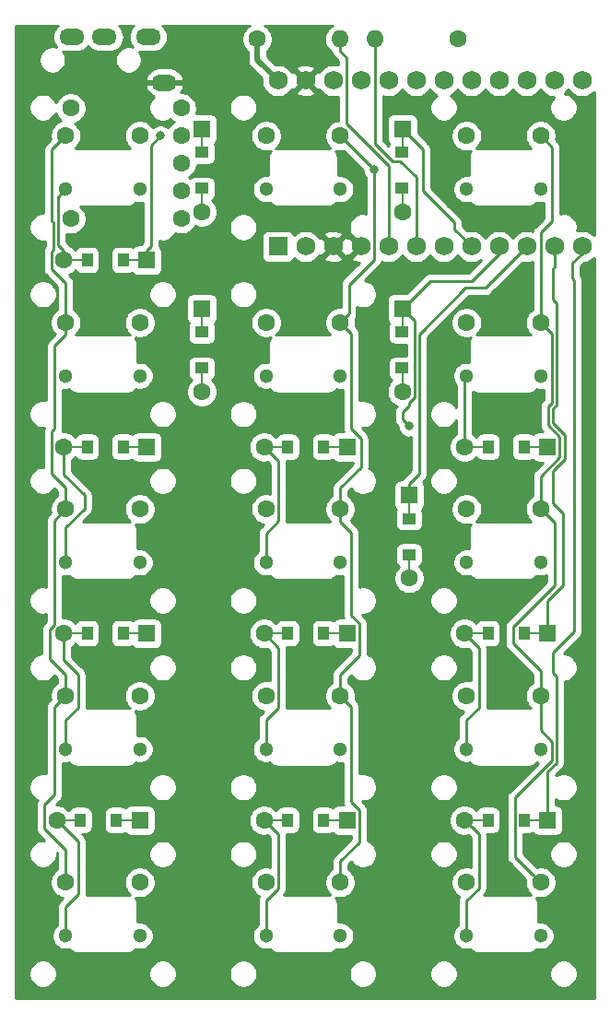
<source format=gbl>
G04 #@! TF.GenerationSoftware,KiCad,Pcbnew,5.1.0*
G04 #@! TF.CreationDate,2019-04-04T12:50:07+09:00*
G04 #@! TF.ProjectId,pg1425-namecard-ver1,70673134-3235-42d6-9e61-6d6563617264,rev?*
G04 #@! TF.SameCoordinates,Original*
G04 #@! TF.FileFunction,Copper,L2,Bot*
G04 #@! TF.FilePolarity,Positive*
%FSLAX46Y46*%
G04 Gerber Fmt 4.6, Leading zero omitted, Abs format (unit mm)*
G04 Created by KiCad (PCBNEW 5.1.0) date 2019-04-04 12:50:07*
%MOMM*%
%LPD*%
G04 APERTURE LIST*
%ADD10C,1.600000*%
%ADD11C,1.300000*%
%ADD12O,1.600000X1.600000*%
%ADD13O,2.300000X1.500000*%
%ADD14R,2.500000X0.250000*%
%ADD15R,1.000000X1.300000*%
%ADD16R,1.600000X1.600000*%
%ADD17R,0.250000X2.500000*%
%ADD18R,1.300000X1.000000*%
%ADD19C,1.752600*%
%ADD20R,1.752600X1.752600*%
%ADD21C,0.800000*%
%ADD22C,0.250000*%
%ADD23C,0.500000*%
%ADD24C,0.254000*%
G04 APERTURE END LIST*
D10*
X54159992Y-91439836D03*
D11*
X54159992Y-96339836D03*
X60960000Y-96340000D03*
D10*
X60960000Y-91440000D03*
X35744992Y-91439836D03*
D11*
X35744992Y-96339836D03*
X42545000Y-96340000D03*
D10*
X42545000Y-91440000D03*
X17329992Y-91439836D03*
D11*
X17329992Y-96339836D03*
X24130000Y-96340000D03*
D10*
X24130000Y-91440000D03*
X54159992Y-74294836D03*
D11*
X54159992Y-79194836D03*
X60960000Y-79195000D03*
D10*
X60960000Y-74295000D03*
X35744992Y-74294836D03*
D11*
X35744992Y-79194836D03*
X42545000Y-79195000D03*
D10*
X42545000Y-74295000D03*
X17329992Y-74294836D03*
D11*
X17329992Y-79194836D03*
X24130000Y-79195000D03*
D10*
X24130000Y-74295000D03*
X54159992Y-57149836D03*
D11*
X54159992Y-62049836D03*
X60960000Y-62050000D03*
D10*
X60960000Y-57150000D03*
X35744992Y-57149836D03*
D11*
X35744992Y-62049836D03*
X42545000Y-62050000D03*
D10*
X42545000Y-57150000D03*
X17329992Y-57149836D03*
D11*
X17329992Y-62049836D03*
X24130000Y-62050000D03*
D10*
X24130000Y-57150000D03*
X54159992Y-40004836D03*
D11*
X54159992Y-44904836D03*
X60960000Y-44905000D03*
D10*
X60960000Y-40005000D03*
X35744992Y-40004836D03*
D11*
X35744992Y-44904836D03*
X42545000Y-44905000D03*
D10*
X42545000Y-40005000D03*
X17329992Y-40004836D03*
D11*
X17329992Y-44904836D03*
X24130000Y-44905000D03*
D10*
X24130000Y-40005000D03*
X54159992Y-22859836D03*
D11*
X54159992Y-27759836D03*
X60960000Y-27760000D03*
D10*
X60960000Y-22860000D03*
X35744992Y-22859836D03*
D11*
X35744992Y-27759836D03*
X42545000Y-27760000D03*
D10*
X42545000Y-22860000D03*
X17329992Y-22859836D03*
D11*
X17329992Y-27759836D03*
X24130000Y-27760000D03*
D10*
X24130000Y-22860000D03*
D12*
X42545000Y-13970000D03*
D10*
X34925000Y-13970000D03*
D12*
X45720000Y-13970000D03*
D10*
X53340000Y-13970000D03*
X27940000Y-20320000D03*
X17780000Y-20320000D03*
X27940000Y-22860000D03*
X27940000Y-25400000D03*
X27940000Y-27940000D03*
X27940000Y-30480000D03*
X17780000Y-30480000D03*
D13*
X26405000Y-17975000D03*
X24905000Y-13775000D03*
X17905000Y-13775000D03*
X20905000Y-13775000D03*
D14*
X55194200Y-85725000D03*
X60375800Y-85725000D03*
D15*
X56134000Y-85699600D03*
X59436000Y-85699600D03*
D16*
X61595000Y-85725000D03*
D10*
X53975000Y-85725000D03*
D14*
X36779200Y-85725000D03*
X41960800Y-85725000D03*
D15*
X37719000Y-85699600D03*
X41021000Y-85699600D03*
D16*
X43180000Y-85725000D03*
D10*
X35560000Y-85725000D03*
D14*
X17729200Y-85725000D03*
X22910800Y-85725000D03*
D15*
X18669000Y-85699600D03*
X21971000Y-85699600D03*
D16*
X24130000Y-85725000D03*
D10*
X16510000Y-85725000D03*
D14*
X55194200Y-68580000D03*
X60375800Y-68580000D03*
D15*
X56134000Y-68554600D03*
X59436000Y-68554600D03*
D16*
X61595000Y-68580000D03*
D10*
X53975000Y-68580000D03*
D14*
X36779200Y-68580000D03*
X41960800Y-68580000D03*
D15*
X37719000Y-68554600D03*
X41021000Y-68554600D03*
D16*
X43180000Y-68580000D03*
D10*
X35560000Y-68580000D03*
D14*
X18364200Y-68580000D03*
X23545800Y-68580000D03*
D15*
X19304000Y-68554600D03*
X22606000Y-68554600D03*
D16*
X24765000Y-68580000D03*
D10*
X17145000Y-68580000D03*
D17*
X48895000Y-62280800D03*
X48895000Y-57099200D03*
D18*
X48869600Y-61341000D03*
X48869600Y-58039000D03*
D16*
X48895000Y-55880000D03*
D10*
X48895000Y-63500000D03*
D14*
X36779200Y-51435000D03*
X41960800Y-51435000D03*
D15*
X37719000Y-51409600D03*
X41021000Y-51409600D03*
D16*
X43180000Y-51435000D03*
D10*
X35560000Y-51435000D03*
D14*
X18364200Y-51435000D03*
X23545800Y-51435000D03*
D15*
X19304000Y-51409600D03*
X22606000Y-51409600D03*
D16*
X24765000Y-51435000D03*
D10*
X17145000Y-51435000D03*
D14*
X55194200Y-51435000D03*
X60375800Y-51435000D03*
D15*
X56134000Y-51409600D03*
X59436000Y-51409600D03*
D16*
X61595000Y-51435000D03*
D10*
X53975000Y-51435000D03*
D17*
X48260000Y-45135800D03*
X48260000Y-39954200D03*
D18*
X48234600Y-44196000D03*
X48234600Y-40894000D03*
D16*
X48260000Y-38735000D03*
D10*
X48260000Y-46355000D03*
D17*
X29845000Y-45135800D03*
X29845000Y-39954200D03*
D18*
X29819600Y-44196000D03*
X29819600Y-40894000D03*
D16*
X29845000Y-38735000D03*
D10*
X29845000Y-46355000D03*
D17*
X48260000Y-28625800D03*
X48260000Y-23444200D03*
D18*
X48234600Y-27686000D03*
X48234600Y-24384000D03*
D16*
X48260000Y-22225000D03*
D10*
X48260000Y-29845000D03*
D17*
X29845000Y-28625800D03*
X29845000Y-23444200D03*
D18*
X29819600Y-27686000D03*
X29819600Y-24384000D03*
D16*
X29845000Y-22225000D03*
D10*
X29845000Y-29845000D03*
D14*
X18364200Y-34290000D03*
X23545800Y-34290000D03*
D15*
X19304000Y-34264600D03*
X22606000Y-34264600D03*
D16*
X24765000Y-34290000D03*
D10*
X17145000Y-34290000D03*
D19*
X36830000Y-17780000D03*
X64770000Y-33020000D03*
X39370000Y-17780000D03*
X41910000Y-17780000D03*
X44450000Y-17780000D03*
X46990000Y-17780000D03*
X49530000Y-17780000D03*
X52070000Y-17780000D03*
X54610000Y-17780000D03*
X57150000Y-17780000D03*
X59690000Y-17780000D03*
X62230000Y-17780000D03*
X64770000Y-17780000D03*
X62230000Y-33020000D03*
X59690000Y-33020000D03*
X57150000Y-33020000D03*
X54610000Y-33020000D03*
X52070000Y-33020000D03*
X49530000Y-33020000D03*
X46990000Y-33020000D03*
X44450000Y-33020000D03*
X41910000Y-33020000D03*
X39370000Y-33020000D03*
D20*
X36830000Y-33020000D03*
D21*
X26035000Y-22860000D03*
X48895000Y-49530000D03*
X45651301Y-25966301D03*
X52705000Y-29210000D03*
D22*
X25155001Y-23739999D02*
X26035000Y-22860000D01*
X25155001Y-32999999D02*
X25155001Y-23739999D01*
X24765000Y-34290000D02*
X24765000Y-33390000D01*
X24765000Y-33390000D02*
X25155001Y-32999999D01*
X50165000Y-27940000D02*
X53035001Y-30810001D01*
X50165000Y-24130000D02*
X50165000Y-27940000D01*
X48260000Y-22225000D02*
X50165000Y-24130000D01*
X53035001Y-31445001D02*
X54610000Y-33020000D01*
X53035001Y-30810001D02*
X53035001Y-31445001D01*
X17145000Y-33393852D02*
X17145000Y-34290000D01*
X16655012Y-32903864D02*
X17145000Y-33393852D01*
X17329992Y-27759836D02*
X16629993Y-28459835D01*
X16629993Y-28459835D02*
X16629993Y-30580580D01*
X16629993Y-30580580D02*
X16655012Y-30605599D01*
X16655012Y-30605599D02*
X16655012Y-32903864D01*
X57150000Y-33655000D02*
X54610000Y-36195000D01*
X50800000Y-36195000D02*
X48260000Y-38735000D01*
X54610000Y-36195000D02*
X50800000Y-36195000D01*
X48260000Y-38735000D02*
X49381158Y-39856158D01*
X48260000Y-48260000D02*
X48260000Y-48895000D01*
X48260000Y-48895000D02*
X48895000Y-49530000D01*
X57150000Y-33020000D02*
X57150000Y-33655000D01*
X49385001Y-44940001D02*
X49381158Y-44936158D01*
X49385001Y-46895001D02*
X49385001Y-44940001D01*
X48895000Y-47385002D02*
X49385001Y-46895001D01*
X48895000Y-47625000D02*
X48895000Y-47385002D01*
X48895000Y-47625000D02*
X48260000Y-48260000D01*
X49381158Y-39856158D02*
X49381158Y-44936158D01*
X54077830Y-36830000D02*
X49831169Y-41076661D01*
X49835012Y-47081401D02*
X49831169Y-47085244D01*
X59690000Y-33020000D02*
X55880000Y-36830000D01*
X49831169Y-41076661D02*
X49831169Y-44749758D01*
X49831169Y-53893831D02*
X48895000Y-54830000D01*
X49835012Y-44753601D02*
X49835012Y-47081401D01*
X49831169Y-47085244D02*
X49831169Y-53893831D01*
X49831169Y-44749758D02*
X49835012Y-44753601D01*
X48895000Y-54830000D02*
X48895000Y-55880000D01*
X55880000Y-36830000D02*
X54077830Y-36830000D01*
X61595000Y-67680000D02*
X61595000Y-68580000D01*
X61595000Y-65571826D02*
X61595000Y-67680000D01*
X63049989Y-64116837D02*
X61595000Y-65571826D01*
X62435012Y-47586815D02*
X62084991Y-47936835D01*
X62084991Y-47936835D02*
X62084991Y-48872837D01*
X62084999Y-37873001D02*
X62435012Y-38223014D01*
X62084999Y-35039276D02*
X62084999Y-37873001D01*
X62435012Y-47586814D02*
X62084991Y-47936835D01*
X62230000Y-34894275D02*
X62084999Y-35039276D01*
X62435012Y-38223014D02*
X62435012Y-47586814D01*
X62084999Y-56609997D02*
X63049989Y-57574987D01*
X63049989Y-63950011D02*
X63049989Y-64116837D01*
X63049989Y-57574987D02*
X63049989Y-63950011D01*
X62084991Y-47936835D02*
X62084991Y-49228944D01*
X62084999Y-53641048D02*
X62084999Y-56609997D01*
X62084991Y-49228944D02*
X63170021Y-50313974D01*
X63170021Y-52556026D02*
X62084999Y-53641048D01*
X63170021Y-50313974D02*
X63170021Y-52556026D01*
X62230000Y-33020000D02*
X62230000Y-34290000D01*
X62230000Y-33655000D02*
X62230000Y-34290000D01*
X62230000Y-34290000D02*
X62230000Y-34894275D01*
X61595000Y-81281410D02*
X62435012Y-80441399D01*
X62435012Y-72513014D02*
X62084999Y-72163001D01*
X62435012Y-80441399D02*
X62435012Y-72513014D01*
X61595000Y-85725000D02*
X61595000Y-81281410D01*
X63893701Y-34531299D02*
X63893701Y-35953701D01*
X64770000Y-33655000D02*
X63893701Y-34531299D01*
X64035001Y-36095001D02*
X64035001Y-68389997D01*
X64035001Y-68389997D02*
X62084999Y-70339999D01*
X63893701Y-35953701D02*
X64035001Y-36095001D01*
X62084999Y-72163001D02*
X62084999Y-70339999D01*
X64770000Y-33020000D02*
X64770000Y-33655000D01*
X53975000Y-45089828D02*
X54159992Y-44904836D01*
X53975000Y-51435000D02*
X53975000Y-45089828D01*
X17329992Y-58814838D02*
X19050000Y-57094830D01*
X17329992Y-62049836D02*
X17329992Y-58814838D01*
X17145000Y-53975000D02*
X19050000Y-55880000D01*
X17145000Y-51435000D02*
X17145000Y-53975000D01*
X19050000Y-57094830D02*
X19050000Y-55880000D01*
X35744992Y-61059887D02*
X35744992Y-62049836D01*
X35744992Y-59378243D02*
X35744992Y-61059887D01*
X36869993Y-58253242D02*
X35744992Y-59378243D01*
X36869993Y-52744993D02*
X36869993Y-58253242D01*
X35560000Y-51435000D02*
X36869993Y-52744993D01*
X17329992Y-76523243D02*
X18454993Y-75398242D01*
X17329992Y-79194836D02*
X17329992Y-76523243D01*
X17145000Y-71040014D02*
X18454993Y-72350007D01*
X17145000Y-68580000D02*
X17145000Y-71040014D01*
X18454993Y-75398242D02*
X18454993Y-72350007D01*
X35744992Y-78204887D02*
X35744992Y-79194836D01*
X35744992Y-76523243D02*
X35744992Y-78204887D01*
X36869993Y-75398242D02*
X35744992Y-76523243D01*
X36869993Y-69889993D02*
X36869993Y-75398242D01*
X35560000Y-68580000D02*
X36869993Y-69889993D01*
X54159992Y-78204887D02*
X54159992Y-79194836D01*
X54159992Y-76523243D02*
X54159992Y-78204887D01*
X55284993Y-75398242D02*
X54159992Y-76523243D01*
X55284993Y-69889993D02*
X55284993Y-75398242D01*
X53975000Y-68580000D02*
X55284993Y-69889993D01*
X18454993Y-87669993D02*
X17143671Y-86358671D01*
X17143671Y-86358671D02*
X16510000Y-85725000D01*
X18454993Y-92543242D02*
X18454993Y-87669993D01*
X17329992Y-93668243D02*
X18454993Y-92543242D01*
X17329992Y-96339836D02*
X17329992Y-93668243D01*
X36193671Y-86358671D02*
X35560000Y-85725000D01*
X36869993Y-91979837D02*
X36869993Y-87034993D01*
X35744992Y-93104838D02*
X36869993Y-91979837D01*
X36869993Y-87034993D02*
X36193671Y-86358671D01*
X35744992Y-96339836D02*
X35744992Y-93104838D01*
X55284993Y-91979837D02*
X55284993Y-87034993D01*
X55284993Y-87034993D02*
X54608671Y-86358671D01*
X54159992Y-93104838D02*
X55284993Y-91979837D01*
X54608671Y-86358671D02*
X53975000Y-85725000D01*
X54159992Y-96339836D02*
X54159992Y-93104838D01*
X17329992Y-56018466D02*
X17329992Y-57149836D01*
X16023842Y-53900684D02*
X17329992Y-55206834D01*
X17329992Y-41136206D02*
X16304991Y-42161207D01*
X17329992Y-55206834D02*
X17329992Y-56018466D01*
X17329992Y-40004836D02*
X17329992Y-41136206D01*
X17329992Y-90308466D02*
X17329992Y-91439836D01*
X17329992Y-74294836D02*
X16304991Y-75319837D01*
X17329992Y-22859836D02*
X16059991Y-24129837D01*
X16059991Y-30666402D02*
X16205001Y-30811412D01*
X17329992Y-38873466D02*
X17329992Y-40004836D01*
X16059991Y-24129837D02*
X16059991Y-30666402D01*
X16019999Y-35069999D02*
X17329992Y-36379992D01*
X16205001Y-33324999D02*
X16019999Y-33510001D01*
X16019999Y-33510001D02*
X16019999Y-35069999D01*
X16205001Y-30811412D02*
X16205001Y-33324999D01*
X17329992Y-36379992D02*
X17329992Y-38873466D01*
X16019999Y-50020001D02*
X16019999Y-53484999D01*
X16019999Y-53484999D02*
X16023842Y-53488842D01*
X16304991Y-49735009D02*
X16019999Y-50020001D01*
X16304991Y-42161207D02*
X16304991Y-49735009D01*
X16023842Y-53488842D02*
X16023842Y-53900684D01*
X17329992Y-72351834D02*
X17329992Y-73163466D01*
X15875000Y-70896842D02*
X17329992Y-72351834D01*
X15875000Y-68184998D02*
X15875000Y-70896842D01*
X16304991Y-58174837D02*
X16304991Y-67755007D01*
X17329992Y-73163466D02*
X17329992Y-74294836D01*
X16304991Y-67755007D02*
X15875000Y-68184998D01*
X17329992Y-57149836D02*
X16304991Y-58174837D01*
X15384999Y-86504999D02*
X17329992Y-88449992D01*
X15384999Y-84310001D02*
X15384999Y-86504999D01*
X16304991Y-83390009D02*
X15384999Y-84310001D01*
X16304991Y-75319837D02*
X16304991Y-83390009D01*
X17329992Y-88449992D02*
X17329992Y-90308466D01*
X43344999Y-23659999D02*
X42545000Y-22860000D01*
X45651301Y-25966301D02*
X43344999Y-23659999D01*
X45651301Y-34231625D02*
X45651301Y-25966301D01*
X43344999Y-36537927D02*
X45651301Y-34231625D01*
X43344999Y-39205001D02*
X43344999Y-36537927D01*
X42545000Y-40005000D02*
X43344999Y-39205001D01*
X42545000Y-56018630D02*
X42545000Y-57150000D01*
X42545000Y-55206998D02*
X42545000Y-56018630D01*
X44450000Y-53301998D02*
X42545000Y-55206998D01*
X44450000Y-50645364D02*
X44450000Y-53301998D01*
X43570001Y-49765365D02*
X44450000Y-50645364D01*
X43570001Y-41030001D02*
X43570001Y-49765365D01*
X42545000Y-40005000D02*
X43570001Y-41030001D01*
X42545000Y-73163630D02*
X42545000Y-74295000D01*
X44305010Y-70591988D02*
X42545000Y-72351998D01*
X42545000Y-72351998D02*
X42545000Y-73163630D01*
X44305010Y-67645374D02*
X44305010Y-70591988D01*
X43570001Y-66910365D02*
X44305010Y-67645374D01*
X43570001Y-59306371D02*
X43570001Y-66910365D01*
X42545000Y-58281370D02*
X43570001Y-59306371D01*
X42545000Y-57150000D02*
X42545000Y-58281370D01*
X42545000Y-90308630D02*
X42545000Y-91440000D01*
X44305010Y-87736988D02*
X42545000Y-89496998D01*
X44305010Y-84790374D02*
X44305010Y-87736988D01*
X43570001Y-84055365D02*
X44305010Y-84790374D01*
X43570001Y-75320001D02*
X43570001Y-84055365D01*
X42545000Y-89496998D02*
X42545000Y-90308630D01*
X42545000Y-74295000D02*
X43570001Y-75320001D01*
X60960000Y-22860000D02*
X61985001Y-23885001D01*
X61898591Y-47486824D02*
X61634980Y-47750435D01*
X61985001Y-47400415D02*
X61898591Y-47486824D01*
X61985001Y-41030001D02*
X61985001Y-47400415D01*
X62720010Y-50500374D02*
X62720010Y-52369626D01*
X60960000Y-40005000D02*
X61985001Y-41030001D01*
X61634980Y-49415344D02*
X62720010Y-50500374D01*
X60960000Y-56018630D02*
X60960000Y-57150000D01*
X62720010Y-52369626D02*
X60960000Y-54129636D01*
X60960000Y-54129636D02*
X60960000Y-56018630D01*
X61634980Y-47750435D02*
X61634980Y-49415344D01*
X60960000Y-72010020D02*
X60960000Y-74295000D01*
X60960000Y-57150000D02*
X62230000Y-58420000D01*
X62230000Y-58420000D02*
X62230000Y-64135000D01*
X58420000Y-69470020D02*
X60960000Y-72010020D01*
X58420000Y-67945000D02*
X58420000Y-69470020D01*
X62230000Y-64135000D02*
X58420000Y-67945000D01*
X60960000Y-74295000D02*
X60960000Y-77470000D01*
X61985001Y-80254999D02*
X58609990Y-83630010D01*
X58609990Y-83630010D02*
X58609990Y-89089990D01*
X58609990Y-89089990D02*
X60160001Y-90640001D01*
X60960000Y-77470000D02*
X61985001Y-78495001D01*
X61985001Y-78495001D02*
X61985001Y-80254999D01*
X60160001Y-90640001D02*
X60960000Y-91440000D01*
X61985001Y-23885001D02*
X61985001Y-30724999D01*
X60960000Y-31750000D02*
X61985001Y-30724999D01*
X60960000Y-40005000D02*
X60960000Y-31750000D01*
D23*
X34925000Y-15875000D02*
X36830000Y-17780000D01*
X34925000Y-13970000D02*
X34925000Y-15875000D01*
D22*
X42545000Y-15101370D02*
X42545000Y-13970000D01*
X43111301Y-15667671D02*
X42545000Y-15101370D01*
X43111301Y-21761299D02*
X43111301Y-15667671D01*
X46990000Y-25639998D02*
X43111301Y-21761299D01*
X46990000Y-33020000D02*
X46990000Y-25639998D01*
X45720000Y-23604402D02*
X45720000Y-15101370D01*
X47324599Y-25209001D02*
X45720000Y-23604402D01*
X48069001Y-25209001D02*
X47324599Y-25209001D01*
X49530000Y-26670000D02*
X48069001Y-25209001D01*
X45720000Y-15101370D02*
X45720000Y-13970000D01*
X49530000Y-33020000D02*
X49530000Y-26670000D01*
D24*
G36*
X16520919Y-12790919D02*
G01*
X16347843Y-13001812D01*
X16219236Y-13242419D01*
X16140040Y-13503493D01*
X16113299Y-13775000D01*
X16140040Y-14046507D01*
X16219236Y-14307581D01*
X16347843Y-14548188D01*
X16461537Y-14686724D01*
X16226637Y-14640000D01*
X15983363Y-14640000D01*
X15744764Y-14687460D01*
X15520008Y-14780557D01*
X15317733Y-14915713D01*
X15145713Y-15087733D01*
X15010557Y-15290008D01*
X14917460Y-15514764D01*
X14870000Y-15753363D01*
X14870000Y-15996637D01*
X14917460Y-16235236D01*
X15010557Y-16459992D01*
X15145713Y-16662267D01*
X15317733Y-16834287D01*
X15520008Y-16969443D01*
X15744764Y-17062540D01*
X15983363Y-17110000D01*
X16226637Y-17110000D01*
X16465236Y-17062540D01*
X16689992Y-16969443D01*
X16892267Y-16834287D01*
X17064287Y-16662267D01*
X17199443Y-16459992D01*
X17292540Y-16235236D01*
X17340000Y-15996637D01*
X17340000Y-15753363D01*
X17292540Y-15514764D01*
X17199443Y-15290008D01*
X17065040Y-15088860D01*
X17233493Y-15139960D01*
X17436963Y-15160000D01*
X18373037Y-15160000D01*
X18576507Y-15139960D01*
X18837581Y-15060764D01*
X19078188Y-14932157D01*
X19289081Y-14759081D01*
X19405000Y-14617834D01*
X19520919Y-14759081D01*
X19731812Y-14932157D01*
X19972419Y-15060764D01*
X20233493Y-15139960D01*
X20436963Y-15160000D01*
X21373037Y-15160000D01*
X21576507Y-15139960D01*
X21837581Y-15060764D01*
X22078188Y-14932157D01*
X22289081Y-14759081D01*
X22462157Y-14548188D01*
X22590764Y-14307581D01*
X22669960Y-14046507D01*
X22696701Y-13775000D01*
X22669960Y-13503493D01*
X22590764Y-13242419D01*
X22462157Y-13001812D01*
X22289081Y-12790919D01*
X22196574Y-12715000D01*
X23613426Y-12715000D01*
X23520919Y-12790919D01*
X23347843Y-13001812D01*
X23219236Y-13242419D01*
X23140040Y-13503493D01*
X23113299Y-13775000D01*
X23140040Y-14046507D01*
X23219236Y-14307581D01*
X23347843Y-14548188D01*
X23461537Y-14686724D01*
X23226637Y-14640000D01*
X22983363Y-14640000D01*
X22744764Y-14687460D01*
X22520008Y-14780557D01*
X22317733Y-14915713D01*
X22145713Y-15087733D01*
X22010557Y-15290008D01*
X21917460Y-15514764D01*
X21870000Y-15753363D01*
X21870000Y-15996637D01*
X21917460Y-16235236D01*
X22010557Y-16459992D01*
X22145713Y-16662267D01*
X22317733Y-16834287D01*
X22520008Y-16969443D01*
X22744764Y-17062540D01*
X22983363Y-17110000D01*
X23226637Y-17110000D01*
X23465236Y-17062540D01*
X23689992Y-16969443D01*
X23892267Y-16834287D01*
X24064287Y-16662267D01*
X24199443Y-16459992D01*
X24292540Y-16235236D01*
X24340000Y-15996637D01*
X24340000Y-15753363D01*
X24292540Y-15514764D01*
X24199443Y-15290008D01*
X24065040Y-15088860D01*
X24233493Y-15139960D01*
X24436963Y-15160000D01*
X25373037Y-15160000D01*
X25576507Y-15139960D01*
X25837581Y-15060764D01*
X26078188Y-14932157D01*
X26289081Y-14759081D01*
X26462157Y-14548188D01*
X26590764Y-14307581D01*
X26669960Y-14046507D01*
X26696701Y-13775000D01*
X26669960Y-13503493D01*
X26590764Y-13242419D01*
X26462157Y-13001812D01*
X26289081Y-12790919D01*
X26196574Y-12715000D01*
X34220310Y-12715000D01*
X34010241Y-12855363D01*
X33810363Y-13055241D01*
X33653320Y-13290273D01*
X33545147Y-13551426D01*
X33490000Y-13828665D01*
X33490000Y-14111335D01*
X33545147Y-14388574D01*
X33653320Y-14649727D01*
X33810363Y-14884759D01*
X34010241Y-15084637D01*
X34040001Y-15104522D01*
X34040001Y-15831521D01*
X34035719Y-15875000D01*
X34052805Y-16048490D01*
X34103412Y-16215313D01*
X34185590Y-16369059D01*
X34268468Y-16470046D01*
X34268471Y-16470049D01*
X34296184Y-16503817D01*
X34329951Y-16531529D01*
X35337095Y-17538673D01*
X35318700Y-17631150D01*
X35318700Y-17928850D01*
X35376778Y-18220830D01*
X35490703Y-18495869D01*
X35656096Y-18743398D01*
X35866602Y-18953904D01*
X36114131Y-19119297D01*
X36389170Y-19233222D01*
X36681150Y-19291300D01*
X36978850Y-19291300D01*
X37270830Y-19233222D01*
X37545869Y-19119297D01*
X37793398Y-18953904D01*
X37920133Y-18827169D01*
X38502437Y-18827169D01*
X38583254Y-19078929D01*
X38851779Y-19207457D01*
X39140219Y-19281129D01*
X39437491Y-19297113D01*
X39732167Y-19254796D01*
X40012927Y-19155802D01*
X40156746Y-19078929D01*
X40237563Y-18827169D01*
X39370000Y-17959605D01*
X38502437Y-18827169D01*
X37920133Y-18827169D01*
X38003904Y-18743398D01*
X38112955Y-18580191D01*
X38322831Y-18647563D01*
X39190395Y-17780000D01*
X38322831Y-16912437D01*
X38112955Y-16979809D01*
X38003904Y-16816602D01*
X37920133Y-16732831D01*
X38502437Y-16732831D01*
X39370000Y-17600395D01*
X40237563Y-16732831D01*
X40156746Y-16481071D01*
X39888221Y-16352543D01*
X39599781Y-16278871D01*
X39302509Y-16262887D01*
X39007833Y-16305204D01*
X38727073Y-16404198D01*
X38583254Y-16481071D01*
X38502437Y-16732831D01*
X37920133Y-16732831D01*
X37793398Y-16606096D01*
X37545869Y-16440703D01*
X37270830Y-16326778D01*
X36978850Y-16268700D01*
X36681150Y-16268700D01*
X36588673Y-16287095D01*
X35810000Y-15508422D01*
X35810000Y-15104521D01*
X35839759Y-15084637D01*
X36039637Y-14884759D01*
X36196680Y-14649727D01*
X36304853Y-14388574D01*
X36360000Y-14111335D01*
X36360000Y-13828665D01*
X36304853Y-13551426D01*
X36196680Y-13290273D01*
X36039637Y-13055241D01*
X35839759Y-12855363D01*
X35629690Y-12715000D01*
X41848795Y-12715000D01*
X41743899Y-12771068D01*
X41525392Y-12950392D01*
X41346068Y-13168899D01*
X41212818Y-13418192D01*
X41130764Y-13688691D01*
X41103057Y-13970000D01*
X41130764Y-14251309D01*
X41212818Y-14521808D01*
X41346068Y-14771101D01*
X41525392Y-14989608D01*
X41743899Y-15168932D01*
X41790427Y-15193802D01*
X41795997Y-15250355D01*
X41826179Y-15349853D01*
X41839454Y-15393616D01*
X41910026Y-15525646D01*
X41949871Y-15574196D01*
X42004999Y-15641371D01*
X42034002Y-15665173D01*
X42351302Y-15982474D01*
X42351302Y-16326973D01*
X42350830Y-16326778D01*
X42058850Y-16268700D01*
X41761150Y-16268700D01*
X41469170Y-16326778D01*
X41194131Y-16440703D01*
X40946602Y-16606096D01*
X40736096Y-16816602D01*
X40627045Y-16979809D01*
X40417169Y-16912437D01*
X39549605Y-17780000D01*
X40417169Y-18647563D01*
X40627045Y-18580191D01*
X40736096Y-18743398D01*
X40946602Y-18953904D01*
X41194131Y-19119297D01*
X41469170Y-19233222D01*
X41761150Y-19291300D01*
X42058850Y-19291300D01*
X42350830Y-19233222D01*
X42351301Y-19233027D01*
X42351301Y-21435416D01*
X42126426Y-21480147D01*
X41865273Y-21588320D01*
X41630241Y-21745363D01*
X41430363Y-21945241D01*
X41273320Y-22180273D01*
X41165147Y-22441426D01*
X41110000Y-22718665D01*
X41110000Y-23001335D01*
X41165147Y-23278574D01*
X41273320Y-23539727D01*
X41430363Y-23774759D01*
X41630241Y-23974637D01*
X41638949Y-23980455D01*
X41583561Y-23975000D01*
X41583560Y-23975000D01*
X41545000Y-23971202D01*
X41506439Y-23975000D01*
X40775322Y-23975000D01*
X40695000Y-23967089D01*
X40614678Y-23975000D01*
X37675322Y-23975000D01*
X37595000Y-23967089D01*
X37514678Y-23975000D01*
X36783560Y-23975000D01*
X36745000Y-23971202D01*
X36706439Y-23975000D01*
X36650754Y-23980485D01*
X36659751Y-23974473D01*
X36859629Y-23774595D01*
X37016672Y-23539563D01*
X37124845Y-23278410D01*
X37179992Y-23001171D01*
X37179992Y-22718501D01*
X37124845Y-22441262D01*
X37016672Y-22180109D01*
X36859629Y-21945077D01*
X36659751Y-21745199D01*
X36424719Y-21588156D01*
X36163566Y-21479983D01*
X35886327Y-21424836D01*
X35603657Y-21424836D01*
X35326418Y-21479983D01*
X35065265Y-21588156D01*
X34830233Y-21745199D01*
X34630355Y-21945077D01*
X34473312Y-22180109D01*
X34365139Y-22441262D01*
X34309992Y-22718501D01*
X34309992Y-23001171D01*
X34365139Y-23278410D01*
X34473312Y-23539563D01*
X34630355Y-23774595D01*
X34830233Y-23974473D01*
X35065265Y-24131516D01*
X35326418Y-24239689D01*
X35603657Y-24294836D01*
X35886327Y-24294836D01*
X36155120Y-24241369D01*
X36089138Y-24321767D01*
X36016246Y-24458140D01*
X35971359Y-24606113D01*
X35956202Y-24760000D01*
X35960000Y-24798561D01*
X35960000Y-26492429D01*
X35871553Y-26474836D01*
X35618431Y-26474836D01*
X35370171Y-26524217D01*
X35136316Y-26621083D01*
X34925852Y-26761711D01*
X34746867Y-26940696D01*
X34606239Y-27151160D01*
X34509373Y-27385015D01*
X34459992Y-27633275D01*
X34459992Y-27886397D01*
X34509373Y-28134657D01*
X34606239Y-28368512D01*
X34746867Y-28578976D01*
X34925852Y-28757961D01*
X35136316Y-28898589D01*
X35370171Y-28995455D01*
X35618431Y-29044836D01*
X35871553Y-29044836D01*
X36091483Y-29001090D01*
X36187236Y-29117764D01*
X36306767Y-29215862D01*
X36443140Y-29288754D01*
X36591113Y-29333641D01*
X36706439Y-29345000D01*
X36706440Y-29345000D01*
X36745000Y-29348798D01*
X36783561Y-29345000D01*
X37514678Y-29345000D01*
X37595000Y-29352911D01*
X37675322Y-29345000D01*
X40614678Y-29345000D01*
X40695000Y-29352911D01*
X40775322Y-29345000D01*
X41506440Y-29345000D01*
X41545000Y-29348798D01*
X41698887Y-29333641D01*
X41846860Y-29288754D01*
X41983233Y-29215862D01*
X42102764Y-29117764D01*
X42198400Y-29001232D01*
X42418439Y-29045000D01*
X42671561Y-29045000D01*
X42919821Y-28995619D01*
X43153676Y-28898753D01*
X43364140Y-28758125D01*
X43543125Y-28579140D01*
X43683753Y-28368676D01*
X43780619Y-28134821D01*
X43830000Y-27886561D01*
X43830000Y-27633439D01*
X43780619Y-27385179D01*
X43683753Y-27151324D01*
X43543125Y-26940860D01*
X43364140Y-26761875D01*
X43153676Y-26621247D01*
X42919821Y-26524381D01*
X42671561Y-26475000D01*
X42418439Y-26475000D01*
X42330000Y-26492591D01*
X42330000Y-24798561D01*
X42333798Y-24760000D01*
X42318641Y-24606113D01*
X42273754Y-24458140D01*
X42200862Y-24321767D01*
X42135043Y-24241567D01*
X42403665Y-24295000D01*
X42686335Y-24295000D01*
X42868887Y-24258688D01*
X44616301Y-26006103D01*
X44616301Y-26068240D01*
X44656075Y-26268199D01*
X44734096Y-26456557D01*
X44847364Y-26626075D01*
X44891302Y-26670013D01*
X44891302Y-29998655D01*
X44771553Y-29974836D01*
X44518431Y-29974836D01*
X44270171Y-30024217D01*
X44036316Y-30121083D01*
X43825852Y-30261711D01*
X43646867Y-30440696D01*
X43506239Y-30651160D01*
X43409373Y-30885015D01*
X43359992Y-31133275D01*
X43359992Y-31386397D01*
X43409373Y-31634657D01*
X43506239Y-31868512D01*
X43646867Y-32078976D01*
X43825852Y-32257961D01*
X43951567Y-32341961D01*
X44450000Y-32840395D01*
X44464143Y-32826253D01*
X44643748Y-33005858D01*
X44629605Y-33020000D01*
X44643748Y-33034143D01*
X44464142Y-33213748D01*
X44450000Y-33199605D01*
X43582437Y-34067169D01*
X43663254Y-34318929D01*
X43931779Y-34447457D01*
X44220219Y-34521129D01*
X44283588Y-34524536D01*
X42833997Y-35974128D01*
X42804999Y-35997926D01*
X42781201Y-36026924D01*
X42781200Y-36026925D01*
X42710025Y-36113651D01*
X42639453Y-36245681D01*
X42595997Y-36388942D01*
X42581323Y-36537927D01*
X42585000Y-36575259D01*
X42584999Y-38570000D01*
X42403665Y-38570000D01*
X42126426Y-38625147D01*
X41865273Y-38733320D01*
X41630241Y-38890363D01*
X41430363Y-39090241D01*
X41273320Y-39325273D01*
X41165147Y-39586426D01*
X41110000Y-39863665D01*
X41110000Y-40146335D01*
X41165147Y-40423574D01*
X41273320Y-40684727D01*
X41430363Y-40919759D01*
X41630241Y-41119637D01*
X41638949Y-41125455D01*
X41583561Y-41120000D01*
X41583560Y-41120000D01*
X41545000Y-41116202D01*
X41506439Y-41120000D01*
X40775322Y-41120000D01*
X40695000Y-41112089D01*
X40614678Y-41120000D01*
X37675322Y-41120000D01*
X37595000Y-41112089D01*
X37514678Y-41120000D01*
X36783560Y-41120000D01*
X36745000Y-41116202D01*
X36706439Y-41120000D01*
X36650754Y-41125485D01*
X36659751Y-41119473D01*
X36859629Y-40919595D01*
X37016672Y-40684563D01*
X37124845Y-40423410D01*
X37179992Y-40146171D01*
X37179992Y-39863501D01*
X37124845Y-39586262D01*
X37016672Y-39325109D01*
X36859629Y-39090077D01*
X36659751Y-38890199D01*
X36424719Y-38733156D01*
X36163566Y-38624983D01*
X35886327Y-38569836D01*
X35603657Y-38569836D01*
X35326418Y-38624983D01*
X35065265Y-38733156D01*
X34830233Y-38890199D01*
X34630355Y-39090077D01*
X34473312Y-39325109D01*
X34365139Y-39586262D01*
X34309992Y-39863501D01*
X34309992Y-40146171D01*
X34365139Y-40423410D01*
X34473312Y-40684563D01*
X34630355Y-40919595D01*
X34830233Y-41119473D01*
X35065265Y-41276516D01*
X35326418Y-41384689D01*
X35603657Y-41439836D01*
X35886327Y-41439836D01*
X36155120Y-41386369D01*
X36089138Y-41466767D01*
X36016246Y-41603140D01*
X35971359Y-41751113D01*
X35956202Y-41905000D01*
X35960000Y-41943561D01*
X35960000Y-43637429D01*
X35871553Y-43619836D01*
X35618431Y-43619836D01*
X35370171Y-43669217D01*
X35136316Y-43766083D01*
X34925852Y-43906711D01*
X34746867Y-44085696D01*
X34606239Y-44296160D01*
X34509373Y-44530015D01*
X34459992Y-44778275D01*
X34459992Y-45031397D01*
X34509373Y-45279657D01*
X34606239Y-45513512D01*
X34746867Y-45723976D01*
X34925852Y-45902961D01*
X35136316Y-46043589D01*
X35370171Y-46140455D01*
X35618431Y-46189836D01*
X35871553Y-46189836D01*
X36091483Y-46146090D01*
X36187236Y-46262764D01*
X36306767Y-46360862D01*
X36443140Y-46433754D01*
X36591113Y-46478641D01*
X36706439Y-46490000D01*
X36706440Y-46490000D01*
X36745000Y-46493798D01*
X36783561Y-46490000D01*
X37514678Y-46490000D01*
X37595000Y-46497911D01*
X37675322Y-46490000D01*
X40614678Y-46490000D01*
X40695000Y-46497911D01*
X40775322Y-46490000D01*
X41506440Y-46490000D01*
X41545000Y-46493798D01*
X41698887Y-46478641D01*
X41846860Y-46433754D01*
X41983233Y-46360862D01*
X42102764Y-46262764D01*
X42198400Y-46146232D01*
X42418439Y-46190000D01*
X42671561Y-46190000D01*
X42810002Y-46162463D01*
X42810002Y-49728033D01*
X42806325Y-49765365D01*
X42820999Y-49914350D01*
X42846048Y-49996928D01*
X42380000Y-49996928D01*
X42255518Y-50009188D01*
X42135820Y-50045498D01*
X42025506Y-50104463D01*
X41928815Y-50183815D01*
X41885167Y-50237001D01*
X41875494Y-50229063D01*
X41765180Y-50170098D01*
X41645482Y-50133788D01*
X41521000Y-50121528D01*
X40521000Y-50121528D01*
X40396518Y-50133788D01*
X40276820Y-50170098D01*
X40166506Y-50229063D01*
X40069815Y-50308415D01*
X39990463Y-50405106D01*
X39931498Y-50515420D01*
X39895188Y-50635118D01*
X39882928Y-50759600D01*
X39882928Y-52059600D01*
X39895188Y-52184082D01*
X39931498Y-52303780D01*
X39990463Y-52414094D01*
X40069815Y-52510785D01*
X40166506Y-52590137D01*
X40276820Y-52649102D01*
X40396518Y-52685412D01*
X40521000Y-52697672D01*
X41521000Y-52697672D01*
X41645482Y-52685412D01*
X41765180Y-52649102D01*
X41857767Y-52599612D01*
X41928815Y-52686185D01*
X42025506Y-52765537D01*
X42135820Y-52824502D01*
X42255518Y-52860812D01*
X42380000Y-52873072D01*
X43690001Y-52873072D01*
X43690001Y-52987195D01*
X42034003Y-54643194D01*
X42004999Y-54666997D01*
X41958216Y-54724003D01*
X41910026Y-54782722D01*
X41850914Y-54893312D01*
X41839454Y-54914752D01*
X41795997Y-55058013D01*
X41785000Y-55169666D01*
X41785000Y-55169676D01*
X41781324Y-55206998D01*
X41785000Y-55244320D01*
X41785000Y-55931957D01*
X41630241Y-56035363D01*
X41430363Y-56235241D01*
X41273320Y-56470273D01*
X41165147Y-56731426D01*
X41110000Y-57008665D01*
X41110000Y-57291335D01*
X41165147Y-57568574D01*
X41273320Y-57829727D01*
X41430363Y-58064759D01*
X41630241Y-58264637D01*
X41638949Y-58270455D01*
X41583561Y-58265000D01*
X41583560Y-58265000D01*
X41545000Y-58261202D01*
X41506439Y-58265000D01*
X40775322Y-58265000D01*
X40695000Y-58257089D01*
X40614678Y-58265000D01*
X37675322Y-58265000D01*
X37632922Y-58260824D01*
X37633669Y-58253242D01*
X37629993Y-58215917D01*
X37629993Y-52782316D01*
X37633669Y-52744993D01*
X37629993Y-52707670D01*
X37629993Y-52707660D01*
X37629009Y-52697672D01*
X38219000Y-52697672D01*
X38343482Y-52685412D01*
X38463180Y-52649102D01*
X38573494Y-52590137D01*
X38670185Y-52510785D01*
X38749537Y-52414094D01*
X38808502Y-52303780D01*
X38844812Y-52184082D01*
X38857072Y-52059600D01*
X38857072Y-50759600D01*
X38844812Y-50635118D01*
X38808502Y-50515420D01*
X38749537Y-50405106D01*
X38670185Y-50308415D01*
X38573494Y-50229063D01*
X38463180Y-50170098D01*
X38343482Y-50133788D01*
X38219000Y-50121528D01*
X37219000Y-50121528D01*
X37094518Y-50133788D01*
X36974820Y-50170098D01*
X36864506Y-50229063D01*
X36767815Y-50308415D01*
X36688463Y-50405106D01*
X36643542Y-50489146D01*
X36474759Y-50320363D01*
X36239727Y-50163320D01*
X35978574Y-50055147D01*
X35701335Y-50000000D01*
X35418665Y-50000000D01*
X35141426Y-50055147D01*
X34880273Y-50163320D01*
X34645241Y-50320363D01*
X34445363Y-50520241D01*
X34288320Y-50755273D01*
X34180147Y-51016426D01*
X34125000Y-51293665D01*
X34125000Y-51576335D01*
X34180147Y-51853574D01*
X34288320Y-52114727D01*
X34445363Y-52349759D01*
X34645241Y-52549637D01*
X34880273Y-52706680D01*
X35141426Y-52814853D01*
X35418665Y-52870000D01*
X35701335Y-52870000D01*
X35883886Y-52833688D01*
X36109993Y-53059795D01*
X36109994Y-55759327D01*
X35886327Y-55714836D01*
X35603657Y-55714836D01*
X35326418Y-55769983D01*
X35065265Y-55878156D01*
X34830233Y-56035199D01*
X34630355Y-56235077D01*
X34473312Y-56470109D01*
X34365139Y-56731262D01*
X34309992Y-57008501D01*
X34309992Y-57291171D01*
X34365139Y-57568410D01*
X34473312Y-57829563D01*
X34630355Y-58064595D01*
X34830233Y-58264473D01*
X35065265Y-58421516D01*
X35326418Y-58529689D01*
X35486835Y-58561598D01*
X35233994Y-58814439D01*
X35204991Y-58838242D01*
X35163979Y-58888216D01*
X35110018Y-58953967D01*
X35058687Y-59050000D01*
X35039446Y-59085997D01*
X34995989Y-59229258D01*
X34984992Y-59340911D01*
X34984992Y-59340921D01*
X34981316Y-59378243D01*
X34984992Y-59415566D01*
X34984993Y-61012194D01*
X34925852Y-61051711D01*
X34746867Y-61230696D01*
X34606239Y-61441160D01*
X34509373Y-61675015D01*
X34459992Y-61923275D01*
X34459992Y-62176397D01*
X34509373Y-62424657D01*
X34606239Y-62658512D01*
X34746867Y-62868976D01*
X34925852Y-63047961D01*
X35136316Y-63188589D01*
X35370171Y-63285455D01*
X35618431Y-63334836D01*
X35871553Y-63334836D01*
X36091483Y-63291090D01*
X36187236Y-63407764D01*
X36306767Y-63505862D01*
X36443140Y-63578754D01*
X36591113Y-63623641D01*
X36706439Y-63635000D01*
X36706440Y-63635000D01*
X36745000Y-63638798D01*
X36783561Y-63635000D01*
X37514678Y-63635000D01*
X37595000Y-63642911D01*
X37675322Y-63635000D01*
X40614678Y-63635000D01*
X40695000Y-63642911D01*
X40775322Y-63635000D01*
X41506440Y-63635000D01*
X41545000Y-63638798D01*
X41698887Y-63623641D01*
X41846860Y-63578754D01*
X41983233Y-63505862D01*
X42102764Y-63407764D01*
X42198400Y-63291232D01*
X42418439Y-63335000D01*
X42671561Y-63335000D01*
X42810002Y-63307463D01*
X42810002Y-66873033D01*
X42806325Y-66910365D01*
X42820999Y-67059350D01*
X42846048Y-67141928D01*
X42380000Y-67141928D01*
X42255518Y-67154188D01*
X42135820Y-67190498D01*
X42025506Y-67249463D01*
X41928815Y-67328815D01*
X41885167Y-67382001D01*
X41875494Y-67374063D01*
X41765180Y-67315098D01*
X41645482Y-67278788D01*
X41521000Y-67266528D01*
X40521000Y-67266528D01*
X40396518Y-67278788D01*
X40276820Y-67315098D01*
X40166506Y-67374063D01*
X40069815Y-67453415D01*
X39990463Y-67550106D01*
X39931498Y-67660420D01*
X39895188Y-67780118D01*
X39882928Y-67904600D01*
X39882928Y-69204600D01*
X39895188Y-69329082D01*
X39931498Y-69448780D01*
X39990463Y-69559094D01*
X40069815Y-69655785D01*
X40166506Y-69735137D01*
X40276820Y-69794102D01*
X40396518Y-69830412D01*
X40521000Y-69842672D01*
X41521000Y-69842672D01*
X41645482Y-69830412D01*
X41765180Y-69794102D01*
X41857767Y-69744612D01*
X41928815Y-69831185D01*
X42025506Y-69910537D01*
X42135820Y-69969502D01*
X42255518Y-70005812D01*
X42380000Y-70018072D01*
X43545011Y-70018072D01*
X43545011Y-70277185D01*
X42034003Y-71788194D01*
X42004999Y-71811997D01*
X41964757Y-71861033D01*
X41910026Y-71927722D01*
X41870317Y-72002012D01*
X41839454Y-72059752D01*
X41795997Y-72203013D01*
X41785000Y-72314666D01*
X41785000Y-72314676D01*
X41781324Y-72351998D01*
X41785000Y-72389320D01*
X41785000Y-73076957D01*
X41630241Y-73180363D01*
X41430363Y-73380241D01*
X41273320Y-73615273D01*
X41165147Y-73876426D01*
X41110000Y-74153665D01*
X41110000Y-74436335D01*
X41165147Y-74713574D01*
X41273320Y-74974727D01*
X41430363Y-75209759D01*
X41630241Y-75409637D01*
X41638949Y-75415455D01*
X41583561Y-75410000D01*
X41583560Y-75410000D01*
X41545000Y-75406202D01*
X41506439Y-75410000D01*
X40775322Y-75410000D01*
X40695000Y-75402089D01*
X40614678Y-75410000D01*
X37675322Y-75410000D01*
X37632922Y-75405824D01*
X37633669Y-75398242D01*
X37629993Y-75360917D01*
X37629993Y-69927316D01*
X37633669Y-69889993D01*
X37629993Y-69852670D01*
X37629993Y-69852660D01*
X37629009Y-69842672D01*
X38219000Y-69842672D01*
X38343482Y-69830412D01*
X38463180Y-69794102D01*
X38573494Y-69735137D01*
X38670185Y-69655785D01*
X38749537Y-69559094D01*
X38808502Y-69448780D01*
X38844812Y-69329082D01*
X38857072Y-69204600D01*
X38857072Y-67904600D01*
X38844812Y-67780118D01*
X38808502Y-67660420D01*
X38749537Y-67550106D01*
X38670185Y-67453415D01*
X38573494Y-67374063D01*
X38463180Y-67315098D01*
X38343482Y-67278788D01*
X38219000Y-67266528D01*
X37219000Y-67266528D01*
X37094518Y-67278788D01*
X36974820Y-67315098D01*
X36864506Y-67374063D01*
X36767815Y-67453415D01*
X36688463Y-67550106D01*
X36643542Y-67634146D01*
X36474759Y-67465363D01*
X36239727Y-67308320D01*
X35978574Y-67200147D01*
X35701335Y-67145000D01*
X35418665Y-67145000D01*
X35141426Y-67200147D01*
X34880273Y-67308320D01*
X34645241Y-67465363D01*
X34445363Y-67665241D01*
X34288320Y-67900273D01*
X34180147Y-68161426D01*
X34125000Y-68438665D01*
X34125000Y-68721335D01*
X34180147Y-68998574D01*
X34288320Y-69259727D01*
X34445363Y-69494759D01*
X34645241Y-69694637D01*
X34880273Y-69851680D01*
X35141426Y-69959853D01*
X35418665Y-70015000D01*
X35701335Y-70015000D01*
X35883886Y-69978688D01*
X36109993Y-70204795D01*
X36109994Y-72904327D01*
X35886327Y-72859836D01*
X35603657Y-72859836D01*
X35326418Y-72914983D01*
X35065265Y-73023156D01*
X34830233Y-73180199D01*
X34630355Y-73380077D01*
X34473312Y-73615109D01*
X34365139Y-73876262D01*
X34309992Y-74153501D01*
X34309992Y-74436171D01*
X34365139Y-74713410D01*
X34473312Y-74974563D01*
X34630355Y-75209595D01*
X34830233Y-75409473D01*
X35065265Y-75566516D01*
X35326418Y-75674689D01*
X35486835Y-75706598D01*
X35233994Y-75959439D01*
X35204991Y-75983242D01*
X35163979Y-76033216D01*
X35110018Y-76098967D01*
X35079298Y-76156440D01*
X35039446Y-76230997D01*
X34995989Y-76374258D01*
X34984992Y-76485911D01*
X34984992Y-76485921D01*
X34981316Y-76523243D01*
X34984992Y-76560566D01*
X34984993Y-78157194D01*
X34925852Y-78196711D01*
X34746867Y-78375696D01*
X34606239Y-78586160D01*
X34509373Y-78820015D01*
X34459992Y-79068275D01*
X34459992Y-79321397D01*
X34509373Y-79569657D01*
X34606239Y-79803512D01*
X34746867Y-80013976D01*
X34925852Y-80192961D01*
X35136316Y-80333589D01*
X35370171Y-80430455D01*
X35618431Y-80479836D01*
X35871553Y-80479836D01*
X36091483Y-80436090D01*
X36187236Y-80552764D01*
X36306767Y-80650862D01*
X36443140Y-80723754D01*
X36591113Y-80768641D01*
X36706439Y-80780000D01*
X36706440Y-80780000D01*
X36745000Y-80783798D01*
X36783561Y-80780000D01*
X37514678Y-80780000D01*
X37595000Y-80787911D01*
X37675322Y-80780000D01*
X40614678Y-80780000D01*
X40695000Y-80787911D01*
X40775322Y-80780000D01*
X41506440Y-80780000D01*
X41545000Y-80783798D01*
X41698887Y-80768641D01*
X41846860Y-80723754D01*
X41983233Y-80650862D01*
X42102764Y-80552764D01*
X42198400Y-80436232D01*
X42418439Y-80480000D01*
X42671561Y-80480000D01*
X42810002Y-80452463D01*
X42810002Y-84018033D01*
X42806325Y-84055365D01*
X42820999Y-84204350D01*
X42846048Y-84286928D01*
X42380000Y-84286928D01*
X42255518Y-84299188D01*
X42135820Y-84335498D01*
X42025506Y-84394463D01*
X41928815Y-84473815D01*
X41885167Y-84527001D01*
X41875494Y-84519063D01*
X41765180Y-84460098D01*
X41645482Y-84423788D01*
X41521000Y-84411528D01*
X40521000Y-84411528D01*
X40396518Y-84423788D01*
X40276820Y-84460098D01*
X40166506Y-84519063D01*
X40069815Y-84598415D01*
X39990463Y-84695106D01*
X39931498Y-84805420D01*
X39895188Y-84925118D01*
X39882928Y-85049600D01*
X39882928Y-86349600D01*
X39895188Y-86474082D01*
X39931498Y-86593780D01*
X39990463Y-86704094D01*
X40069815Y-86800785D01*
X40166506Y-86880137D01*
X40276820Y-86939102D01*
X40396518Y-86975412D01*
X40521000Y-86987672D01*
X41521000Y-86987672D01*
X41645482Y-86975412D01*
X41765180Y-86939102D01*
X41857767Y-86889612D01*
X41928815Y-86976185D01*
X42025506Y-87055537D01*
X42135820Y-87114502D01*
X42255518Y-87150812D01*
X42380000Y-87163072D01*
X43545011Y-87163072D01*
X43545011Y-87422185D01*
X42034003Y-88933194D01*
X42004999Y-88956997D01*
X41958390Y-89013791D01*
X41910026Y-89072722D01*
X41903482Y-89084965D01*
X41839454Y-89204752D01*
X41795997Y-89348013D01*
X41785000Y-89459666D01*
X41785000Y-89459676D01*
X41781324Y-89496998D01*
X41785000Y-89534320D01*
X41785000Y-90221957D01*
X41630241Y-90325363D01*
X41430363Y-90525241D01*
X41273320Y-90760273D01*
X41165147Y-91021426D01*
X41110000Y-91298665D01*
X41110000Y-91581335D01*
X41165147Y-91858574D01*
X41273320Y-92119727D01*
X41430363Y-92354759D01*
X41630241Y-92554637D01*
X41638949Y-92560455D01*
X41583561Y-92555000D01*
X41583560Y-92555000D01*
X41545000Y-92551202D01*
X41506439Y-92555000D01*
X40775322Y-92555000D01*
X40695000Y-92547089D01*
X40614678Y-92555000D01*
X37675322Y-92555000D01*
X37595000Y-92547089D01*
X37514678Y-92555000D01*
X37369632Y-92555000D01*
X37380997Y-92543635D01*
X37409994Y-92519838D01*
X37504967Y-92404113D01*
X37575539Y-92272084D01*
X37618996Y-92128823D01*
X37629993Y-92017170D01*
X37629993Y-92017162D01*
X37633669Y-91979837D01*
X37629993Y-91942512D01*
X37629993Y-87072318D01*
X37633669Y-87034993D01*
X37629993Y-86997668D01*
X37629993Y-86997660D01*
X37629009Y-86987672D01*
X38219000Y-86987672D01*
X38343482Y-86975412D01*
X38463180Y-86939102D01*
X38573494Y-86880137D01*
X38670185Y-86800785D01*
X38749537Y-86704094D01*
X38808502Y-86593780D01*
X38844812Y-86474082D01*
X38857072Y-86349600D01*
X38857072Y-85049600D01*
X38844812Y-84925118D01*
X38808502Y-84805420D01*
X38749537Y-84695106D01*
X38670185Y-84598415D01*
X38573494Y-84519063D01*
X38463180Y-84460098D01*
X38343482Y-84423788D01*
X38219000Y-84411528D01*
X37219000Y-84411528D01*
X37094518Y-84423788D01*
X36974820Y-84460098D01*
X36864506Y-84519063D01*
X36767815Y-84598415D01*
X36688463Y-84695106D01*
X36643542Y-84779146D01*
X36474759Y-84610363D01*
X36239727Y-84453320D01*
X35978574Y-84345147D01*
X35701335Y-84290000D01*
X35418665Y-84290000D01*
X35141426Y-84345147D01*
X34880273Y-84453320D01*
X34645241Y-84610363D01*
X34445363Y-84810241D01*
X34288320Y-85045273D01*
X34180147Y-85306426D01*
X34125000Y-85583665D01*
X34125000Y-85866335D01*
X34180147Y-86143574D01*
X34288320Y-86404727D01*
X34445363Y-86639759D01*
X34645241Y-86839637D01*
X34880273Y-86996680D01*
X35141426Y-87104853D01*
X35418665Y-87160000D01*
X35701335Y-87160000D01*
X35883886Y-87123688D01*
X36109994Y-87349796D01*
X36109993Y-90049327D01*
X35886327Y-90004836D01*
X35603657Y-90004836D01*
X35326418Y-90059983D01*
X35065265Y-90168156D01*
X34830233Y-90325199D01*
X34630355Y-90525077D01*
X34473312Y-90760109D01*
X34365139Y-91021262D01*
X34309992Y-91298501D01*
X34309992Y-91581171D01*
X34365139Y-91858410D01*
X34473312Y-92119563D01*
X34630355Y-92354595D01*
X34830233Y-92554473D01*
X35065265Y-92711516D01*
X35088359Y-92721082D01*
X35039446Y-92812592D01*
X34995990Y-92955853D01*
X34981316Y-93104838D01*
X34984993Y-93142170D01*
X34984992Y-95302195D01*
X34925852Y-95341711D01*
X34746867Y-95520696D01*
X34606239Y-95731160D01*
X34509373Y-95965015D01*
X34459992Y-96213275D01*
X34459992Y-96466397D01*
X34509373Y-96714657D01*
X34606239Y-96948512D01*
X34746867Y-97158976D01*
X34925852Y-97337961D01*
X35136316Y-97478589D01*
X35370171Y-97575455D01*
X35618431Y-97624836D01*
X35871553Y-97624836D01*
X36091483Y-97581090D01*
X36187236Y-97697764D01*
X36306767Y-97795862D01*
X36443140Y-97868754D01*
X36591113Y-97913641D01*
X36706439Y-97925000D01*
X36706440Y-97925000D01*
X36745000Y-97928798D01*
X36783561Y-97925000D01*
X37514678Y-97925000D01*
X37595000Y-97932911D01*
X37675322Y-97925000D01*
X40614678Y-97925000D01*
X40695000Y-97932911D01*
X40775322Y-97925000D01*
X41506440Y-97925000D01*
X41545000Y-97928798D01*
X41698887Y-97913641D01*
X41846860Y-97868754D01*
X41983233Y-97795862D01*
X42102764Y-97697764D01*
X42198400Y-97581232D01*
X42418439Y-97625000D01*
X42671561Y-97625000D01*
X42919821Y-97575619D01*
X43153676Y-97478753D01*
X43364140Y-97338125D01*
X43543125Y-97159140D01*
X43683753Y-96948676D01*
X43780619Y-96714821D01*
X43830000Y-96466561D01*
X43830000Y-96213439D01*
X43780619Y-95965179D01*
X43683753Y-95731324D01*
X43543125Y-95520860D01*
X43364140Y-95341875D01*
X43153676Y-95201247D01*
X42919821Y-95104381D01*
X42671561Y-95055000D01*
X42418439Y-95055000D01*
X42330000Y-95072591D01*
X42330000Y-93378561D01*
X42333798Y-93340000D01*
X42318641Y-93186113D01*
X42273754Y-93038140D01*
X42200862Y-92901767D01*
X42135043Y-92821567D01*
X42403665Y-92875000D01*
X42686335Y-92875000D01*
X42963574Y-92819853D01*
X43224727Y-92711680D01*
X43459759Y-92554637D01*
X43659637Y-92354759D01*
X43816680Y-92119727D01*
X43924853Y-91858574D01*
X43980000Y-91581335D01*
X43980000Y-91298665D01*
X43924853Y-91021426D01*
X43816680Y-90760273D01*
X43659637Y-90525241D01*
X43459759Y-90325363D01*
X43305000Y-90221957D01*
X43305000Y-89811799D01*
X43571086Y-89545714D01*
X43646875Y-89659140D01*
X43825860Y-89838125D01*
X44036324Y-89978753D01*
X44270179Y-90075619D01*
X44518439Y-90125000D01*
X44771561Y-90125000D01*
X45019821Y-90075619D01*
X45253676Y-89978753D01*
X45464140Y-89838125D01*
X45643125Y-89659140D01*
X45783753Y-89448676D01*
X45880619Y-89214821D01*
X45930000Y-88966561D01*
X45930000Y-88713439D01*
X45929968Y-88713275D01*
X50774992Y-88713275D01*
X50774992Y-88966397D01*
X50824373Y-89214657D01*
X50921239Y-89448512D01*
X51061867Y-89658976D01*
X51240852Y-89837961D01*
X51451316Y-89978589D01*
X51685171Y-90075455D01*
X51933431Y-90124836D01*
X52186553Y-90124836D01*
X52434813Y-90075455D01*
X52668668Y-89978589D01*
X52879132Y-89837961D01*
X53058117Y-89658976D01*
X53198745Y-89448512D01*
X53295611Y-89214657D01*
X53344992Y-88966397D01*
X53344992Y-88713275D01*
X53295611Y-88465015D01*
X53198745Y-88231160D01*
X53058117Y-88020696D01*
X52879132Y-87841711D01*
X52668668Y-87701083D01*
X52434813Y-87604217D01*
X52186553Y-87554836D01*
X51933431Y-87554836D01*
X51685171Y-87604217D01*
X51451316Y-87701083D01*
X51240852Y-87841711D01*
X51061867Y-88020696D01*
X50921239Y-88231160D01*
X50824373Y-88465015D01*
X50774992Y-88713275D01*
X45929968Y-88713275D01*
X45880619Y-88465179D01*
X45783753Y-88231324D01*
X45643125Y-88020860D01*
X45464140Y-87841875D01*
X45253676Y-87701247D01*
X45065010Y-87623099D01*
X45065010Y-84827699D01*
X45068686Y-84790374D01*
X45065010Y-84753049D01*
X45065010Y-84753041D01*
X45054013Y-84641388D01*
X45010556Y-84498127D01*
X44939984Y-84366098D01*
X44845011Y-84250373D01*
X44816014Y-84226576D01*
X44569274Y-83979836D01*
X44771553Y-83979836D01*
X45019813Y-83930455D01*
X45253668Y-83833589D01*
X45464132Y-83692961D01*
X45643117Y-83513976D01*
X45783745Y-83303512D01*
X45880611Y-83069657D01*
X45929992Y-82821397D01*
X45929992Y-82568439D01*
X50775000Y-82568439D01*
X50775000Y-82821561D01*
X50824381Y-83069821D01*
X50921247Y-83303676D01*
X51061875Y-83514140D01*
X51240860Y-83693125D01*
X51451324Y-83833753D01*
X51685179Y-83930619D01*
X51933439Y-83980000D01*
X52186561Y-83980000D01*
X52434821Y-83930619D01*
X52668676Y-83833753D01*
X52879140Y-83693125D01*
X53058125Y-83514140D01*
X53198753Y-83303676D01*
X53295619Y-83069821D01*
X53345000Y-82821561D01*
X53345000Y-82568439D01*
X53295619Y-82320179D01*
X53198753Y-82086324D01*
X53058125Y-81875860D01*
X52879140Y-81696875D01*
X52668676Y-81556247D01*
X52434821Y-81459381D01*
X52186561Y-81410000D01*
X51933439Y-81410000D01*
X51685179Y-81459381D01*
X51451324Y-81556247D01*
X51240860Y-81696875D01*
X51061875Y-81875860D01*
X50921247Y-82086324D01*
X50824381Y-82320179D01*
X50775000Y-82568439D01*
X45929992Y-82568439D01*
X45929992Y-82568275D01*
X45880611Y-82320015D01*
X45783745Y-82086160D01*
X45643117Y-81875696D01*
X45464132Y-81696711D01*
X45253668Y-81556083D01*
X45019813Y-81459217D01*
X44771553Y-81409836D01*
X44518431Y-81409836D01*
X44330001Y-81447316D01*
X44330001Y-75357323D01*
X44333677Y-75320000D01*
X44330001Y-75282677D01*
X44330001Y-75282668D01*
X44319004Y-75171015D01*
X44275547Y-75027754D01*
X44204975Y-74895725D01*
X44110002Y-74780000D01*
X44081005Y-74756203D01*
X43943688Y-74618886D01*
X43980000Y-74436335D01*
X43980000Y-74153665D01*
X43924853Y-73876426D01*
X43816680Y-73615273D01*
X43659637Y-73380241D01*
X43459759Y-73180363D01*
X43305000Y-73076957D01*
X43305000Y-72666799D01*
X43571086Y-72400714D01*
X43646875Y-72514140D01*
X43825860Y-72693125D01*
X44036324Y-72833753D01*
X44270179Y-72930619D01*
X44518439Y-72980000D01*
X44771561Y-72980000D01*
X45019821Y-72930619D01*
X45253676Y-72833753D01*
X45464140Y-72693125D01*
X45643125Y-72514140D01*
X45783753Y-72303676D01*
X45880619Y-72069821D01*
X45930000Y-71821561D01*
X45930000Y-71568439D01*
X45929968Y-71568275D01*
X50774992Y-71568275D01*
X50774992Y-71821397D01*
X50824373Y-72069657D01*
X50921239Y-72303512D01*
X51061867Y-72513976D01*
X51240852Y-72692961D01*
X51451316Y-72833589D01*
X51685171Y-72930455D01*
X51933431Y-72979836D01*
X52186553Y-72979836D01*
X52434813Y-72930455D01*
X52668668Y-72833589D01*
X52879132Y-72692961D01*
X53058117Y-72513976D01*
X53198745Y-72303512D01*
X53295611Y-72069657D01*
X53344992Y-71821397D01*
X53344992Y-71568275D01*
X53295611Y-71320015D01*
X53198745Y-71086160D01*
X53058117Y-70875696D01*
X52879132Y-70696711D01*
X52668668Y-70556083D01*
X52434813Y-70459217D01*
X52186553Y-70409836D01*
X51933431Y-70409836D01*
X51685171Y-70459217D01*
X51451316Y-70556083D01*
X51240852Y-70696711D01*
X51061867Y-70875696D01*
X50921239Y-71086160D01*
X50824373Y-71320015D01*
X50774992Y-71568275D01*
X45929968Y-71568275D01*
X45880619Y-71320179D01*
X45783753Y-71086324D01*
X45643125Y-70875860D01*
X45464140Y-70696875D01*
X45253676Y-70556247D01*
X45065010Y-70478099D01*
X45065010Y-67682699D01*
X45068686Y-67645374D01*
X45065010Y-67608049D01*
X45065010Y-67608041D01*
X45054013Y-67496388D01*
X45010556Y-67353127D01*
X44939984Y-67221098D01*
X44845011Y-67105373D01*
X44816014Y-67081576D01*
X44569274Y-66834836D01*
X44771553Y-66834836D01*
X45019813Y-66785455D01*
X45253668Y-66688589D01*
X45464132Y-66547961D01*
X45643117Y-66368976D01*
X45783745Y-66158512D01*
X45880611Y-65924657D01*
X45929992Y-65676397D01*
X45929992Y-65423439D01*
X50775000Y-65423439D01*
X50775000Y-65676561D01*
X50824381Y-65924821D01*
X50921247Y-66158676D01*
X51061875Y-66369140D01*
X51240860Y-66548125D01*
X51451324Y-66688753D01*
X51685179Y-66785619D01*
X51933439Y-66835000D01*
X52186561Y-66835000D01*
X52434821Y-66785619D01*
X52668676Y-66688753D01*
X52879140Y-66548125D01*
X53058125Y-66369140D01*
X53198753Y-66158676D01*
X53295619Y-65924821D01*
X53345000Y-65676561D01*
X53345000Y-65423439D01*
X53295619Y-65175179D01*
X53198753Y-64941324D01*
X53058125Y-64730860D01*
X52879140Y-64551875D01*
X52668676Y-64411247D01*
X52434821Y-64314381D01*
X52186561Y-64265000D01*
X51933439Y-64265000D01*
X51685179Y-64314381D01*
X51451324Y-64411247D01*
X51240860Y-64551875D01*
X51061875Y-64730860D01*
X50921247Y-64941324D01*
X50824381Y-65175179D01*
X50775000Y-65423439D01*
X45929992Y-65423439D01*
X45929992Y-65423275D01*
X45880611Y-65175015D01*
X45783745Y-64941160D01*
X45643117Y-64730696D01*
X45464132Y-64551711D01*
X45253668Y-64411083D01*
X45019813Y-64314217D01*
X44771553Y-64264836D01*
X44518431Y-64264836D01*
X44330001Y-64302316D01*
X44330001Y-63358665D01*
X47460000Y-63358665D01*
X47460000Y-63641335D01*
X47515147Y-63918574D01*
X47623320Y-64179727D01*
X47780363Y-64414759D01*
X47980241Y-64614637D01*
X48215273Y-64771680D01*
X48476426Y-64879853D01*
X48753665Y-64935000D01*
X49036335Y-64935000D01*
X49313574Y-64879853D01*
X49574727Y-64771680D01*
X49809759Y-64614637D01*
X50009637Y-64414759D01*
X50166680Y-64179727D01*
X50274853Y-63918574D01*
X50330000Y-63641335D01*
X50330000Y-63358665D01*
X50274853Y-63081426D01*
X50166680Y-62820273D01*
X50009637Y-62585241D01*
X49823159Y-62398763D01*
X49874094Y-62371537D01*
X49970785Y-62292185D01*
X50050137Y-62195494D01*
X50109102Y-62085180D01*
X50145412Y-61965482D01*
X50157672Y-61841000D01*
X50157672Y-60841000D01*
X50145412Y-60716518D01*
X50109102Y-60596820D01*
X50050137Y-60486506D01*
X49970785Y-60389815D01*
X49874094Y-60310463D01*
X49763780Y-60251498D01*
X49644082Y-60215188D01*
X49519600Y-60202928D01*
X48219600Y-60202928D01*
X48095118Y-60215188D01*
X47975420Y-60251498D01*
X47865106Y-60310463D01*
X47768415Y-60389815D01*
X47689063Y-60486506D01*
X47630098Y-60596820D01*
X47593788Y-60716518D01*
X47581528Y-60841000D01*
X47581528Y-61841000D01*
X47593788Y-61965482D01*
X47630098Y-62085180D01*
X47689063Y-62195494D01*
X47768415Y-62292185D01*
X47865106Y-62371537D01*
X47949146Y-62416458D01*
X47780363Y-62585241D01*
X47623320Y-62820273D01*
X47515147Y-63081426D01*
X47460000Y-63358665D01*
X44330001Y-63358665D01*
X44330001Y-59343693D01*
X44333677Y-59306370D01*
X44330001Y-59269047D01*
X44330001Y-59269038D01*
X44319004Y-59157385D01*
X44275547Y-59014124D01*
X44204975Y-58882095D01*
X44110002Y-58766370D01*
X44081005Y-58742573D01*
X43531414Y-58192982D01*
X43659637Y-58064759D01*
X43816680Y-57829727D01*
X43924853Y-57568574D01*
X43980000Y-57291335D01*
X43980000Y-57008665D01*
X43924853Y-56731426D01*
X43816680Y-56470273D01*
X43659637Y-56235241D01*
X43459759Y-56035363D01*
X43305000Y-55931957D01*
X43305000Y-55521799D01*
X43571086Y-55255714D01*
X43646875Y-55369140D01*
X43825860Y-55548125D01*
X44036324Y-55688753D01*
X44270179Y-55785619D01*
X44518439Y-55835000D01*
X44771561Y-55835000D01*
X45019821Y-55785619D01*
X45253676Y-55688753D01*
X45464140Y-55548125D01*
X45643125Y-55369140D01*
X45783753Y-55158676D01*
X45880619Y-54924821D01*
X45930000Y-54676561D01*
X45930000Y-54423439D01*
X45880619Y-54175179D01*
X45783753Y-53941324D01*
X45643125Y-53730860D01*
X45464140Y-53551875D01*
X45253676Y-53411247D01*
X45204906Y-53391046D01*
X45210000Y-53339331D01*
X45210000Y-53339321D01*
X45213676Y-53301998D01*
X45210000Y-53264675D01*
X45210000Y-50682697D01*
X45213677Y-50645364D01*
X45199003Y-50496378D01*
X45155546Y-50353117D01*
X45084974Y-50221088D01*
X45013799Y-50134361D01*
X44990001Y-50105363D01*
X44961004Y-50081566D01*
X44569274Y-49689836D01*
X44771553Y-49689836D01*
X45019813Y-49640455D01*
X45253668Y-49543589D01*
X45464132Y-49402961D01*
X45643117Y-49223976D01*
X45783745Y-49013512D01*
X45880611Y-48779657D01*
X45929992Y-48531397D01*
X45929992Y-48278275D01*
X45880611Y-48030015D01*
X45783745Y-47796160D01*
X45643117Y-47585696D01*
X45464132Y-47406711D01*
X45253668Y-47266083D01*
X45019813Y-47169217D01*
X44771553Y-47119836D01*
X44518431Y-47119836D01*
X44330001Y-47157316D01*
X44330001Y-41067323D01*
X44333677Y-41030000D01*
X44330001Y-40992677D01*
X44330001Y-40992668D01*
X44319004Y-40881015D01*
X44275547Y-40737754D01*
X44204975Y-40605725D01*
X44110002Y-40490000D01*
X44081005Y-40466203D01*
X43943688Y-40328886D01*
X43980000Y-40146335D01*
X43980000Y-39863665D01*
X43942467Y-39674978D01*
X43966810Y-39645316D01*
X43979973Y-39629277D01*
X44050545Y-39497248D01*
X44094002Y-39353987D01*
X44104999Y-39242334D01*
X44104999Y-39242325D01*
X44108675Y-39205002D01*
X44104999Y-39167679D01*
X44104999Y-38572199D01*
X44270179Y-38640619D01*
X44518439Y-38690000D01*
X44771561Y-38690000D01*
X45019821Y-38640619D01*
X45253676Y-38543753D01*
X45464140Y-38403125D01*
X45643125Y-38224140D01*
X45783753Y-38013676D01*
X45880619Y-37779821D01*
X45930000Y-37531561D01*
X45930000Y-37278439D01*
X45880619Y-37030179D01*
X45783753Y-36796324D01*
X45643125Y-36585860D01*
X45464140Y-36406875D01*
X45253676Y-36266247D01*
X45019821Y-36169381D01*
X44826750Y-36130978D01*
X46162305Y-34795423D01*
X46191302Y-34771626D01*
X46286275Y-34655901D01*
X46356847Y-34523872D01*
X46391964Y-34408105D01*
X46549170Y-34473222D01*
X46841150Y-34531300D01*
X47138850Y-34531300D01*
X47430830Y-34473222D01*
X47705869Y-34359297D01*
X47953398Y-34193904D01*
X48163904Y-33983398D01*
X48260000Y-33839580D01*
X48356096Y-33983398D01*
X48566602Y-34193904D01*
X48814131Y-34359297D01*
X49089170Y-34473222D01*
X49381150Y-34531300D01*
X49678850Y-34531300D01*
X49970830Y-34473222D01*
X50245869Y-34359297D01*
X50493398Y-34193904D01*
X50703904Y-33983398D01*
X50800000Y-33839580D01*
X50896096Y-33983398D01*
X51106602Y-34193904D01*
X51354131Y-34359297D01*
X51629170Y-34473222D01*
X51921150Y-34531300D01*
X52218850Y-34531300D01*
X52510830Y-34473222D01*
X52785869Y-34359297D01*
X53033398Y-34193904D01*
X53243904Y-33983398D01*
X53340000Y-33839580D01*
X53436096Y-33983398D01*
X53646602Y-34193904D01*
X53894131Y-34359297D01*
X54169170Y-34473222D01*
X54461150Y-34531300D01*
X54758850Y-34531300D01*
X55050830Y-34473222D01*
X55325869Y-34359297D01*
X55461579Y-34268619D01*
X54295199Y-35435000D01*
X50837322Y-35435000D01*
X50799999Y-35431324D01*
X50762676Y-35435000D01*
X50762667Y-35435000D01*
X50651014Y-35445997D01*
X50507753Y-35489454D01*
X50375724Y-35560026D01*
X50375722Y-35560027D01*
X50375723Y-35560027D01*
X50288996Y-35631201D01*
X50288992Y-35631205D01*
X50259999Y-35654999D01*
X50236205Y-35683992D01*
X48623270Y-37296928D01*
X47460000Y-37296928D01*
X47335518Y-37309188D01*
X47215820Y-37345498D01*
X47105506Y-37404463D01*
X47008815Y-37483815D01*
X46929463Y-37580506D01*
X46870498Y-37690820D01*
X46834188Y-37810518D01*
X46821928Y-37935000D01*
X46821928Y-39535000D01*
X46834188Y-39659482D01*
X46870498Y-39779180D01*
X46929463Y-39889494D01*
X47008815Y-39986185D01*
X47062001Y-40029833D01*
X47054063Y-40039506D01*
X46995098Y-40149820D01*
X46958788Y-40269518D01*
X46946528Y-40394000D01*
X46946528Y-41394000D01*
X46958788Y-41518482D01*
X46995098Y-41638180D01*
X47054063Y-41748494D01*
X47133415Y-41845185D01*
X47230106Y-41924537D01*
X47340420Y-41983502D01*
X47460118Y-42019812D01*
X47584600Y-42032072D01*
X48621158Y-42032072D01*
X48621159Y-43057928D01*
X47584600Y-43057928D01*
X47460118Y-43070188D01*
X47340420Y-43106498D01*
X47230106Y-43165463D01*
X47133415Y-43244815D01*
X47054063Y-43341506D01*
X46995098Y-43451820D01*
X46958788Y-43571518D01*
X46946528Y-43696000D01*
X46946528Y-44696000D01*
X46958788Y-44820482D01*
X46995098Y-44940180D01*
X47054063Y-45050494D01*
X47133415Y-45147185D01*
X47230106Y-45226537D01*
X47314146Y-45271458D01*
X47145363Y-45440241D01*
X46988320Y-45675273D01*
X46880147Y-45936426D01*
X46825000Y-46213665D01*
X46825000Y-46496335D01*
X46880147Y-46773574D01*
X46988320Y-47034727D01*
X47145363Y-47269759D01*
X47345241Y-47469637D01*
X47580273Y-47626680D01*
X47748700Y-47696445D01*
X47719999Y-47719999D01*
X47671521Y-47779070D01*
X47625026Y-47835724D01*
X47584565Y-47911421D01*
X47554454Y-47967754D01*
X47510997Y-48111015D01*
X47500000Y-48222668D01*
X47500000Y-48222678D01*
X47496324Y-48260000D01*
X47500000Y-48297322D01*
X47500000Y-48857678D01*
X47496324Y-48895000D01*
X47500000Y-48932322D01*
X47500000Y-48932333D01*
X47510997Y-49043986D01*
X47554454Y-49187247D01*
X47562108Y-49201566D01*
X47625026Y-49319276D01*
X47642928Y-49341089D01*
X47720000Y-49435001D01*
X47748998Y-49458799D01*
X47860000Y-49569801D01*
X47860000Y-49631939D01*
X47899774Y-49831898D01*
X47977795Y-50020256D01*
X48091063Y-50189774D01*
X48235226Y-50333937D01*
X48404744Y-50447205D01*
X48593102Y-50525226D01*
X48793061Y-50565000D01*
X48996939Y-50565000D01*
X49071170Y-50550235D01*
X49071170Y-53579028D01*
X48384002Y-54266196D01*
X48354999Y-54289999D01*
X48326308Y-54324960D01*
X48260026Y-54405724D01*
X48240674Y-54441928D01*
X48095000Y-54441928D01*
X47970518Y-54454188D01*
X47850820Y-54490498D01*
X47740506Y-54549463D01*
X47643815Y-54628815D01*
X47564463Y-54725506D01*
X47505498Y-54835820D01*
X47469188Y-54955518D01*
X47456928Y-55080000D01*
X47456928Y-56680000D01*
X47469188Y-56804482D01*
X47505498Y-56924180D01*
X47564463Y-57034494D01*
X47643815Y-57131185D01*
X47697001Y-57174833D01*
X47689063Y-57184506D01*
X47630098Y-57294820D01*
X47593788Y-57414518D01*
X47581528Y-57539000D01*
X47581528Y-58539000D01*
X47593788Y-58663482D01*
X47630098Y-58783180D01*
X47689063Y-58893494D01*
X47768415Y-58990185D01*
X47865106Y-59069537D01*
X47975420Y-59128502D01*
X48095118Y-59164812D01*
X48219600Y-59177072D01*
X49519600Y-59177072D01*
X49644082Y-59164812D01*
X49763780Y-59128502D01*
X49874094Y-59069537D01*
X49970785Y-58990185D01*
X50050137Y-58893494D01*
X50109102Y-58783180D01*
X50145412Y-58663482D01*
X50157672Y-58539000D01*
X50157672Y-57539000D01*
X50145412Y-57414518D01*
X50109102Y-57294820D01*
X50059612Y-57202233D01*
X50146185Y-57131185D01*
X50225537Y-57034494D01*
X50284502Y-56924180D01*
X50320812Y-56804482D01*
X50333072Y-56680000D01*
X50333072Y-55080000D01*
X50320812Y-54955518D01*
X50284502Y-54835820D01*
X50225537Y-54725506D01*
X50157364Y-54642437D01*
X50342172Y-54457630D01*
X50371170Y-54433832D01*
X50379833Y-54423275D01*
X50774992Y-54423275D01*
X50774992Y-54676397D01*
X50824373Y-54924657D01*
X50921239Y-55158512D01*
X51061867Y-55368976D01*
X51240852Y-55547961D01*
X51451316Y-55688589D01*
X51685171Y-55785455D01*
X51933431Y-55834836D01*
X52186553Y-55834836D01*
X52434813Y-55785455D01*
X52668668Y-55688589D01*
X52879132Y-55547961D01*
X53058117Y-55368976D01*
X53198745Y-55158512D01*
X53295611Y-54924657D01*
X53344992Y-54676397D01*
X53344992Y-54423275D01*
X53295611Y-54175015D01*
X53198745Y-53941160D01*
X53058117Y-53730696D01*
X52879132Y-53551711D01*
X52668668Y-53411083D01*
X52434813Y-53314217D01*
X52186553Y-53264836D01*
X51933431Y-53264836D01*
X51685171Y-53314217D01*
X51451316Y-53411083D01*
X51240852Y-53551711D01*
X51061867Y-53730696D01*
X50921239Y-53941160D01*
X50824373Y-54175015D01*
X50774992Y-54423275D01*
X50379833Y-54423275D01*
X50407101Y-54390050D01*
X50466143Y-54318108D01*
X50536715Y-54186078D01*
X50580172Y-54042817D01*
X50591169Y-53931164D01*
X50591169Y-53931154D01*
X50594845Y-53893831D01*
X50591169Y-53856508D01*
X50591169Y-47157752D01*
X50595012Y-47118734D01*
X50595012Y-47118723D01*
X50598688Y-47081401D01*
X50595012Y-47044078D01*
X50595012Y-44790924D01*
X50598688Y-44753601D01*
X50595012Y-44716279D01*
X50595012Y-44716268D01*
X50591169Y-44677250D01*
X50591169Y-41391462D01*
X54392632Y-37590000D01*
X55842678Y-37590000D01*
X55880000Y-37593676D01*
X55917322Y-37590000D01*
X55917333Y-37590000D01*
X56028986Y-37579003D01*
X56172247Y-37535546D01*
X56304276Y-37464974D01*
X56420001Y-37370001D01*
X56443804Y-37340997D01*
X59301225Y-34483576D01*
X59541150Y-34531300D01*
X59838850Y-34531300D01*
X60130830Y-34473222D01*
X60200001Y-34444571D01*
X60200000Y-38786956D01*
X60045241Y-38890363D01*
X59845363Y-39090241D01*
X59688320Y-39325273D01*
X59580147Y-39586426D01*
X59525000Y-39863665D01*
X59525000Y-40146335D01*
X59580147Y-40423574D01*
X59688320Y-40684727D01*
X59845363Y-40919759D01*
X60045241Y-41119637D01*
X60053949Y-41125455D01*
X59998561Y-41120000D01*
X59998560Y-41120000D01*
X59960000Y-41116202D01*
X59921439Y-41120000D01*
X59190322Y-41120000D01*
X59110000Y-41112089D01*
X59029678Y-41120000D01*
X56090322Y-41120000D01*
X56010000Y-41112089D01*
X55929678Y-41120000D01*
X55198560Y-41120000D01*
X55160000Y-41116202D01*
X55121439Y-41120000D01*
X55065754Y-41125485D01*
X55074751Y-41119473D01*
X55274629Y-40919595D01*
X55431672Y-40684563D01*
X55539845Y-40423410D01*
X55594992Y-40146171D01*
X55594992Y-39863501D01*
X55539845Y-39586262D01*
X55431672Y-39325109D01*
X55274629Y-39090077D01*
X55074751Y-38890199D01*
X54839719Y-38733156D01*
X54578566Y-38624983D01*
X54301327Y-38569836D01*
X54018657Y-38569836D01*
X53741418Y-38624983D01*
X53480265Y-38733156D01*
X53245233Y-38890199D01*
X53045355Y-39090077D01*
X52888312Y-39325109D01*
X52780139Y-39586262D01*
X52724992Y-39863501D01*
X52724992Y-40146171D01*
X52780139Y-40423410D01*
X52888312Y-40684563D01*
X53045355Y-40919595D01*
X53245233Y-41119473D01*
X53480265Y-41276516D01*
X53741418Y-41384689D01*
X54018657Y-41439836D01*
X54301327Y-41439836D01*
X54570120Y-41386369D01*
X54504138Y-41466767D01*
X54431246Y-41603140D01*
X54386359Y-41751113D01*
X54371202Y-41905000D01*
X54375000Y-41943561D01*
X54375000Y-43637429D01*
X54286553Y-43619836D01*
X54033431Y-43619836D01*
X53785171Y-43669217D01*
X53551316Y-43766083D01*
X53340852Y-43906711D01*
X53161867Y-44085696D01*
X53021239Y-44296160D01*
X52924373Y-44530015D01*
X52874992Y-44778275D01*
X52874992Y-45031397D01*
X52924373Y-45279657D01*
X53021239Y-45513512D01*
X53161867Y-45723976D01*
X53215001Y-45777110D01*
X53215001Y-47835549D01*
X53198753Y-47796324D01*
X53058125Y-47585860D01*
X52879140Y-47406875D01*
X52668676Y-47266247D01*
X52434821Y-47169381D01*
X52186561Y-47120000D01*
X51933439Y-47120000D01*
X51685179Y-47169381D01*
X51451324Y-47266247D01*
X51240860Y-47406875D01*
X51061875Y-47585860D01*
X50921247Y-47796324D01*
X50824381Y-48030179D01*
X50775000Y-48278439D01*
X50775000Y-48531561D01*
X50824381Y-48779821D01*
X50921247Y-49013676D01*
X51061875Y-49224140D01*
X51240860Y-49403125D01*
X51451324Y-49543753D01*
X51685179Y-49640619D01*
X51933439Y-49690000D01*
X52186561Y-49690000D01*
X52434821Y-49640619D01*
X52668676Y-49543753D01*
X52879140Y-49403125D01*
X53058125Y-49224140D01*
X53198753Y-49013676D01*
X53215000Y-48974451D01*
X53215000Y-50216956D01*
X53060241Y-50320363D01*
X52860363Y-50520241D01*
X52703320Y-50755273D01*
X52595147Y-51016426D01*
X52540000Y-51293665D01*
X52540000Y-51576335D01*
X52595147Y-51853574D01*
X52703320Y-52114727D01*
X52860363Y-52349759D01*
X53060241Y-52549637D01*
X53295273Y-52706680D01*
X53556426Y-52814853D01*
X53833665Y-52870000D01*
X54116335Y-52870000D01*
X54393574Y-52814853D01*
X54654727Y-52706680D01*
X54889759Y-52549637D01*
X55076237Y-52363159D01*
X55103463Y-52414094D01*
X55182815Y-52510785D01*
X55279506Y-52590137D01*
X55389820Y-52649102D01*
X55509518Y-52685412D01*
X55634000Y-52697672D01*
X56634000Y-52697672D01*
X56758482Y-52685412D01*
X56878180Y-52649102D01*
X56988494Y-52590137D01*
X57085185Y-52510785D01*
X57164537Y-52414094D01*
X57223502Y-52303780D01*
X57259812Y-52184082D01*
X57272072Y-52059600D01*
X57272072Y-50759600D01*
X57259812Y-50635118D01*
X57223502Y-50515420D01*
X57164537Y-50405106D01*
X57085185Y-50308415D01*
X56988494Y-50229063D01*
X56878180Y-50170098D01*
X56758482Y-50133788D01*
X56634000Y-50121528D01*
X55634000Y-50121528D01*
X55509518Y-50133788D01*
X55389820Y-50170098D01*
X55279506Y-50229063D01*
X55182815Y-50308415D01*
X55103463Y-50405106D01*
X55058542Y-50489146D01*
X54889759Y-50320363D01*
X54735000Y-50216957D01*
X54735000Y-46367935D01*
X54858140Y-46433754D01*
X55006113Y-46478641D01*
X55121439Y-46490000D01*
X55121440Y-46490000D01*
X55160000Y-46493798D01*
X55198561Y-46490000D01*
X55929678Y-46490000D01*
X56010000Y-46497911D01*
X56090322Y-46490000D01*
X59029678Y-46490000D01*
X59110000Y-46497911D01*
X59190322Y-46490000D01*
X59921440Y-46490000D01*
X59960000Y-46493798D01*
X60113887Y-46478641D01*
X60261860Y-46433754D01*
X60398233Y-46360862D01*
X60517764Y-46262764D01*
X60613400Y-46146232D01*
X60833439Y-46190000D01*
X61086561Y-46190000D01*
X61225002Y-46162463D01*
X61225002Y-47085612D01*
X61123983Y-47186631D01*
X61094979Y-47210434D01*
X61049175Y-47266247D01*
X61000006Y-47326159D01*
X60957328Y-47406003D01*
X60929434Y-47458189D01*
X60885977Y-47601450D01*
X60874980Y-47713103D01*
X60874980Y-47713113D01*
X60871304Y-47750435D01*
X60874980Y-47787758D01*
X60874981Y-49378012D01*
X60871304Y-49415344D01*
X60874981Y-49452677D01*
X60885978Y-49564330D01*
X60895501Y-49595725D01*
X60929434Y-49707590D01*
X61000006Y-49839620D01*
X61046573Y-49896361D01*
X61094980Y-49955345D01*
X61123978Y-49979143D01*
X61141763Y-49996928D01*
X60795000Y-49996928D01*
X60670518Y-50009188D01*
X60550820Y-50045498D01*
X60440506Y-50104463D01*
X60343815Y-50183815D01*
X60300167Y-50237001D01*
X60290494Y-50229063D01*
X60180180Y-50170098D01*
X60060482Y-50133788D01*
X59936000Y-50121528D01*
X58936000Y-50121528D01*
X58811518Y-50133788D01*
X58691820Y-50170098D01*
X58581506Y-50229063D01*
X58484815Y-50308415D01*
X58405463Y-50405106D01*
X58346498Y-50515420D01*
X58310188Y-50635118D01*
X58297928Y-50759600D01*
X58297928Y-52059600D01*
X58310188Y-52184082D01*
X58346498Y-52303780D01*
X58405463Y-52414094D01*
X58484815Y-52510785D01*
X58581506Y-52590137D01*
X58691820Y-52649102D01*
X58811518Y-52685412D01*
X58936000Y-52697672D01*
X59936000Y-52697672D01*
X60060482Y-52685412D01*
X60180180Y-52649102D01*
X60272767Y-52599612D01*
X60343815Y-52686185D01*
X60440506Y-52765537D01*
X60550820Y-52824502D01*
X60670518Y-52860812D01*
X60795000Y-52873072D01*
X61141763Y-52873072D01*
X60449003Y-53565832D01*
X60419999Y-53589635D01*
X60377806Y-53641048D01*
X60325026Y-53705360D01*
X60286602Y-53777246D01*
X60254454Y-53837390D01*
X60210997Y-53980651D01*
X60200000Y-54092304D01*
X60200000Y-54092314D01*
X60196324Y-54129636D01*
X60200000Y-54166959D01*
X60200001Y-55931956D01*
X60045241Y-56035363D01*
X59845363Y-56235241D01*
X59688320Y-56470273D01*
X59580147Y-56731426D01*
X59525000Y-57008665D01*
X59525000Y-57291335D01*
X59580147Y-57568574D01*
X59688320Y-57829727D01*
X59845363Y-58064759D01*
X60045241Y-58264637D01*
X60053949Y-58270455D01*
X59998561Y-58265000D01*
X59998560Y-58265000D01*
X59960000Y-58261202D01*
X59921439Y-58265000D01*
X59190322Y-58265000D01*
X59110000Y-58257089D01*
X59029678Y-58265000D01*
X56090322Y-58265000D01*
X56010000Y-58257089D01*
X55929678Y-58265000D01*
X55198560Y-58265000D01*
X55160000Y-58261202D01*
X55121439Y-58265000D01*
X55065754Y-58270485D01*
X55074751Y-58264473D01*
X55274629Y-58064595D01*
X55431672Y-57829563D01*
X55539845Y-57568410D01*
X55594992Y-57291171D01*
X55594992Y-57008501D01*
X55539845Y-56731262D01*
X55431672Y-56470109D01*
X55274629Y-56235077D01*
X55074751Y-56035199D01*
X54839719Y-55878156D01*
X54578566Y-55769983D01*
X54301327Y-55714836D01*
X54018657Y-55714836D01*
X53741418Y-55769983D01*
X53480265Y-55878156D01*
X53245233Y-56035199D01*
X53045355Y-56235077D01*
X52888312Y-56470109D01*
X52780139Y-56731262D01*
X52724992Y-57008501D01*
X52724992Y-57291171D01*
X52780139Y-57568410D01*
X52888312Y-57829563D01*
X53045355Y-58064595D01*
X53245233Y-58264473D01*
X53480265Y-58421516D01*
X53741418Y-58529689D01*
X54018657Y-58584836D01*
X54301327Y-58584836D01*
X54570120Y-58531369D01*
X54504138Y-58611767D01*
X54431246Y-58748140D01*
X54386359Y-58896113D01*
X54371202Y-59050000D01*
X54375000Y-59088561D01*
X54375000Y-60782429D01*
X54286553Y-60764836D01*
X54033431Y-60764836D01*
X53785171Y-60814217D01*
X53551316Y-60911083D01*
X53340852Y-61051711D01*
X53161867Y-61230696D01*
X53021239Y-61441160D01*
X52924373Y-61675015D01*
X52874992Y-61923275D01*
X52874992Y-62176397D01*
X52924373Y-62424657D01*
X53021239Y-62658512D01*
X53161867Y-62868976D01*
X53340852Y-63047961D01*
X53551316Y-63188589D01*
X53785171Y-63285455D01*
X54033431Y-63334836D01*
X54286553Y-63334836D01*
X54506483Y-63291090D01*
X54602236Y-63407764D01*
X54721767Y-63505862D01*
X54858140Y-63578754D01*
X55006113Y-63623641D01*
X55121439Y-63635000D01*
X55121440Y-63635000D01*
X55160000Y-63638798D01*
X55198561Y-63635000D01*
X55929678Y-63635000D01*
X56010000Y-63642911D01*
X56090322Y-63635000D01*
X59029678Y-63635000D01*
X59110000Y-63642911D01*
X59190322Y-63635000D01*
X59921440Y-63635000D01*
X59960000Y-63638798D01*
X60113887Y-63623641D01*
X60261860Y-63578754D01*
X60398233Y-63505862D01*
X60517764Y-63407764D01*
X60613400Y-63291232D01*
X60833439Y-63335000D01*
X61086561Y-63335000D01*
X61334821Y-63285619D01*
X61470001Y-63229626D01*
X61470001Y-63820197D01*
X57909003Y-67381196D01*
X57879999Y-67404999D01*
X57830460Y-67465363D01*
X57785026Y-67520724D01*
X57776957Y-67535820D01*
X57714454Y-67652754D01*
X57670997Y-67796015D01*
X57660000Y-67907668D01*
X57660000Y-67907678D01*
X57656324Y-67945000D01*
X57660000Y-67982323D01*
X57660001Y-69432688D01*
X57656324Y-69470020D01*
X57660001Y-69507353D01*
X57670998Y-69619006D01*
X57675684Y-69634453D01*
X57714454Y-69762266D01*
X57785026Y-69894296D01*
X57836498Y-69957014D01*
X57880000Y-70010021D01*
X57908998Y-70033819D01*
X60200000Y-72324823D01*
X60200000Y-73076956D01*
X60045241Y-73180363D01*
X59845363Y-73380241D01*
X59688320Y-73615273D01*
X59580147Y-73876426D01*
X59525000Y-74153665D01*
X59525000Y-74436335D01*
X59580147Y-74713574D01*
X59688320Y-74974727D01*
X59845363Y-75209759D01*
X60045241Y-75409637D01*
X60053949Y-75415455D01*
X59998561Y-75410000D01*
X59998560Y-75410000D01*
X59960000Y-75406202D01*
X59921439Y-75410000D01*
X59190322Y-75410000D01*
X59110000Y-75402089D01*
X59029678Y-75410000D01*
X56090322Y-75410000D01*
X56047922Y-75405824D01*
X56048669Y-75398242D01*
X56044993Y-75360917D01*
X56044993Y-69927316D01*
X56048669Y-69889993D01*
X56044993Y-69852670D01*
X56044993Y-69852660D01*
X56044009Y-69842672D01*
X56634000Y-69842672D01*
X56758482Y-69830412D01*
X56878180Y-69794102D01*
X56988494Y-69735137D01*
X57085185Y-69655785D01*
X57164537Y-69559094D01*
X57223502Y-69448780D01*
X57259812Y-69329082D01*
X57272072Y-69204600D01*
X57272072Y-67904600D01*
X57259812Y-67780118D01*
X57223502Y-67660420D01*
X57164537Y-67550106D01*
X57085185Y-67453415D01*
X56988494Y-67374063D01*
X56878180Y-67315098D01*
X56758482Y-67278788D01*
X56634000Y-67266528D01*
X55634000Y-67266528D01*
X55509518Y-67278788D01*
X55389820Y-67315098D01*
X55279506Y-67374063D01*
X55182815Y-67453415D01*
X55103463Y-67550106D01*
X55058542Y-67634146D01*
X54889759Y-67465363D01*
X54654727Y-67308320D01*
X54393574Y-67200147D01*
X54116335Y-67145000D01*
X53833665Y-67145000D01*
X53556426Y-67200147D01*
X53295273Y-67308320D01*
X53060241Y-67465363D01*
X52860363Y-67665241D01*
X52703320Y-67900273D01*
X52595147Y-68161426D01*
X52540000Y-68438665D01*
X52540000Y-68721335D01*
X52595147Y-68998574D01*
X52703320Y-69259727D01*
X52860363Y-69494759D01*
X53060241Y-69694637D01*
X53295273Y-69851680D01*
X53556426Y-69959853D01*
X53833665Y-70015000D01*
X54116335Y-70015000D01*
X54298886Y-69978688D01*
X54524993Y-70204795D01*
X54524994Y-72904327D01*
X54301327Y-72859836D01*
X54018657Y-72859836D01*
X53741418Y-72914983D01*
X53480265Y-73023156D01*
X53245233Y-73180199D01*
X53045355Y-73380077D01*
X52888312Y-73615109D01*
X52780139Y-73876262D01*
X52724992Y-74153501D01*
X52724992Y-74436171D01*
X52780139Y-74713410D01*
X52888312Y-74974563D01*
X53045355Y-75209595D01*
X53245233Y-75409473D01*
X53480265Y-75566516D01*
X53741418Y-75674689D01*
X53901835Y-75706598D01*
X53648994Y-75959439D01*
X53619991Y-75983242D01*
X53578979Y-76033216D01*
X53525018Y-76098967D01*
X53494298Y-76156440D01*
X53454446Y-76230997D01*
X53410989Y-76374258D01*
X53399992Y-76485911D01*
X53399992Y-76485921D01*
X53396316Y-76523243D01*
X53399992Y-76560566D01*
X53399993Y-78157194D01*
X53340852Y-78196711D01*
X53161867Y-78375696D01*
X53021239Y-78586160D01*
X52924373Y-78820015D01*
X52874992Y-79068275D01*
X52874992Y-79321397D01*
X52924373Y-79569657D01*
X53021239Y-79803512D01*
X53161867Y-80013976D01*
X53340852Y-80192961D01*
X53551316Y-80333589D01*
X53785171Y-80430455D01*
X54033431Y-80479836D01*
X54286553Y-80479836D01*
X54506483Y-80436090D01*
X54602236Y-80552764D01*
X54721767Y-80650862D01*
X54858140Y-80723754D01*
X55006113Y-80768641D01*
X55121439Y-80780000D01*
X55121440Y-80780000D01*
X55160000Y-80783798D01*
X55198561Y-80780000D01*
X55929678Y-80780000D01*
X56010000Y-80787911D01*
X56090322Y-80780000D01*
X59029678Y-80780000D01*
X59110000Y-80787911D01*
X59190322Y-80780000D01*
X59921440Y-80780000D01*
X59960000Y-80783798D01*
X60113887Y-80768641D01*
X60261860Y-80723754D01*
X60398233Y-80650862D01*
X60517764Y-80552764D01*
X60613400Y-80436232D01*
X60709793Y-80455406D01*
X58098993Y-83066206D01*
X58069989Y-83090009D01*
X58014861Y-83157184D01*
X57975016Y-83205734D01*
X57956153Y-83241024D01*
X57904444Y-83337764D01*
X57860987Y-83481025D01*
X57849990Y-83592678D01*
X57849990Y-83592688D01*
X57846314Y-83630010D01*
X57849990Y-83667333D01*
X57849991Y-89052658D01*
X57846314Y-89089990D01*
X57860988Y-89238975D01*
X57904444Y-89382236D01*
X57975016Y-89514266D01*
X58046191Y-89600992D01*
X58069990Y-89629991D01*
X58098988Y-89653789D01*
X59561312Y-91116114D01*
X59525000Y-91298665D01*
X59525000Y-91581335D01*
X59580147Y-91858574D01*
X59688320Y-92119727D01*
X59845363Y-92354759D01*
X60045241Y-92554637D01*
X60053949Y-92560455D01*
X59998561Y-92555000D01*
X59998560Y-92555000D01*
X59960000Y-92551202D01*
X59921439Y-92555000D01*
X59190322Y-92555000D01*
X59110000Y-92547089D01*
X59029678Y-92555000D01*
X56090322Y-92555000D01*
X56010000Y-92547089D01*
X55929678Y-92555000D01*
X55784632Y-92555000D01*
X55795997Y-92543635D01*
X55824994Y-92519838D01*
X55919967Y-92404113D01*
X55990539Y-92272084D01*
X56033996Y-92128823D01*
X56044993Y-92017170D01*
X56044993Y-92017162D01*
X56048669Y-91979837D01*
X56044993Y-91942512D01*
X56044993Y-87072318D01*
X56048669Y-87034993D01*
X56044993Y-86997668D01*
X56044993Y-86997660D01*
X56044009Y-86987672D01*
X56634000Y-86987672D01*
X56758482Y-86975412D01*
X56878180Y-86939102D01*
X56988494Y-86880137D01*
X57085185Y-86800785D01*
X57164537Y-86704094D01*
X57223502Y-86593780D01*
X57259812Y-86474082D01*
X57272072Y-86349600D01*
X57272072Y-85049600D01*
X57259812Y-84925118D01*
X57223502Y-84805420D01*
X57164537Y-84695106D01*
X57085185Y-84598415D01*
X56988494Y-84519063D01*
X56878180Y-84460098D01*
X56758482Y-84423788D01*
X56634000Y-84411528D01*
X55634000Y-84411528D01*
X55509518Y-84423788D01*
X55389820Y-84460098D01*
X55279506Y-84519063D01*
X55182815Y-84598415D01*
X55103463Y-84695106D01*
X55058542Y-84779146D01*
X54889759Y-84610363D01*
X54654727Y-84453320D01*
X54393574Y-84345147D01*
X54116335Y-84290000D01*
X53833665Y-84290000D01*
X53556426Y-84345147D01*
X53295273Y-84453320D01*
X53060241Y-84610363D01*
X52860363Y-84810241D01*
X52703320Y-85045273D01*
X52595147Y-85306426D01*
X52540000Y-85583665D01*
X52540000Y-85866335D01*
X52595147Y-86143574D01*
X52703320Y-86404727D01*
X52860363Y-86639759D01*
X53060241Y-86839637D01*
X53295273Y-86996680D01*
X53556426Y-87104853D01*
X53833665Y-87160000D01*
X54116335Y-87160000D01*
X54298886Y-87123688D01*
X54524994Y-87349796D01*
X54524993Y-90049327D01*
X54301327Y-90004836D01*
X54018657Y-90004836D01*
X53741418Y-90059983D01*
X53480265Y-90168156D01*
X53245233Y-90325199D01*
X53045355Y-90525077D01*
X52888312Y-90760109D01*
X52780139Y-91021262D01*
X52724992Y-91298501D01*
X52724992Y-91581171D01*
X52780139Y-91858410D01*
X52888312Y-92119563D01*
X53045355Y-92354595D01*
X53245233Y-92554473D01*
X53480265Y-92711516D01*
X53503359Y-92721082D01*
X53454446Y-92812592D01*
X53410990Y-92955853D01*
X53396316Y-93104838D01*
X53399993Y-93142170D01*
X53399992Y-95302195D01*
X53340852Y-95341711D01*
X53161867Y-95520696D01*
X53021239Y-95731160D01*
X52924373Y-95965015D01*
X52874992Y-96213275D01*
X52874992Y-96466397D01*
X52924373Y-96714657D01*
X53021239Y-96948512D01*
X53161867Y-97158976D01*
X53340852Y-97337961D01*
X53551316Y-97478589D01*
X53785171Y-97575455D01*
X54033431Y-97624836D01*
X54286553Y-97624836D01*
X54506483Y-97581090D01*
X54602236Y-97697764D01*
X54721767Y-97795862D01*
X54858140Y-97868754D01*
X55006113Y-97913641D01*
X55121439Y-97925000D01*
X55121440Y-97925000D01*
X55160000Y-97928798D01*
X55198561Y-97925000D01*
X55929678Y-97925000D01*
X56010000Y-97932911D01*
X56090322Y-97925000D01*
X59029678Y-97925000D01*
X59110000Y-97932911D01*
X59190322Y-97925000D01*
X59921440Y-97925000D01*
X59960000Y-97928798D01*
X60113887Y-97913641D01*
X60261860Y-97868754D01*
X60398233Y-97795862D01*
X60517764Y-97697764D01*
X60613400Y-97581232D01*
X60833439Y-97625000D01*
X61086561Y-97625000D01*
X61334821Y-97575619D01*
X61568676Y-97478753D01*
X61779140Y-97338125D01*
X61958125Y-97159140D01*
X62098753Y-96948676D01*
X62195619Y-96714821D01*
X62245000Y-96466561D01*
X62245000Y-96213439D01*
X62195619Y-95965179D01*
X62098753Y-95731324D01*
X61958125Y-95520860D01*
X61779140Y-95341875D01*
X61568676Y-95201247D01*
X61334821Y-95104381D01*
X61086561Y-95055000D01*
X60833439Y-95055000D01*
X60745000Y-95072591D01*
X60745000Y-93378561D01*
X60748798Y-93340000D01*
X60733641Y-93186113D01*
X60688754Y-93038140D01*
X60615862Y-92901767D01*
X60550043Y-92821567D01*
X60818665Y-92875000D01*
X61101335Y-92875000D01*
X61378574Y-92819853D01*
X61639727Y-92711680D01*
X61874759Y-92554637D01*
X62074637Y-92354759D01*
X62231680Y-92119727D01*
X62339853Y-91858574D01*
X62395000Y-91581335D01*
X62395000Y-91298665D01*
X62339853Y-91021426D01*
X62231680Y-90760273D01*
X62074637Y-90525241D01*
X61874759Y-90325363D01*
X61639727Y-90168320D01*
X61378574Y-90060147D01*
X61101335Y-90005000D01*
X60818665Y-90005000D01*
X60636114Y-90041312D01*
X59369990Y-88775189D01*
X59369990Y-88713439D01*
X61775000Y-88713439D01*
X61775000Y-88966561D01*
X61824381Y-89214821D01*
X61921247Y-89448676D01*
X62061875Y-89659140D01*
X62240860Y-89838125D01*
X62451324Y-89978753D01*
X62685179Y-90075619D01*
X62933439Y-90125000D01*
X63186561Y-90125000D01*
X63434821Y-90075619D01*
X63668676Y-89978753D01*
X63879140Y-89838125D01*
X64058125Y-89659140D01*
X64198753Y-89448676D01*
X64295619Y-89214821D01*
X64345000Y-88966561D01*
X64345000Y-88713439D01*
X64295619Y-88465179D01*
X64198753Y-88231324D01*
X64058125Y-88020860D01*
X63879140Y-87841875D01*
X63668676Y-87701247D01*
X63434821Y-87604381D01*
X63186561Y-87555000D01*
X62933439Y-87555000D01*
X62685179Y-87604381D01*
X62451324Y-87701247D01*
X62240860Y-87841875D01*
X62061875Y-88020860D01*
X61921247Y-88231324D01*
X61824381Y-88465179D01*
X61775000Y-88713439D01*
X59369990Y-88713439D01*
X59369990Y-86987672D01*
X59936000Y-86987672D01*
X60060482Y-86975412D01*
X60180180Y-86939102D01*
X60272767Y-86889612D01*
X60343815Y-86976185D01*
X60440506Y-87055537D01*
X60550820Y-87114502D01*
X60670518Y-87150812D01*
X60795000Y-87163072D01*
X62395000Y-87163072D01*
X62519482Y-87150812D01*
X62639180Y-87114502D01*
X62749494Y-87055537D01*
X62846185Y-86976185D01*
X62925537Y-86879494D01*
X62984502Y-86769180D01*
X63020812Y-86649482D01*
X63033072Y-86525000D01*
X63033072Y-84925000D01*
X63020812Y-84800518D01*
X62984502Y-84680820D01*
X62925537Y-84570506D01*
X62846185Y-84473815D01*
X62749494Y-84394463D01*
X62639180Y-84335498D01*
X62519482Y-84299188D01*
X62395000Y-84286928D01*
X62355000Y-84286928D01*
X62355000Y-83769232D01*
X62451316Y-83833589D01*
X62685171Y-83930455D01*
X62933431Y-83979836D01*
X63186553Y-83979836D01*
X63434813Y-83930455D01*
X63668668Y-83833589D01*
X63879132Y-83692961D01*
X64058117Y-83513976D01*
X64198745Y-83303512D01*
X64295611Y-83069657D01*
X64344992Y-82821397D01*
X64344992Y-82568275D01*
X64295611Y-82320015D01*
X64198745Y-82086160D01*
X64058117Y-81875696D01*
X63879132Y-81696711D01*
X63668668Y-81556083D01*
X63434813Y-81459217D01*
X63186553Y-81409836D01*
X62933431Y-81409836D01*
X62685171Y-81459217D01*
X62451316Y-81556083D01*
X62355000Y-81620440D01*
X62355000Y-81596212D01*
X62946015Y-81005198D01*
X62975013Y-80981400D01*
X63001344Y-80949316D01*
X63069986Y-80865676D01*
X63140558Y-80733646D01*
X63184015Y-80590386D01*
X63189725Y-80532407D01*
X63195012Y-80478732D01*
X63195012Y-80478725D01*
X63198688Y-80441400D01*
X63195012Y-80404075D01*
X63195012Y-72978319D01*
X63434821Y-72930619D01*
X63668676Y-72833753D01*
X63879140Y-72693125D01*
X64058125Y-72514140D01*
X64198753Y-72303676D01*
X64295619Y-72069821D01*
X64345000Y-71821561D01*
X64345000Y-71568439D01*
X64295619Y-71320179D01*
X64198753Y-71086324D01*
X64058125Y-70875860D01*
X63879140Y-70696875D01*
X63668676Y-70556247D01*
X63434821Y-70459381D01*
X63186561Y-70410000D01*
X63089799Y-70410000D01*
X64546004Y-68953796D01*
X64575002Y-68929998D01*
X64669975Y-68814273D01*
X64740547Y-68682244D01*
X64784004Y-68538983D01*
X64795001Y-68427330D01*
X64795001Y-68427321D01*
X64798677Y-68389998D01*
X64795001Y-68352675D01*
X64795001Y-36132323D01*
X64798677Y-36095000D01*
X64795001Y-36057678D01*
X64795001Y-36057668D01*
X64784004Y-35946015D01*
X64740547Y-35802754D01*
X64669975Y-35670725D01*
X64653701Y-35650895D01*
X64653701Y-34846100D01*
X64980830Y-34518971D01*
X65210830Y-34473222D01*
X65485869Y-34359297D01*
X65733398Y-34193904D01*
X65880001Y-34047301D01*
X65880000Y-102075000D01*
X12760000Y-102075000D01*
X12760000Y-99713439D01*
X13945000Y-99713439D01*
X13945000Y-99966561D01*
X13994381Y-100214821D01*
X14091247Y-100448676D01*
X14231875Y-100659140D01*
X14410860Y-100838125D01*
X14621324Y-100978753D01*
X14855179Y-101075619D01*
X15103439Y-101125000D01*
X15356561Y-101125000D01*
X15604821Y-101075619D01*
X15838676Y-100978753D01*
X16049140Y-100838125D01*
X16228125Y-100659140D01*
X16368753Y-100448676D01*
X16465619Y-100214821D01*
X16515000Y-99966561D01*
X16515000Y-99713439D01*
X16514968Y-99713275D01*
X24944992Y-99713275D01*
X24944992Y-99966397D01*
X24994373Y-100214657D01*
X25091239Y-100448512D01*
X25231867Y-100658976D01*
X25410852Y-100837961D01*
X25621316Y-100978589D01*
X25855171Y-101075455D01*
X26103431Y-101124836D01*
X26356553Y-101124836D01*
X26604813Y-101075455D01*
X26838668Y-100978589D01*
X27049132Y-100837961D01*
X27228117Y-100658976D01*
X27368745Y-100448512D01*
X27465611Y-100214657D01*
X27514992Y-99966397D01*
X27514992Y-99713439D01*
X32360000Y-99713439D01*
X32360000Y-99966561D01*
X32409381Y-100214821D01*
X32506247Y-100448676D01*
X32646875Y-100659140D01*
X32825860Y-100838125D01*
X33036324Y-100978753D01*
X33270179Y-101075619D01*
X33518439Y-101125000D01*
X33771561Y-101125000D01*
X34019821Y-101075619D01*
X34253676Y-100978753D01*
X34464140Y-100838125D01*
X34643125Y-100659140D01*
X34783753Y-100448676D01*
X34880619Y-100214821D01*
X34930000Y-99966561D01*
X34930000Y-99713439D01*
X34929968Y-99713275D01*
X43359992Y-99713275D01*
X43359992Y-99966397D01*
X43409373Y-100214657D01*
X43506239Y-100448512D01*
X43646867Y-100658976D01*
X43825852Y-100837961D01*
X44036316Y-100978589D01*
X44270171Y-101075455D01*
X44518431Y-101124836D01*
X44771553Y-101124836D01*
X45019813Y-101075455D01*
X45253668Y-100978589D01*
X45464132Y-100837961D01*
X45643117Y-100658976D01*
X45783745Y-100448512D01*
X45880611Y-100214657D01*
X45929992Y-99966397D01*
X45929992Y-99713439D01*
X50775000Y-99713439D01*
X50775000Y-99966561D01*
X50824381Y-100214821D01*
X50921247Y-100448676D01*
X51061875Y-100659140D01*
X51240860Y-100838125D01*
X51451324Y-100978753D01*
X51685179Y-101075619D01*
X51933439Y-101125000D01*
X52186561Y-101125000D01*
X52434821Y-101075619D01*
X52668676Y-100978753D01*
X52879140Y-100838125D01*
X53058125Y-100659140D01*
X53198753Y-100448676D01*
X53295619Y-100214821D01*
X53345000Y-99966561D01*
X53345000Y-99713439D01*
X53344968Y-99713275D01*
X61774992Y-99713275D01*
X61774992Y-99966397D01*
X61824373Y-100214657D01*
X61921239Y-100448512D01*
X62061867Y-100658976D01*
X62240852Y-100837961D01*
X62451316Y-100978589D01*
X62685171Y-101075455D01*
X62933431Y-101124836D01*
X63186553Y-101124836D01*
X63434813Y-101075455D01*
X63668668Y-100978589D01*
X63879132Y-100837961D01*
X64058117Y-100658976D01*
X64198745Y-100448512D01*
X64295611Y-100214657D01*
X64344992Y-99966397D01*
X64344992Y-99713275D01*
X64295611Y-99465015D01*
X64198745Y-99231160D01*
X64058117Y-99020696D01*
X63879132Y-98841711D01*
X63668668Y-98701083D01*
X63434813Y-98604217D01*
X63186553Y-98554836D01*
X62933431Y-98554836D01*
X62685171Y-98604217D01*
X62451316Y-98701083D01*
X62240852Y-98841711D01*
X62061867Y-99020696D01*
X61921239Y-99231160D01*
X61824373Y-99465015D01*
X61774992Y-99713275D01*
X53344968Y-99713275D01*
X53295619Y-99465179D01*
X53198753Y-99231324D01*
X53058125Y-99020860D01*
X52879140Y-98841875D01*
X52668676Y-98701247D01*
X52434821Y-98604381D01*
X52186561Y-98555000D01*
X51933439Y-98555000D01*
X51685179Y-98604381D01*
X51451324Y-98701247D01*
X51240860Y-98841875D01*
X51061875Y-99020860D01*
X50921247Y-99231324D01*
X50824381Y-99465179D01*
X50775000Y-99713439D01*
X45929992Y-99713439D01*
X45929992Y-99713275D01*
X45880611Y-99465015D01*
X45783745Y-99231160D01*
X45643117Y-99020696D01*
X45464132Y-98841711D01*
X45253668Y-98701083D01*
X45019813Y-98604217D01*
X44771553Y-98554836D01*
X44518431Y-98554836D01*
X44270171Y-98604217D01*
X44036316Y-98701083D01*
X43825852Y-98841711D01*
X43646867Y-99020696D01*
X43506239Y-99231160D01*
X43409373Y-99465015D01*
X43359992Y-99713275D01*
X34929968Y-99713275D01*
X34880619Y-99465179D01*
X34783753Y-99231324D01*
X34643125Y-99020860D01*
X34464140Y-98841875D01*
X34253676Y-98701247D01*
X34019821Y-98604381D01*
X33771561Y-98555000D01*
X33518439Y-98555000D01*
X33270179Y-98604381D01*
X33036324Y-98701247D01*
X32825860Y-98841875D01*
X32646875Y-99020860D01*
X32506247Y-99231324D01*
X32409381Y-99465179D01*
X32360000Y-99713439D01*
X27514992Y-99713439D01*
X27514992Y-99713275D01*
X27465611Y-99465015D01*
X27368745Y-99231160D01*
X27228117Y-99020696D01*
X27049132Y-98841711D01*
X26838668Y-98701083D01*
X26604813Y-98604217D01*
X26356553Y-98554836D01*
X26103431Y-98554836D01*
X25855171Y-98604217D01*
X25621316Y-98701083D01*
X25410852Y-98841711D01*
X25231867Y-99020696D01*
X25091239Y-99231160D01*
X24994373Y-99465015D01*
X24944992Y-99713275D01*
X16514968Y-99713275D01*
X16465619Y-99465179D01*
X16368753Y-99231324D01*
X16228125Y-99020860D01*
X16049140Y-98841875D01*
X15838676Y-98701247D01*
X15604821Y-98604381D01*
X15356561Y-98555000D01*
X15103439Y-98555000D01*
X14855179Y-98604381D01*
X14621324Y-98701247D01*
X14410860Y-98841875D01*
X14231875Y-99020860D01*
X14091247Y-99231324D01*
X13994381Y-99465179D01*
X13945000Y-99713439D01*
X12760000Y-99713439D01*
X12760000Y-37278275D01*
X13944992Y-37278275D01*
X13944992Y-37531397D01*
X13994373Y-37779657D01*
X14091239Y-38013512D01*
X14231867Y-38223976D01*
X14410852Y-38402961D01*
X14621316Y-38543589D01*
X14855171Y-38640455D01*
X15103431Y-38689836D01*
X15356553Y-38689836D01*
X15604813Y-38640455D01*
X15838668Y-38543589D01*
X16049132Y-38402961D01*
X16228117Y-38223976D01*
X16368745Y-38013512D01*
X16465611Y-37779657D01*
X16514992Y-37531397D01*
X16514992Y-37278275D01*
X16465611Y-37030015D01*
X16368745Y-36796160D01*
X16228117Y-36585696D01*
X16049132Y-36406711D01*
X15838668Y-36266083D01*
X15604813Y-36169217D01*
X15356553Y-36119836D01*
X15103431Y-36119836D01*
X14855171Y-36169217D01*
X14621316Y-36266083D01*
X14410852Y-36406711D01*
X14231867Y-36585696D01*
X14091239Y-36796160D01*
X13994373Y-37030015D01*
X13944992Y-37278275D01*
X12760000Y-37278275D01*
X12760000Y-20133275D01*
X13944992Y-20133275D01*
X13944992Y-20386397D01*
X13994373Y-20634657D01*
X14091239Y-20868512D01*
X14231867Y-21078976D01*
X14410852Y-21257961D01*
X14621316Y-21398589D01*
X14855171Y-21495455D01*
X15103431Y-21544836D01*
X15356553Y-21544836D01*
X15604813Y-21495455D01*
X15838668Y-21398589D01*
X16049132Y-21257961D01*
X16228117Y-21078976D01*
X16368745Y-20868512D01*
X16411357Y-20765637D01*
X16508320Y-20999727D01*
X16665363Y-21234759D01*
X16865241Y-21434637D01*
X16928131Y-21476659D01*
X16911418Y-21479983D01*
X16650265Y-21588156D01*
X16415233Y-21745199D01*
X16215355Y-21945077D01*
X16058312Y-22180109D01*
X15950139Y-22441262D01*
X15894992Y-22718501D01*
X15894992Y-23001171D01*
X15931304Y-23183722D01*
X15548994Y-23566033D01*
X15519990Y-23589836D01*
X15478970Y-23639820D01*
X15425017Y-23705561D01*
X15388030Y-23774759D01*
X15354445Y-23837591D01*
X15310988Y-23980852D01*
X15299991Y-24092505D01*
X15299991Y-24092515D01*
X15296315Y-24129837D01*
X15299991Y-24167160D01*
X15299992Y-29975000D01*
X15103439Y-29975000D01*
X14855179Y-30024381D01*
X14621324Y-30121247D01*
X14410860Y-30261875D01*
X14231875Y-30440860D01*
X14091247Y-30651324D01*
X13994381Y-30885179D01*
X13945000Y-31133439D01*
X13945000Y-31386561D01*
X13994381Y-31634821D01*
X14091247Y-31868676D01*
X14231875Y-32079140D01*
X14410860Y-32258125D01*
X14621324Y-32398753D01*
X14855179Y-32495619D01*
X15103439Y-32545000D01*
X15356561Y-32545000D01*
X15445002Y-32527408D01*
X15445002Y-33012643D01*
X15434781Y-33025098D01*
X15385025Y-33085725D01*
X15314454Y-33217754D01*
X15314453Y-33217755D01*
X15270996Y-33361016D01*
X15259999Y-33472669D01*
X15259999Y-33472679D01*
X15256323Y-33510001D01*
X15259999Y-33547324D01*
X15260000Y-35032667D01*
X15256323Y-35069999D01*
X15260000Y-35107332D01*
X15270997Y-35218985D01*
X15284179Y-35262441D01*
X15314453Y-35362245D01*
X15385025Y-35494275D01*
X15454785Y-35579277D01*
X15479999Y-35610000D01*
X15508997Y-35633798D01*
X16569992Y-36694794D01*
X16569993Y-38786792D01*
X16415233Y-38890199D01*
X16215355Y-39090077D01*
X16058312Y-39325109D01*
X15950139Y-39586262D01*
X15894992Y-39863501D01*
X15894992Y-40146171D01*
X15950139Y-40423410D01*
X16058312Y-40684563D01*
X16215355Y-40919595D01*
X16343578Y-41047818D01*
X15793993Y-41597403D01*
X15764990Y-41621206D01*
X15729071Y-41664974D01*
X15670017Y-41736931D01*
X15613723Y-41842249D01*
X15599445Y-41868961D01*
X15555988Y-42012222D01*
X15544991Y-42123875D01*
X15544991Y-42123885D01*
X15541315Y-42161207D01*
X15544991Y-42198529D01*
X15544992Y-47157480D01*
X15356561Y-47120000D01*
X15103439Y-47120000D01*
X14855179Y-47169381D01*
X14621324Y-47266247D01*
X14410860Y-47406875D01*
X14231875Y-47585860D01*
X14091247Y-47796324D01*
X13994381Y-48030179D01*
X13945000Y-48278439D01*
X13945000Y-48531561D01*
X13994381Y-48779821D01*
X14091247Y-49013676D01*
X14231875Y-49224140D01*
X14410860Y-49403125D01*
X14621324Y-49543753D01*
X14855179Y-49640619D01*
X15103439Y-49690000D01*
X15334634Y-49690000D01*
X15325231Y-49707591D01*
X15314453Y-49727755D01*
X15270996Y-49871016D01*
X15259999Y-49982669D01*
X15259999Y-49982679D01*
X15256323Y-50020001D01*
X15259999Y-50057324D01*
X15260000Y-53264836D01*
X15103431Y-53264836D01*
X14855171Y-53314217D01*
X14621316Y-53411083D01*
X14410852Y-53551711D01*
X14231867Y-53730696D01*
X14091239Y-53941160D01*
X13994373Y-54175015D01*
X13944992Y-54423275D01*
X13944992Y-54676397D01*
X13994373Y-54924657D01*
X14091239Y-55158512D01*
X14231867Y-55368976D01*
X14410852Y-55547961D01*
X14621316Y-55688589D01*
X14855171Y-55785455D01*
X15103431Y-55834836D01*
X15356553Y-55834836D01*
X15604813Y-55785455D01*
X15838668Y-55688589D01*
X16049132Y-55547961D01*
X16228117Y-55368976D01*
X16303906Y-55255550D01*
X16569992Y-55521636D01*
X16569992Y-55931793D01*
X16415233Y-56035199D01*
X16215355Y-56235077D01*
X16058312Y-56470109D01*
X15950139Y-56731262D01*
X15894992Y-57008501D01*
X15894992Y-57291171D01*
X15931304Y-57473723D01*
X15793993Y-57611033D01*
X15764990Y-57634836D01*
X15735314Y-57670997D01*
X15670017Y-57750561D01*
X15627789Y-57829563D01*
X15599445Y-57882591D01*
X15555988Y-58025852D01*
X15544991Y-58137505D01*
X15544991Y-58137515D01*
X15541315Y-58174837D01*
X15544991Y-58212159D01*
X15544992Y-64302480D01*
X15356561Y-64265000D01*
X15103439Y-64265000D01*
X14855179Y-64314381D01*
X14621324Y-64411247D01*
X14410860Y-64551875D01*
X14231875Y-64730860D01*
X14091247Y-64941324D01*
X13994381Y-65175179D01*
X13945000Y-65423439D01*
X13945000Y-65676561D01*
X13994381Y-65924821D01*
X14091247Y-66158676D01*
X14231875Y-66369140D01*
X14410860Y-66548125D01*
X14621324Y-66688753D01*
X14855179Y-66785619D01*
X15103439Y-66835000D01*
X15356561Y-66835000D01*
X15544992Y-66797520D01*
X15544992Y-67440205D01*
X15364003Y-67621194D01*
X15334999Y-67644997D01*
X15279871Y-67712172D01*
X15240026Y-67760722D01*
X15192307Y-67849997D01*
X15169454Y-67892752D01*
X15125997Y-68036013D01*
X15115000Y-68147666D01*
X15115000Y-68147676D01*
X15111324Y-68184998D01*
X15115000Y-68222321D01*
X15115001Y-70409836D01*
X15103431Y-70409836D01*
X14855171Y-70459217D01*
X14621316Y-70556083D01*
X14410852Y-70696711D01*
X14231867Y-70875696D01*
X14091239Y-71086160D01*
X13994373Y-71320015D01*
X13944992Y-71568275D01*
X13944992Y-71821397D01*
X13994373Y-72069657D01*
X14091239Y-72303512D01*
X14231867Y-72513976D01*
X14410852Y-72692961D01*
X14621316Y-72833589D01*
X14855171Y-72930455D01*
X15103431Y-72979836D01*
X15356553Y-72979836D01*
X15604813Y-72930455D01*
X15838668Y-72833589D01*
X16049132Y-72692961D01*
X16228117Y-72513976D01*
X16303906Y-72400550D01*
X16569992Y-72666637D01*
X16569992Y-73076793D01*
X16415233Y-73180199D01*
X16215355Y-73380077D01*
X16058312Y-73615109D01*
X15950139Y-73876262D01*
X15894992Y-74153501D01*
X15894992Y-74436171D01*
X15931304Y-74618723D01*
X15793993Y-74756033D01*
X15764990Y-74779836D01*
X15741058Y-74808998D01*
X15670017Y-74895561D01*
X15627789Y-74974563D01*
X15599445Y-75027591D01*
X15555988Y-75170852D01*
X15544991Y-75282505D01*
X15544991Y-75282515D01*
X15541315Y-75319837D01*
X15544991Y-75357159D01*
X15544992Y-81447480D01*
X15356561Y-81410000D01*
X15103439Y-81410000D01*
X14855179Y-81459381D01*
X14621324Y-81556247D01*
X14410860Y-81696875D01*
X14231875Y-81875860D01*
X14091247Y-82086324D01*
X13994381Y-82320179D01*
X13945000Y-82568439D01*
X13945000Y-82821561D01*
X13994381Y-83069821D01*
X14091247Y-83303676D01*
X14231875Y-83514140D01*
X14410860Y-83693125D01*
X14621324Y-83833753D01*
X14749440Y-83886820D01*
X14699721Y-83979836D01*
X14679453Y-84017755D01*
X14635996Y-84161016D01*
X14624999Y-84272669D01*
X14624999Y-84272679D01*
X14621323Y-84310001D01*
X14624999Y-84347324D01*
X14625000Y-86467667D01*
X14621323Y-86504999D01*
X14625000Y-86542332D01*
X14635554Y-86649482D01*
X14635997Y-86653984D01*
X14679453Y-86797245D01*
X14750025Y-86929275D01*
X14806148Y-86997660D01*
X14844999Y-87045000D01*
X14873997Y-87068798D01*
X15360899Y-87555700D01*
X15356553Y-87554836D01*
X15103431Y-87554836D01*
X14855171Y-87604217D01*
X14621316Y-87701083D01*
X14410852Y-87841711D01*
X14231867Y-88020696D01*
X14091239Y-88231160D01*
X13994373Y-88465015D01*
X13944992Y-88713275D01*
X13944992Y-88966397D01*
X13994373Y-89214657D01*
X14091239Y-89448512D01*
X14231867Y-89658976D01*
X14410852Y-89837961D01*
X14621316Y-89978589D01*
X14855171Y-90075455D01*
X15103431Y-90124836D01*
X15356553Y-90124836D01*
X15604813Y-90075455D01*
X15838668Y-89978589D01*
X16049132Y-89837961D01*
X16228117Y-89658976D01*
X16368745Y-89448512D01*
X16465611Y-89214657D01*
X16514992Y-88966397D01*
X16514992Y-88713275D01*
X16514128Y-88708931D01*
X16569992Y-88764795D01*
X16569993Y-90221792D01*
X16415233Y-90325199D01*
X16215355Y-90525077D01*
X16058312Y-90760109D01*
X15950139Y-91021262D01*
X15894992Y-91298501D01*
X15894992Y-91581171D01*
X15950139Y-91858410D01*
X16058312Y-92119563D01*
X16215355Y-92354595D01*
X16415233Y-92554473D01*
X16650265Y-92711516D01*
X16911418Y-92819689D01*
X17071835Y-92851598D01*
X16818990Y-93104444D01*
X16789992Y-93128242D01*
X16766194Y-93157240D01*
X16766193Y-93157241D01*
X16695018Y-93243967D01*
X16624446Y-93375997D01*
X16618050Y-93397084D01*
X16580990Y-93519257D01*
X16569993Y-93630910D01*
X16566316Y-93668243D01*
X16569993Y-93705575D01*
X16569992Y-95302195D01*
X16510852Y-95341711D01*
X16331867Y-95520696D01*
X16191239Y-95731160D01*
X16094373Y-95965015D01*
X16044992Y-96213275D01*
X16044992Y-96466397D01*
X16094373Y-96714657D01*
X16191239Y-96948512D01*
X16331867Y-97158976D01*
X16510852Y-97337961D01*
X16721316Y-97478589D01*
X16955171Y-97575455D01*
X17203431Y-97624836D01*
X17456553Y-97624836D01*
X17676483Y-97581090D01*
X17772236Y-97697764D01*
X17891767Y-97795862D01*
X18028140Y-97868754D01*
X18176113Y-97913641D01*
X18291439Y-97925000D01*
X18291440Y-97925000D01*
X18330000Y-97928798D01*
X18368561Y-97925000D01*
X19099678Y-97925000D01*
X19180000Y-97932911D01*
X19260322Y-97925000D01*
X22199678Y-97925000D01*
X22280000Y-97932911D01*
X22360322Y-97925000D01*
X23091440Y-97925000D01*
X23130000Y-97928798D01*
X23283887Y-97913641D01*
X23431860Y-97868754D01*
X23568233Y-97795862D01*
X23687764Y-97697764D01*
X23783400Y-97581232D01*
X24003439Y-97625000D01*
X24256561Y-97625000D01*
X24504821Y-97575619D01*
X24738676Y-97478753D01*
X24949140Y-97338125D01*
X25128125Y-97159140D01*
X25268753Y-96948676D01*
X25365619Y-96714821D01*
X25415000Y-96466561D01*
X25415000Y-96213439D01*
X25365619Y-95965179D01*
X25268753Y-95731324D01*
X25128125Y-95520860D01*
X24949140Y-95341875D01*
X24738676Y-95201247D01*
X24504821Y-95104381D01*
X24256561Y-95055000D01*
X24003439Y-95055000D01*
X23915000Y-95072591D01*
X23915000Y-93378561D01*
X23918798Y-93340000D01*
X23903641Y-93186113D01*
X23858754Y-93038140D01*
X23785862Y-92901767D01*
X23720043Y-92821567D01*
X23988665Y-92875000D01*
X24271335Y-92875000D01*
X24548574Y-92819853D01*
X24809727Y-92711680D01*
X25044759Y-92554637D01*
X25244637Y-92354759D01*
X25401680Y-92119727D01*
X25509853Y-91858574D01*
X25565000Y-91581335D01*
X25565000Y-91298665D01*
X25509853Y-91021426D01*
X25401680Y-90760273D01*
X25244637Y-90525241D01*
X25044759Y-90325363D01*
X24809727Y-90168320D01*
X24548574Y-90060147D01*
X24271335Y-90005000D01*
X23988665Y-90005000D01*
X23711426Y-90060147D01*
X23450273Y-90168320D01*
X23215241Y-90325363D01*
X23015363Y-90525241D01*
X22858320Y-90760273D01*
X22750147Y-91021426D01*
X22695000Y-91298665D01*
X22695000Y-91581335D01*
X22750147Y-91858574D01*
X22858320Y-92119727D01*
X23015363Y-92354759D01*
X23215241Y-92554637D01*
X23223949Y-92560455D01*
X23168561Y-92555000D01*
X23168560Y-92555000D01*
X23130000Y-92551202D01*
X23091439Y-92555000D01*
X22360322Y-92555000D01*
X22280000Y-92547089D01*
X22199678Y-92555000D01*
X19260322Y-92555000D01*
X19217922Y-92550824D01*
X19218669Y-92543242D01*
X19214993Y-92505917D01*
X19214993Y-88713439D01*
X24945000Y-88713439D01*
X24945000Y-88966561D01*
X24994381Y-89214821D01*
X25091247Y-89448676D01*
X25231875Y-89659140D01*
X25410860Y-89838125D01*
X25621324Y-89978753D01*
X25855179Y-90075619D01*
X26103439Y-90125000D01*
X26356561Y-90125000D01*
X26604821Y-90075619D01*
X26838676Y-89978753D01*
X27049140Y-89838125D01*
X27228125Y-89659140D01*
X27368753Y-89448676D01*
X27465619Y-89214821D01*
X27515000Y-88966561D01*
X27515000Y-88713439D01*
X27514968Y-88713275D01*
X32359992Y-88713275D01*
X32359992Y-88966397D01*
X32409373Y-89214657D01*
X32506239Y-89448512D01*
X32646867Y-89658976D01*
X32825852Y-89837961D01*
X33036316Y-89978589D01*
X33270171Y-90075455D01*
X33518431Y-90124836D01*
X33771553Y-90124836D01*
X34019813Y-90075455D01*
X34253668Y-89978589D01*
X34464132Y-89837961D01*
X34643117Y-89658976D01*
X34783745Y-89448512D01*
X34880611Y-89214657D01*
X34929992Y-88966397D01*
X34929992Y-88713275D01*
X34880611Y-88465015D01*
X34783745Y-88231160D01*
X34643117Y-88020696D01*
X34464132Y-87841711D01*
X34253668Y-87701083D01*
X34019813Y-87604217D01*
X33771553Y-87554836D01*
X33518431Y-87554836D01*
X33270171Y-87604217D01*
X33036316Y-87701083D01*
X32825852Y-87841711D01*
X32646867Y-88020696D01*
X32506239Y-88231160D01*
X32409373Y-88465015D01*
X32359992Y-88713275D01*
X27514968Y-88713275D01*
X27465619Y-88465179D01*
X27368753Y-88231324D01*
X27228125Y-88020860D01*
X27049140Y-87841875D01*
X26838676Y-87701247D01*
X26604821Y-87604381D01*
X26356561Y-87555000D01*
X26103439Y-87555000D01*
X25855179Y-87604381D01*
X25621324Y-87701247D01*
X25410860Y-87841875D01*
X25231875Y-88020860D01*
X25091247Y-88231324D01*
X24994381Y-88465179D01*
X24945000Y-88713439D01*
X19214993Y-88713439D01*
X19214993Y-87707315D01*
X19218669Y-87669992D01*
X19214993Y-87632669D01*
X19214993Y-87632660D01*
X19203996Y-87521007D01*
X19160539Y-87377746D01*
X19089967Y-87245717D01*
X18994994Y-87129992D01*
X18965996Y-87106194D01*
X18847474Y-86987672D01*
X19169000Y-86987672D01*
X19293482Y-86975412D01*
X19413180Y-86939102D01*
X19523494Y-86880137D01*
X19620185Y-86800785D01*
X19699537Y-86704094D01*
X19758502Y-86593780D01*
X19794812Y-86474082D01*
X19807072Y-86349600D01*
X19807072Y-85049600D01*
X20832928Y-85049600D01*
X20832928Y-86349600D01*
X20845188Y-86474082D01*
X20881498Y-86593780D01*
X20940463Y-86704094D01*
X21019815Y-86800785D01*
X21116506Y-86880137D01*
X21226820Y-86939102D01*
X21346518Y-86975412D01*
X21471000Y-86987672D01*
X22471000Y-86987672D01*
X22595482Y-86975412D01*
X22715180Y-86939102D01*
X22807767Y-86889612D01*
X22878815Y-86976185D01*
X22975506Y-87055537D01*
X23085820Y-87114502D01*
X23205518Y-87150812D01*
X23330000Y-87163072D01*
X24930000Y-87163072D01*
X25054482Y-87150812D01*
X25174180Y-87114502D01*
X25284494Y-87055537D01*
X25381185Y-86976185D01*
X25460537Y-86879494D01*
X25519502Y-86769180D01*
X25555812Y-86649482D01*
X25568072Y-86525000D01*
X25568072Y-84925000D01*
X25555812Y-84800518D01*
X25519502Y-84680820D01*
X25460537Y-84570506D01*
X25381185Y-84473815D01*
X25284494Y-84394463D01*
X25174180Y-84335498D01*
X25054482Y-84299188D01*
X24930000Y-84286928D01*
X23330000Y-84286928D01*
X23205518Y-84299188D01*
X23085820Y-84335498D01*
X22975506Y-84394463D01*
X22878815Y-84473815D01*
X22835167Y-84527001D01*
X22825494Y-84519063D01*
X22715180Y-84460098D01*
X22595482Y-84423788D01*
X22471000Y-84411528D01*
X21471000Y-84411528D01*
X21346518Y-84423788D01*
X21226820Y-84460098D01*
X21116506Y-84519063D01*
X21019815Y-84598415D01*
X20940463Y-84695106D01*
X20881498Y-84805420D01*
X20845188Y-84925118D01*
X20832928Y-85049600D01*
X19807072Y-85049600D01*
X19794812Y-84925118D01*
X19758502Y-84805420D01*
X19699537Y-84695106D01*
X19620185Y-84598415D01*
X19523494Y-84519063D01*
X19413180Y-84460098D01*
X19293482Y-84423788D01*
X19169000Y-84411528D01*
X18169000Y-84411528D01*
X18044518Y-84423788D01*
X17924820Y-84460098D01*
X17814506Y-84519063D01*
X17717815Y-84598415D01*
X17638463Y-84695106D01*
X17593542Y-84779146D01*
X17424759Y-84610363D01*
X17189727Y-84453320D01*
X16928574Y-84345147D01*
X16651335Y-84290000D01*
X16479802Y-84290000D01*
X16815994Y-83953808D01*
X16844992Y-83930010D01*
X16939965Y-83814285D01*
X17010537Y-83682256D01*
X17053994Y-83538995D01*
X17064991Y-83427342D01*
X17064991Y-83427333D01*
X17068667Y-83390010D01*
X17064991Y-83352687D01*
X17064991Y-82568275D01*
X24944992Y-82568275D01*
X24944992Y-82821397D01*
X24994373Y-83069657D01*
X25091239Y-83303512D01*
X25231867Y-83513976D01*
X25410852Y-83692961D01*
X25621316Y-83833589D01*
X25855171Y-83930455D01*
X26103431Y-83979836D01*
X26356553Y-83979836D01*
X26604813Y-83930455D01*
X26838668Y-83833589D01*
X27049132Y-83692961D01*
X27228117Y-83513976D01*
X27368745Y-83303512D01*
X27465611Y-83069657D01*
X27514992Y-82821397D01*
X27514992Y-82568439D01*
X32360000Y-82568439D01*
X32360000Y-82821561D01*
X32409381Y-83069821D01*
X32506247Y-83303676D01*
X32646875Y-83514140D01*
X32825860Y-83693125D01*
X33036324Y-83833753D01*
X33270179Y-83930619D01*
X33518439Y-83980000D01*
X33771561Y-83980000D01*
X34019821Y-83930619D01*
X34253676Y-83833753D01*
X34464140Y-83693125D01*
X34643125Y-83514140D01*
X34783753Y-83303676D01*
X34880619Y-83069821D01*
X34930000Y-82821561D01*
X34930000Y-82568439D01*
X34880619Y-82320179D01*
X34783753Y-82086324D01*
X34643125Y-81875860D01*
X34464140Y-81696875D01*
X34253676Y-81556247D01*
X34019821Y-81459381D01*
X33771561Y-81410000D01*
X33518439Y-81410000D01*
X33270179Y-81459381D01*
X33036324Y-81556247D01*
X32825860Y-81696875D01*
X32646875Y-81875860D01*
X32506247Y-82086324D01*
X32409381Y-82320179D01*
X32360000Y-82568439D01*
X27514992Y-82568439D01*
X27514992Y-82568275D01*
X27465611Y-82320015D01*
X27368745Y-82086160D01*
X27228117Y-81875696D01*
X27049132Y-81696711D01*
X26838668Y-81556083D01*
X26604813Y-81459217D01*
X26356553Y-81409836D01*
X26103431Y-81409836D01*
X25855171Y-81459217D01*
X25621316Y-81556083D01*
X25410852Y-81696711D01*
X25231867Y-81875696D01*
X25091239Y-82086160D01*
X24994373Y-82320015D01*
X24944992Y-82568275D01*
X17064991Y-82568275D01*
X17064991Y-80452299D01*
X17203431Y-80479836D01*
X17456553Y-80479836D01*
X17676483Y-80436090D01*
X17772236Y-80552764D01*
X17891767Y-80650862D01*
X18028140Y-80723754D01*
X18176113Y-80768641D01*
X18291439Y-80780000D01*
X18291440Y-80780000D01*
X18330000Y-80783798D01*
X18368561Y-80780000D01*
X19099678Y-80780000D01*
X19180000Y-80787911D01*
X19260322Y-80780000D01*
X22199678Y-80780000D01*
X22280000Y-80787911D01*
X22360322Y-80780000D01*
X23091440Y-80780000D01*
X23130000Y-80783798D01*
X23283887Y-80768641D01*
X23431860Y-80723754D01*
X23568233Y-80650862D01*
X23687764Y-80552764D01*
X23783400Y-80436232D01*
X24003439Y-80480000D01*
X24256561Y-80480000D01*
X24504821Y-80430619D01*
X24738676Y-80333753D01*
X24949140Y-80193125D01*
X25128125Y-80014140D01*
X25268753Y-79803676D01*
X25365619Y-79569821D01*
X25415000Y-79321561D01*
X25415000Y-79068439D01*
X25365619Y-78820179D01*
X25268753Y-78586324D01*
X25128125Y-78375860D01*
X24949140Y-78196875D01*
X24738676Y-78056247D01*
X24504821Y-77959381D01*
X24256561Y-77910000D01*
X24003439Y-77910000D01*
X23915000Y-77927591D01*
X23915000Y-76233561D01*
X23918798Y-76195000D01*
X23903641Y-76041113D01*
X23858754Y-75893140D01*
X23785862Y-75756767D01*
X23720043Y-75676567D01*
X23988665Y-75730000D01*
X24271335Y-75730000D01*
X24548574Y-75674853D01*
X24809727Y-75566680D01*
X25044759Y-75409637D01*
X25244637Y-75209759D01*
X25401680Y-74974727D01*
X25509853Y-74713574D01*
X25565000Y-74436335D01*
X25565000Y-74153665D01*
X25509853Y-73876426D01*
X25401680Y-73615273D01*
X25244637Y-73380241D01*
X25044759Y-73180363D01*
X24809727Y-73023320D01*
X24548574Y-72915147D01*
X24271335Y-72860000D01*
X23988665Y-72860000D01*
X23711426Y-72915147D01*
X23450273Y-73023320D01*
X23215241Y-73180363D01*
X23015363Y-73380241D01*
X22858320Y-73615273D01*
X22750147Y-73876426D01*
X22695000Y-74153665D01*
X22695000Y-74436335D01*
X22750147Y-74713574D01*
X22858320Y-74974727D01*
X23015363Y-75209759D01*
X23215241Y-75409637D01*
X23223949Y-75415455D01*
X23168561Y-75410000D01*
X23168560Y-75410000D01*
X23130000Y-75406202D01*
X23091439Y-75410000D01*
X22360322Y-75410000D01*
X22280000Y-75402089D01*
X22199678Y-75410000D01*
X19260322Y-75410000D01*
X19217922Y-75405824D01*
X19218669Y-75398242D01*
X19214993Y-75360917D01*
X19214993Y-72387330D01*
X19218669Y-72350007D01*
X19214993Y-72312684D01*
X19214993Y-72312674D01*
X19203996Y-72201021D01*
X19160539Y-72057760D01*
X19089967Y-71925731D01*
X18994994Y-71810006D01*
X18965996Y-71786208D01*
X18748227Y-71568439D01*
X24945000Y-71568439D01*
X24945000Y-71821561D01*
X24994381Y-72069821D01*
X25091247Y-72303676D01*
X25231875Y-72514140D01*
X25410860Y-72693125D01*
X25621324Y-72833753D01*
X25855179Y-72930619D01*
X26103439Y-72980000D01*
X26356561Y-72980000D01*
X26604821Y-72930619D01*
X26838676Y-72833753D01*
X27049140Y-72693125D01*
X27228125Y-72514140D01*
X27368753Y-72303676D01*
X27465619Y-72069821D01*
X27515000Y-71821561D01*
X27515000Y-71568439D01*
X27514968Y-71568275D01*
X32359992Y-71568275D01*
X32359992Y-71821397D01*
X32409373Y-72069657D01*
X32506239Y-72303512D01*
X32646867Y-72513976D01*
X32825852Y-72692961D01*
X33036316Y-72833589D01*
X33270171Y-72930455D01*
X33518431Y-72979836D01*
X33771553Y-72979836D01*
X34019813Y-72930455D01*
X34253668Y-72833589D01*
X34464132Y-72692961D01*
X34643117Y-72513976D01*
X34783745Y-72303512D01*
X34880611Y-72069657D01*
X34929992Y-71821397D01*
X34929992Y-71568275D01*
X34880611Y-71320015D01*
X34783745Y-71086160D01*
X34643117Y-70875696D01*
X34464132Y-70696711D01*
X34253668Y-70556083D01*
X34019813Y-70459217D01*
X33771553Y-70409836D01*
X33518431Y-70409836D01*
X33270171Y-70459217D01*
X33036316Y-70556083D01*
X32825852Y-70696711D01*
X32646867Y-70875696D01*
X32506239Y-71086160D01*
X32409373Y-71320015D01*
X32359992Y-71568275D01*
X27514968Y-71568275D01*
X27465619Y-71320179D01*
X27368753Y-71086324D01*
X27228125Y-70875860D01*
X27049140Y-70696875D01*
X26838676Y-70556247D01*
X26604821Y-70459381D01*
X26356561Y-70410000D01*
X26103439Y-70410000D01*
X25855179Y-70459381D01*
X25621324Y-70556247D01*
X25410860Y-70696875D01*
X25231875Y-70875860D01*
X25091247Y-71086324D01*
X24994381Y-71320179D01*
X24945000Y-71568439D01*
X18748227Y-71568439D01*
X17905000Y-70725213D01*
X17905000Y-69798043D01*
X18059759Y-69694637D01*
X18246237Y-69508159D01*
X18273463Y-69559094D01*
X18352815Y-69655785D01*
X18449506Y-69735137D01*
X18559820Y-69794102D01*
X18679518Y-69830412D01*
X18804000Y-69842672D01*
X19804000Y-69842672D01*
X19928482Y-69830412D01*
X20048180Y-69794102D01*
X20158494Y-69735137D01*
X20255185Y-69655785D01*
X20334537Y-69559094D01*
X20393502Y-69448780D01*
X20429812Y-69329082D01*
X20442072Y-69204600D01*
X20442072Y-67904600D01*
X21467928Y-67904600D01*
X21467928Y-69204600D01*
X21480188Y-69329082D01*
X21516498Y-69448780D01*
X21575463Y-69559094D01*
X21654815Y-69655785D01*
X21751506Y-69735137D01*
X21861820Y-69794102D01*
X21981518Y-69830412D01*
X22106000Y-69842672D01*
X23106000Y-69842672D01*
X23230482Y-69830412D01*
X23350180Y-69794102D01*
X23442767Y-69744612D01*
X23513815Y-69831185D01*
X23610506Y-69910537D01*
X23720820Y-69969502D01*
X23840518Y-70005812D01*
X23965000Y-70018072D01*
X25565000Y-70018072D01*
X25689482Y-70005812D01*
X25809180Y-69969502D01*
X25919494Y-69910537D01*
X26016185Y-69831185D01*
X26095537Y-69734494D01*
X26154502Y-69624180D01*
X26190812Y-69504482D01*
X26203072Y-69380000D01*
X26203072Y-67780000D01*
X26190812Y-67655518D01*
X26154502Y-67535820D01*
X26095537Y-67425506D01*
X26016185Y-67328815D01*
X25919494Y-67249463D01*
X25809180Y-67190498D01*
X25689482Y-67154188D01*
X25565000Y-67141928D01*
X23965000Y-67141928D01*
X23840518Y-67154188D01*
X23720820Y-67190498D01*
X23610506Y-67249463D01*
X23513815Y-67328815D01*
X23470167Y-67382001D01*
X23460494Y-67374063D01*
X23350180Y-67315098D01*
X23230482Y-67278788D01*
X23106000Y-67266528D01*
X22106000Y-67266528D01*
X21981518Y-67278788D01*
X21861820Y-67315098D01*
X21751506Y-67374063D01*
X21654815Y-67453415D01*
X21575463Y-67550106D01*
X21516498Y-67660420D01*
X21480188Y-67780118D01*
X21467928Y-67904600D01*
X20442072Y-67904600D01*
X20429812Y-67780118D01*
X20393502Y-67660420D01*
X20334537Y-67550106D01*
X20255185Y-67453415D01*
X20158494Y-67374063D01*
X20048180Y-67315098D01*
X19928482Y-67278788D01*
X19804000Y-67266528D01*
X18804000Y-67266528D01*
X18679518Y-67278788D01*
X18559820Y-67315098D01*
X18449506Y-67374063D01*
X18352815Y-67453415D01*
X18273463Y-67550106D01*
X18228542Y-67634146D01*
X18059759Y-67465363D01*
X17824727Y-67308320D01*
X17563574Y-67200147D01*
X17286335Y-67145000D01*
X17064991Y-67145000D01*
X17064991Y-65423275D01*
X24944992Y-65423275D01*
X24944992Y-65676397D01*
X24994373Y-65924657D01*
X25091239Y-66158512D01*
X25231867Y-66368976D01*
X25410852Y-66547961D01*
X25621316Y-66688589D01*
X25855171Y-66785455D01*
X26103431Y-66834836D01*
X26356553Y-66834836D01*
X26604813Y-66785455D01*
X26838668Y-66688589D01*
X27049132Y-66547961D01*
X27228117Y-66368976D01*
X27368745Y-66158512D01*
X27465611Y-65924657D01*
X27514992Y-65676397D01*
X27514992Y-65423439D01*
X32360000Y-65423439D01*
X32360000Y-65676561D01*
X32409381Y-65924821D01*
X32506247Y-66158676D01*
X32646875Y-66369140D01*
X32825860Y-66548125D01*
X33036324Y-66688753D01*
X33270179Y-66785619D01*
X33518439Y-66835000D01*
X33771561Y-66835000D01*
X34019821Y-66785619D01*
X34253676Y-66688753D01*
X34464140Y-66548125D01*
X34643125Y-66369140D01*
X34783753Y-66158676D01*
X34880619Y-65924821D01*
X34930000Y-65676561D01*
X34930000Y-65423439D01*
X34880619Y-65175179D01*
X34783753Y-64941324D01*
X34643125Y-64730860D01*
X34464140Y-64551875D01*
X34253676Y-64411247D01*
X34019821Y-64314381D01*
X33771561Y-64265000D01*
X33518439Y-64265000D01*
X33270179Y-64314381D01*
X33036324Y-64411247D01*
X32825860Y-64551875D01*
X32646875Y-64730860D01*
X32506247Y-64941324D01*
X32409381Y-65175179D01*
X32360000Y-65423439D01*
X27514992Y-65423439D01*
X27514992Y-65423275D01*
X27465611Y-65175015D01*
X27368745Y-64941160D01*
X27228117Y-64730696D01*
X27049132Y-64551711D01*
X26838668Y-64411083D01*
X26604813Y-64314217D01*
X26356553Y-64264836D01*
X26103431Y-64264836D01*
X25855171Y-64314217D01*
X25621316Y-64411083D01*
X25410852Y-64551711D01*
X25231867Y-64730696D01*
X25091239Y-64941160D01*
X24994373Y-65175015D01*
X24944992Y-65423275D01*
X17064991Y-65423275D01*
X17064991Y-63307299D01*
X17203431Y-63334836D01*
X17456553Y-63334836D01*
X17676483Y-63291090D01*
X17772236Y-63407764D01*
X17891767Y-63505862D01*
X18028140Y-63578754D01*
X18176113Y-63623641D01*
X18291439Y-63635000D01*
X18291440Y-63635000D01*
X18330000Y-63638798D01*
X18368561Y-63635000D01*
X19099678Y-63635000D01*
X19180000Y-63642911D01*
X19260322Y-63635000D01*
X22199678Y-63635000D01*
X22280000Y-63642911D01*
X22360322Y-63635000D01*
X23091440Y-63635000D01*
X23130000Y-63638798D01*
X23283887Y-63623641D01*
X23431860Y-63578754D01*
X23568233Y-63505862D01*
X23687764Y-63407764D01*
X23783400Y-63291232D01*
X24003439Y-63335000D01*
X24256561Y-63335000D01*
X24504821Y-63285619D01*
X24738676Y-63188753D01*
X24949140Y-63048125D01*
X25128125Y-62869140D01*
X25268753Y-62658676D01*
X25365619Y-62424821D01*
X25415000Y-62176561D01*
X25415000Y-61923439D01*
X25365619Y-61675179D01*
X25268753Y-61441324D01*
X25128125Y-61230860D01*
X24949140Y-61051875D01*
X24738676Y-60911247D01*
X24504821Y-60814381D01*
X24256561Y-60765000D01*
X24003439Y-60765000D01*
X23915000Y-60782591D01*
X23915000Y-59088561D01*
X23918798Y-59050000D01*
X23903641Y-58896113D01*
X23858754Y-58748140D01*
X23785862Y-58611767D01*
X23720043Y-58531567D01*
X23988665Y-58585000D01*
X24271335Y-58585000D01*
X24548574Y-58529853D01*
X24809727Y-58421680D01*
X25044759Y-58264637D01*
X25244637Y-58064759D01*
X25401680Y-57829727D01*
X25509853Y-57568574D01*
X25565000Y-57291335D01*
X25565000Y-57008665D01*
X25509853Y-56731426D01*
X25401680Y-56470273D01*
X25244637Y-56235241D01*
X25044759Y-56035363D01*
X24809727Y-55878320D01*
X24548574Y-55770147D01*
X24271335Y-55715000D01*
X23988665Y-55715000D01*
X23711426Y-55770147D01*
X23450273Y-55878320D01*
X23215241Y-56035363D01*
X23015363Y-56235241D01*
X22858320Y-56470273D01*
X22750147Y-56731426D01*
X22695000Y-57008665D01*
X22695000Y-57291335D01*
X22750147Y-57568574D01*
X22858320Y-57829727D01*
X23015363Y-58064759D01*
X23215241Y-58264637D01*
X23223949Y-58270455D01*
X23168561Y-58265000D01*
X23168560Y-58265000D01*
X23130000Y-58261202D01*
X23091439Y-58265000D01*
X22360322Y-58265000D01*
X22280000Y-58257089D01*
X22199678Y-58265000D01*
X19260322Y-58265000D01*
X19180000Y-58257089D01*
X19099678Y-58265000D01*
X18954632Y-58265000D01*
X19561004Y-57658628D01*
X19590001Y-57634831D01*
X19684974Y-57519106D01*
X19755546Y-57387077D01*
X19799003Y-57243816D01*
X19810000Y-57132163D01*
X19810000Y-57132155D01*
X19813676Y-57094830D01*
X19810000Y-57057505D01*
X19810000Y-55917323D01*
X19813676Y-55880000D01*
X19810000Y-55842677D01*
X19810000Y-55842667D01*
X19799003Y-55731014D01*
X19755546Y-55587753D01*
X19684974Y-55455724D01*
X19590001Y-55339999D01*
X19561003Y-55316201D01*
X18668241Y-54423439D01*
X24945000Y-54423439D01*
X24945000Y-54676561D01*
X24994381Y-54924821D01*
X25091247Y-55158676D01*
X25231875Y-55369140D01*
X25410860Y-55548125D01*
X25621324Y-55688753D01*
X25855179Y-55785619D01*
X26103439Y-55835000D01*
X26356561Y-55835000D01*
X26604821Y-55785619D01*
X26838676Y-55688753D01*
X27049140Y-55548125D01*
X27228125Y-55369140D01*
X27368753Y-55158676D01*
X27465619Y-54924821D01*
X27515000Y-54676561D01*
X27515000Y-54423439D01*
X27514968Y-54423275D01*
X32359992Y-54423275D01*
X32359992Y-54676397D01*
X32409373Y-54924657D01*
X32506239Y-55158512D01*
X32646867Y-55368976D01*
X32825852Y-55547961D01*
X33036316Y-55688589D01*
X33270171Y-55785455D01*
X33518431Y-55834836D01*
X33771553Y-55834836D01*
X34019813Y-55785455D01*
X34253668Y-55688589D01*
X34464132Y-55547961D01*
X34643117Y-55368976D01*
X34783745Y-55158512D01*
X34880611Y-54924657D01*
X34929992Y-54676397D01*
X34929992Y-54423275D01*
X34880611Y-54175015D01*
X34783745Y-53941160D01*
X34643117Y-53730696D01*
X34464132Y-53551711D01*
X34253668Y-53411083D01*
X34019813Y-53314217D01*
X33771553Y-53264836D01*
X33518431Y-53264836D01*
X33270171Y-53314217D01*
X33036316Y-53411083D01*
X32825852Y-53551711D01*
X32646867Y-53730696D01*
X32506239Y-53941160D01*
X32409373Y-54175015D01*
X32359992Y-54423275D01*
X27514968Y-54423275D01*
X27465619Y-54175179D01*
X27368753Y-53941324D01*
X27228125Y-53730860D01*
X27049140Y-53551875D01*
X26838676Y-53411247D01*
X26604821Y-53314381D01*
X26356561Y-53265000D01*
X26103439Y-53265000D01*
X25855179Y-53314381D01*
X25621324Y-53411247D01*
X25410860Y-53551875D01*
X25231875Y-53730860D01*
X25091247Y-53941324D01*
X24994381Y-54175179D01*
X24945000Y-54423439D01*
X18668241Y-54423439D01*
X17905000Y-53660199D01*
X17905000Y-52653043D01*
X18059759Y-52549637D01*
X18246237Y-52363159D01*
X18273463Y-52414094D01*
X18352815Y-52510785D01*
X18449506Y-52590137D01*
X18559820Y-52649102D01*
X18679518Y-52685412D01*
X18804000Y-52697672D01*
X19804000Y-52697672D01*
X19928482Y-52685412D01*
X20048180Y-52649102D01*
X20158494Y-52590137D01*
X20255185Y-52510785D01*
X20334537Y-52414094D01*
X20393502Y-52303780D01*
X20429812Y-52184082D01*
X20442072Y-52059600D01*
X20442072Y-50759600D01*
X21467928Y-50759600D01*
X21467928Y-52059600D01*
X21480188Y-52184082D01*
X21516498Y-52303780D01*
X21575463Y-52414094D01*
X21654815Y-52510785D01*
X21751506Y-52590137D01*
X21861820Y-52649102D01*
X21981518Y-52685412D01*
X22106000Y-52697672D01*
X23106000Y-52697672D01*
X23230482Y-52685412D01*
X23350180Y-52649102D01*
X23442767Y-52599612D01*
X23513815Y-52686185D01*
X23610506Y-52765537D01*
X23720820Y-52824502D01*
X23840518Y-52860812D01*
X23965000Y-52873072D01*
X25565000Y-52873072D01*
X25689482Y-52860812D01*
X25809180Y-52824502D01*
X25919494Y-52765537D01*
X26016185Y-52686185D01*
X26095537Y-52589494D01*
X26154502Y-52479180D01*
X26190812Y-52359482D01*
X26203072Y-52235000D01*
X26203072Y-50635000D01*
X26190812Y-50510518D01*
X26154502Y-50390820D01*
X26095537Y-50280506D01*
X26016185Y-50183815D01*
X25919494Y-50104463D01*
X25809180Y-50045498D01*
X25689482Y-50009188D01*
X25565000Y-49996928D01*
X23965000Y-49996928D01*
X23840518Y-50009188D01*
X23720820Y-50045498D01*
X23610506Y-50104463D01*
X23513815Y-50183815D01*
X23470167Y-50237001D01*
X23460494Y-50229063D01*
X23350180Y-50170098D01*
X23230482Y-50133788D01*
X23106000Y-50121528D01*
X22106000Y-50121528D01*
X21981518Y-50133788D01*
X21861820Y-50170098D01*
X21751506Y-50229063D01*
X21654815Y-50308415D01*
X21575463Y-50405106D01*
X21516498Y-50515420D01*
X21480188Y-50635118D01*
X21467928Y-50759600D01*
X20442072Y-50759600D01*
X20429812Y-50635118D01*
X20393502Y-50515420D01*
X20334537Y-50405106D01*
X20255185Y-50308415D01*
X20158494Y-50229063D01*
X20048180Y-50170098D01*
X19928482Y-50133788D01*
X19804000Y-50121528D01*
X18804000Y-50121528D01*
X18679518Y-50133788D01*
X18559820Y-50170098D01*
X18449506Y-50229063D01*
X18352815Y-50308415D01*
X18273463Y-50405106D01*
X18228542Y-50489146D01*
X18059759Y-50320363D01*
X17824727Y-50163320D01*
X17563574Y-50055147D01*
X17286335Y-50000000D01*
X17018805Y-50000000D01*
X17053994Y-49883995D01*
X17064991Y-49772342D01*
X17068668Y-49735009D01*
X17064991Y-49697676D01*
X17064991Y-48278275D01*
X24944992Y-48278275D01*
X24944992Y-48531397D01*
X24994373Y-48779657D01*
X25091239Y-49013512D01*
X25231867Y-49223976D01*
X25410852Y-49402961D01*
X25621316Y-49543589D01*
X25855171Y-49640455D01*
X26103431Y-49689836D01*
X26356553Y-49689836D01*
X26604813Y-49640455D01*
X26838668Y-49543589D01*
X27049132Y-49402961D01*
X27228117Y-49223976D01*
X27368745Y-49013512D01*
X27465611Y-48779657D01*
X27514992Y-48531397D01*
X27514992Y-48278439D01*
X32360000Y-48278439D01*
X32360000Y-48531561D01*
X32409381Y-48779821D01*
X32506247Y-49013676D01*
X32646875Y-49224140D01*
X32825860Y-49403125D01*
X33036324Y-49543753D01*
X33270179Y-49640619D01*
X33518439Y-49690000D01*
X33771561Y-49690000D01*
X34019821Y-49640619D01*
X34253676Y-49543753D01*
X34464140Y-49403125D01*
X34643125Y-49224140D01*
X34783753Y-49013676D01*
X34880619Y-48779821D01*
X34930000Y-48531561D01*
X34930000Y-48278439D01*
X34880619Y-48030179D01*
X34783753Y-47796324D01*
X34643125Y-47585860D01*
X34464140Y-47406875D01*
X34253676Y-47266247D01*
X34019821Y-47169381D01*
X33771561Y-47120000D01*
X33518439Y-47120000D01*
X33270179Y-47169381D01*
X33036324Y-47266247D01*
X32825860Y-47406875D01*
X32646875Y-47585860D01*
X32506247Y-47796324D01*
X32409381Y-48030179D01*
X32360000Y-48278439D01*
X27514992Y-48278439D01*
X27514992Y-48278275D01*
X27465611Y-48030015D01*
X27368745Y-47796160D01*
X27228117Y-47585696D01*
X27049132Y-47406711D01*
X26838668Y-47266083D01*
X26604813Y-47169217D01*
X26356553Y-47119836D01*
X26103431Y-47119836D01*
X25855171Y-47169217D01*
X25621316Y-47266083D01*
X25410852Y-47406711D01*
X25231867Y-47585696D01*
X25091239Y-47796160D01*
X24994373Y-48030015D01*
X24944992Y-48278275D01*
X17064991Y-48278275D01*
X17064991Y-46162299D01*
X17203431Y-46189836D01*
X17456553Y-46189836D01*
X17676483Y-46146090D01*
X17772236Y-46262764D01*
X17891767Y-46360862D01*
X18028140Y-46433754D01*
X18176113Y-46478641D01*
X18291439Y-46490000D01*
X18291440Y-46490000D01*
X18330000Y-46493798D01*
X18368561Y-46490000D01*
X19099678Y-46490000D01*
X19180000Y-46497911D01*
X19260322Y-46490000D01*
X22199678Y-46490000D01*
X22280000Y-46497911D01*
X22360322Y-46490000D01*
X23091440Y-46490000D01*
X23130000Y-46493798D01*
X23283887Y-46478641D01*
X23431860Y-46433754D01*
X23568233Y-46360862D01*
X23687764Y-46262764D01*
X23728058Y-46213665D01*
X28410000Y-46213665D01*
X28410000Y-46496335D01*
X28465147Y-46773574D01*
X28573320Y-47034727D01*
X28730363Y-47269759D01*
X28930241Y-47469637D01*
X29165273Y-47626680D01*
X29426426Y-47734853D01*
X29703665Y-47790000D01*
X29986335Y-47790000D01*
X30263574Y-47734853D01*
X30524727Y-47626680D01*
X30759759Y-47469637D01*
X30959637Y-47269759D01*
X31116680Y-47034727D01*
X31224853Y-46773574D01*
X31280000Y-46496335D01*
X31280000Y-46213665D01*
X31224853Y-45936426D01*
X31116680Y-45675273D01*
X30959637Y-45440241D01*
X30773159Y-45253763D01*
X30824094Y-45226537D01*
X30920785Y-45147185D01*
X31000137Y-45050494D01*
X31059102Y-44940180D01*
X31095412Y-44820482D01*
X31107672Y-44696000D01*
X31107672Y-43696000D01*
X31095412Y-43571518D01*
X31059102Y-43451820D01*
X31000137Y-43341506D01*
X30920785Y-43244815D01*
X30824094Y-43165463D01*
X30713780Y-43106498D01*
X30594082Y-43070188D01*
X30469600Y-43057928D01*
X29169600Y-43057928D01*
X29045118Y-43070188D01*
X28925420Y-43106498D01*
X28815106Y-43165463D01*
X28718415Y-43244815D01*
X28639063Y-43341506D01*
X28580098Y-43451820D01*
X28543788Y-43571518D01*
X28531528Y-43696000D01*
X28531528Y-44696000D01*
X28543788Y-44820482D01*
X28580098Y-44940180D01*
X28639063Y-45050494D01*
X28718415Y-45147185D01*
X28815106Y-45226537D01*
X28899146Y-45271458D01*
X28730363Y-45440241D01*
X28573320Y-45675273D01*
X28465147Y-45936426D01*
X28410000Y-46213665D01*
X23728058Y-46213665D01*
X23783400Y-46146232D01*
X24003439Y-46190000D01*
X24256561Y-46190000D01*
X24504821Y-46140619D01*
X24738676Y-46043753D01*
X24949140Y-45903125D01*
X25128125Y-45724140D01*
X25268753Y-45513676D01*
X25365619Y-45279821D01*
X25415000Y-45031561D01*
X25415000Y-44778439D01*
X25365619Y-44530179D01*
X25268753Y-44296324D01*
X25128125Y-44085860D01*
X24949140Y-43906875D01*
X24738676Y-43766247D01*
X24504821Y-43669381D01*
X24256561Y-43620000D01*
X24003439Y-43620000D01*
X23915000Y-43637591D01*
X23915000Y-41943561D01*
X23918798Y-41905000D01*
X23903641Y-41751113D01*
X23858754Y-41603140D01*
X23785862Y-41466767D01*
X23720043Y-41386567D01*
X23988665Y-41440000D01*
X24271335Y-41440000D01*
X24548574Y-41384853D01*
X24809727Y-41276680D01*
X25044759Y-41119637D01*
X25244637Y-40919759D01*
X25401680Y-40684727D01*
X25509853Y-40423574D01*
X25565000Y-40146335D01*
X25565000Y-39863665D01*
X25509853Y-39586426D01*
X25401680Y-39325273D01*
X25244637Y-39090241D01*
X25044759Y-38890363D01*
X24809727Y-38733320D01*
X24548574Y-38625147D01*
X24271335Y-38570000D01*
X23988665Y-38570000D01*
X23711426Y-38625147D01*
X23450273Y-38733320D01*
X23215241Y-38890363D01*
X23015363Y-39090241D01*
X22858320Y-39325273D01*
X22750147Y-39586426D01*
X22695000Y-39863665D01*
X22695000Y-40146335D01*
X22750147Y-40423574D01*
X22858320Y-40684727D01*
X23015363Y-40919759D01*
X23215241Y-41119637D01*
X23223949Y-41125455D01*
X23168561Y-41120000D01*
X23168560Y-41120000D01*
X23130000Y-41116202D01*
X23091439Y-41120000D01*
X22360322Y-41120000D01*
X22280000Y-41112089D01*
X22199678Y-41120000D01*
X19260322Y-41120000D01*
X19180000Y-41112089D01*
X19099678Y-41120000D01*
X18368560Y-41120000D01*
X18330000Y-41116202D01*
X18291439Y-41120000D01*
X18235754Y-41125485D01*
X18244751Y-41119473D01*
X18444629Y-40919595D01*
X18601672Y-40684563D01*
X18709845Y-40423410D01*
X18764992Y-40146171D01*
X18764992Y-39863501D01*
X18709845Y-39586262D01*
X18601672Y-39325109D01*
X18444629Y-39090077D01*
X18244751Y-38890199D01*
X18089992Y-38786793D01*
X18089992Y-37278439D01*
X24945000Y-37278439D01*
X24945000Y-37531561D01*
X24994381Y-37779821D01*
X25091247Y-38013676D01*
X25231875Y-38224140D01*
X25410860Y-38403125D01*
X25621324Y-38543753D01*
X25855179Y-38640619D01*
X26103439Y-38690000D01*
X26356561Y-38690000D01*
X26604821Y-38640619D01*
X26838676Y-38543753D01*
X27049140Y-38403125D01*
X27228125Y-38224140D01*
X27368753Y-38013676D01*
X27401341Y-37935000D01*
X28406928Y-37935000D01*
X28406928Y-39535000D01*
X28419188Y-39659482D01*
X28455498Y-39779180D01*
X28514463Y-39889494D01*
X28593815Y-39986185D01*
X28647001Y-40029833D01*
X28639063Y-40039506D01*
X28580098Y-40149820D01*
X28543788Y-40269518D01*
X28531528Y-40394000D01*
X28531528Y-41394000D01*
X28543788Y-41518482D01*
X28580098Y-41638180D01*
X28639063Y-41748494D01*
X28718415Y-41845185D01*
X28815106Y-41924537D01*
X28925420Y-41983502D01*
X29045118Y-42019812D01*
X29169600Y-42032072D01*
X30469600Y-42032072D01*
X30594082Y-42019812D01*
X30713780Y-41983502D01*
X30824094Y-41924537D01*
X30920785Y-41845185D01*
X31000137Y-41748494D01*
X31059102Y-41638180D01*
X31095412Y-41518482D01*
X31107672Y-41394000D01*
X31107672Y-40394000D01*
X31095412Y-40269518D01*
X31059102Y-40149820D01*
X31009612Y-40057233D01*
X31096185Y-39986185D01*
X31175537Y-39889494D01*
X31234502Y-39779180D01*
X31270812Y-39659482D01*
X31283072Y-39535000D01*
X31283072Y-37935000D01*
X31270812Y-37810518D01*
X31234502Y-37690820D01*
X31175537Y-37580506D01*
X31096185Y-37483815D01*
X30999494Y-37404463D01*
X30889180Y-37345498D01*
X30769482Y-37309188D01*
X30645000Y-37296928D01*
X29045000Y-37296928D01*
X28920518Y-37309188D01*
X28800820Y-37345498D01*
X28690506Y-37404463D01*
X28593815Y-37483815D01*
X28514463Y-37580506D01*
X28455498Y-37690820D01*
X28419188Y-37810518D01*
X28406928Y-37935000D01*
X27401341Y-37935000D01*
X27465619Y-37779821D01*
X27515000Y-37531561D01*
X27515000Y-37278439D01*
X27514968Y-37278275D01*
X32359992Y-37278275D01*
X32359992Y-37531397D01*
X32409373Y-37779657D01*
X32506239Y-38013512D01*
X32646867Y-38223976D01*
X32825852Y-38402961D01*
X33036316Y-38543589D01*
X33270171Y-38640455D01*
X33518431Y-38689836D01*
X33771553Y-38689836D01*
X34019813Y-38640455D01*
X34253668Y-38543589D01*
X34464132Y-38402961D01*
X34643117Y-38223976D01*
X34783745Y-38013512D01*
X34880611Y-37779657D01*
X34929992Y-37531397D01*
X34929992Y-37278275D01*
X34880611Y-37030015D01*
X34783745Y-36796160D01*
X34643117Y-36585696D01*
X34464132Y-36406711D01*
X34253668Y-36266083D01*
X34019813Y-36169217D01*
X33771553Y-36119836D01*
X33518431Y-36119836D01*
X33270171Y-36169217D01*
X33036316Y-36266083D01*
X32825852Y-36406711D01*
X32646867Y-36585696D01*
X32506239Y-36796160D01*
X32409373Y-37030015D01*
X32359992Y-37278275D01*
X27514968Y-37278275D01*
X27465619Y-37030179D01*
X27368753Y-36796324D01*
X27228125Y-36585860D01*
X27049140Y-36406875D01*
X26838676Y-36266247D01*
X26604821Y-36169381D01*
X26356561Y-36120000D01*
X26103439Y-36120000D01*
X25855179Y-36169381D01*
X25621324Y-36266247D01*
X25410860Y-36406875D01*
X25231875Y-36585860D01*
X25091247Y-36796324D01*
X24994381Y-37030179D01*
X24945000Y-37278439D01*
X18089992Y-37278439D01*
X18089992Y-36417315D01*
X18093668Y-36379992D01*
X18089992Y-36342669D01*
X18089992Y-36342659D01*
X18078995Y-36231006D01*
X18035538Y-36087745D01*
X17964966Y-35955716D01*
X17869993Y-35839991D01*
X17840996Y-35816194D01*
X17656262Y-35631460D01*
X17824727Y-35561680D01*
X18059759Y-35404637D01*
X18246237Y-35218159D01*
X18273463Y-35269094D01*
X18352815Y-35365785D01*
X18449506Y-35445137D01*
X18559820Y-35504102D01*
X18679518Y-35540412D01*
X18804000Y-35552672D01*
X19804000Y-35552672D01*
X19928482Y-35540412D01*
X20048180Y-35504102D01*
X20158494Y-35445137D01*
X20255185Y-35365785D01*
X20334537Y-35269094D01*
X20393502Y-35158780D01*
X20429812Y-35039082D01*
X20442072Y-34914600D01*
X20442072Y-33614600D01*
X20429812Y-33490118D01*
X20393502Y-33370420D01*
X20334537Y-33260106D01*
X20255185Y-33163415D01*
X20158494Y-33084063D01*
X20048180Y-33025098D01*
X19928482Y-32988788D01*
X19804000Y-32976528D01*
X18804000Y-32976528D01*
X18679518Y-32988788D01*
X18559820Y-33025098D01*
X18449506Y-33084063D01*
X18352815Y-33163415D01*
X18273463Y-33260106D01*
X18228542Y-33344146D01*
X18059759Y-33175363D01*
X17824727Y-33018320D01*
X17800711Y-33008372D01*
X17779974Y-32969576D01*
X17685001Y-32853851D01*
X17655998Y-32830049D01*
X17415012Y-32589063D01*
X17415012Y-31870512D01*
X17638665Y-31915000D01*
X17921335Y-31915000D01*
X18198574Y-31859853D01*
X18459727Y-31751680D01*
X18694759Y-31594637D01*
X18894637Y-31394759D01*
X19051680Y-31159727D01*
X19159853Y-30898574D01*
X19215000Y-30621335D01*
X19215000Y-30338665D01*
X19159853Y-30061426D01*
X19051680Y-29800273D01*
X18894637Y-29565241D01*
X18694759Y-29365363D01*
X18664284Y-29345000D01*
X19099678Y-29345000D01*
X19180000Y-29352911D01*
X19260322Y-29345000D01*
X22199678Y-29345000D01*
X22280000Y-29352911D01*
X22360322Y-29345000D01*
X23091440Y-29345000D01*
X23130000Y-29348798D01*
X23283887Y-29333641D01*
X23431860Y-29288754D01*
X23568233Y-29215862D01*
X23687764Y-29117764D01*
X23783400Y-29001232D01*
X24003439Y-29045000D01*
X24256561Y-29045000D01*
X24395001Y-29017463D01*
X24395001Y-32685198D01*
X24253998Y-32826201D01*
X24225000Y-32849999D01*
X24223417Y-32851928D01*
X23965000Y-32851928D01*
X23840518Y-32864188D01*
X23720820Y-32900498D01*
X23610506Y-32959463D01*
X23513815Y-33038815D01*
X23470167Y-33092001D01*
X23460494Y-33084063D01*
X23350180Y-33025098D01*
X23230482Y-32988788D01*
X23106000Y-32976528D01*
X22106000Y-32976528D01*
X21981518Y-32988788D01*
X21861820Y-33025098D01*
X21751506Y-33084063D01*
X21654815Y-33163415D01*
X21575463Y-33260106D01*
X21516498Y-33370420D01*
X21480188Y-33490118D01*
X21467928Y-33614600D01*
X21467928Y-34914600D01*
X21480188Y-35039082D01*
X21516498Y-35158780D01*
X21575463Y-35269094D01*
X21654815Y-35365785D01*
X21751506Y-35445137D01*
X21861820Y-35504102D01*
X21981518Y-35540412D01*
X22106000Y-35552672D01*
X23106000Y-35552672D01*
X23230482Y-35540412D01*
X23350180Y-35504102D01*
X23442767Y-35454612D01*
X23513815Y-35541185D01*
X23610506Y-35620537D01*
X23720820Y-35679502D01*
X23840518Y-35715812D01*
X23965000Y-35728072D01*
X25565000Y-35728072D01*
X25689482Y-35715812D01*
X25809180Y-35679502D01*
X25919494Y-35620537D01*
X26016185Y-35541185D01*
X26095537Y-35444494D01*
X26154502Y-35334180D01*
X26190812Y-35214482D01*
X26203072Y-35090000D01*
X26203072Y-33490000D01*
X26190812Y-33365518D01*
X26154502Y-33245820D01*
X26095537Y-33135506D01*
X26016185Y-33038815D01*
X25919494Y-32959463D01*
X25915001Y-32957061D01*
X25915001Y-32507356D01*
X26103431Y-32544836D01*
X26356553Y-32544836D01*
X26604813Y-32495455D01*
X26838668Y-32398589D01*
X27049132Y-32257961D01*
X27228117Y-32078976D01*
X27368745Y-31868512D01*
X27394166Y-31807140D01*
X27521426Y-31859853D01*
X27798665Y-31915000D01*
X28081335Y-31915000D01*
X28358574Y-31859853D01*
X28619727Y-31751680D01*
X28854759Y-31594637D01*
X29054637Y-31394759D01*
X29211680Y-31159727D01*
X29220103Y-31139391D01*
X29426426Y-31224853D01*
X29703665Y-31280000D01*
X29986335Y-31280000D01*
X30263574Y-31224853D01*
X30484267Y-31133439D01*
X32360000Y-31133439D01*
X32360000Y-31386561D01*
X32409381Y-31634821D01*
X32506247Y-31868676D01*
X32646875Y-32079140D01*
X32825860Y-32258125D01*
X33036324Y-32398753D01*
X33270179Y-32495619D01*
X33518439Y-32545000D01*
X33771561Y-32545000D01*
X34019821Y-32495619D01*
X34253676Y-32398753D01*
X34464140Y-32258125D01*
X34578565Y-32143700D01*
X35315628Y-32143700D01*
X35315628Y-33896300D01*
X35327888Y-34020782D01*
X35364198Y-34140480D01*
X35423163Y-34250794D01*
X35502515Y-34347485D01*
X35599206Y-34426837D01*
X35709520Y-34485802D01*
X35829218Y-34522112D01*
X35953700Y-34534372D01*
X37706300Y-34534372D01*
X37830782Y-34522112D01*
X37950480Y-34485802D01*
X38060794Y-34426837D01*
X38157485Y-34347485D01*
X38236837Y-34250794D01*
X38295802Y-34140480D01*
X38309156Y-34096458D01*
X38406602Y-34193904D01*
X38654131Y-34359297D01*
X38929170Y-34473222D01*
X39221150Y-34531300D01*
X39518850Y-34531300D01*
X39810830Y-34473222D01*
X40085869Y-34359297D01*
X40333398Y-34193904D01*
X40460133Y-34067169D01*
X41042437Y-34067169D01*
X41123254Y-34318929D01*
X41391779Y-34447457D01*
X41680219Y-34521129D01*
X41977491Y-34537113D01*
X42272167Y-34494796D01*
X42552927Y-34395802D01*
X42696746Y-34318929D01*
X42777563Y-34067169D01*
X41910000Y-33199605D01*
X41042437Y-34067169D01*
X40460133Y-34067169D01*
X40543904Y-33983398D01*
X40652955Y-33820191D01*
X40862831Y-33887563D01*
X41730395Y-33020000D01*
X42089605Y-33020000D01*
X42957169Y-33887563D01*
X43180000Y-33816032D01*
X43402831Y-33887563D01*
X44270395Y-33020000D01*
X43402831Y-32152437D01*
X43180000Y-32223968D01*
X42957169Y-32152437D01*
X42089605Y-33020000D01*
X41730395Y-33020000D01*
X40862831Y-32152437D01*
X40652955Y-32219809D01*
X40543904Y-32056602D01*
X40460133Y-31972831D01*
X41042437Y-31972831D01*
X41910000Y-32840395D01*
X42777563Y-31972831D01*
X42696746Y-31721071D01*
X42428221Y-31592543D01*
X42139781Y-31518871D01*
X41842509Y-31502887D01*
X41547833Y-31545204D01*
X41267073Y-31644198D01*
X41123254Y-31721071D01*
X41042437Y-31972831D01*
X40460133Y-31972831D01*
X40333398Y-31846096D01*
X40085869Y-31680703D01*
X39810830Y-31566778D01*
X39518850Y-31508700D01*
X39221150Y-31508700D01*
X38929170Y-31566778D01*
X38654131Y-31680703D01*
X38406602Y-31846096D01*
X38309156Y-31943542D01*
X38295802Y-31899520D01*
X38236837Y-31789206D01*
X38157485Y-31692515D01*
X38060794Y-31613163D01*
X37950480Y-31554198D01*
X37830782Y-31517888D01*
X37706300Y-31505628D01*
X35953700Y-31505628D01*
X35829218Y-31517888D01*
X35709520Y-31554198D01*
X35599206Y-31613163D01*
X35502515Y-31692515D01*
X35423163Y-31789206D01*
X35364198Y-31899520D01*
X35327888Y-32019218D01*
X35315628Y-32143700D01*
X34578565Y-32143700D01*
X34643125Y-32079140D01*
X34783753Y-31868676D01*
X34880619Y-31634821D01*
X34930000Y-31386561D01*
X34930000Y-31133439D01*
X34880619Y-30885179D01*
X34783753Y-30651324D01*
X34643125Y-30440860D01*
X34464140Y-30261875D01*
X34253676Y-30121247D01*
X34019821Y-30024381D01*
X33771561Y-29975000D01*
X33518439Y-29975000D01*
X33270179Y-30024381D01*
X33036324Y-30121247D01*
X32825860Y-30261875D01*
X32646875Y-30440860D01*
X32506247Y-30651324D01*
X32409381Y-30885179D01*
X32360000Y-31133439D01*
X30484267Y-31133439D01*
X30524727Y-31116680D01*
X30759759Y-30959637D01*
X30959637Y-30759759D01*
X31116680Y-30524727D01*
X31224853Y-30263574D01*
X31280000Y-29986335D01*
X31280000Y-29703665D01*
X31224853Y-29426426D01*
X31116680Y-29165273D01*
X30959637Y-28930241D01*
X30773159Y-28743763D01*
X30824094Y-28716537D01*
X30920785Y-28637185D01*
X31000137Y-28540494D01*
X31059102Y-28430180D01*
X31095412Y-28310482D01*
X31107672Y-28186000D01*
X31107672Y-27186000D01*
X31095412Y-27061518D01*
X31059102Y-26941820D01*
X31000137Y-26831506D01*
X30920785Y-26734815D01*
X30824094Y-26655463D01*
X30713780Y-26596498D01*
X30594082Y-26560188D01*
X30469600Y-26547928D01*
X29169600Y-26547928D01*
X29045118Y-26560188D01*
X28925420Y-26596498D01*
X28815106Y-26655463D01*
X28718787Y-26734510D01*
X28622241Y-26670000D01*
X28854759Y-26514637D01*
X29054637Y-26314759D01*
X29211680Y-26079727D01*
X29319853Y-25818574D01*
X29375000Y-25541335D01*
X29375000Y-25522072D01*
X30469600Y-25522072D01*
X30594082Y-25509812D01*
X30713780Y-25473502D01*
X30824094Y-25414537D01*
X30920785Y-25335185D01*
X31000137Y-25238494D01*
X31059102Y-25128180D01*
X31095412Y-25008482D01*
X31107672Y-24884000D01*
X31107672Y-23884000D01*
X31095412Y-23759518D01*
X31059102Y-23639820D01*
X31009612Y-23547233D01*
X31096185Y-23476185D01*
X31175537Y-23379494D01*
X31234502Y-23269180D01*
X31270812Y-23149482D01*
X31283072Y-23025000D01*
X31283072Y-21425000D01*
X31270812Y-21300518D01*
X31234502Y-21180820D01*
X31175537Y-21070506D01*
X31096185Y-20973815D01*
X30999494Y-20894463D01*
X30889180Y-20835498D01*
X30769482Y-20799188D01*
X30645000Y-20786928D01*
X29299824Y-20786928D01*
X29319853Y-20738574D01*
X29375000Y-20461335D01*
X29375000Y-20178665D01*
X29365972Y-20133275D01*
X32359992Y-20133275D01*
X32359992Y-20386397D01*
X32409373Y-20634657D01*
X32506239Y-20868512D01*
X32646867Y-21078976D01*
X32825852Y-21257961D01*
X33036316Y-21398589D01*
X33270171Y-21495455D01*
X33518431Y-21544836D01*
X33771553Y-21544836D01*
X34019813Y-21495455D01*
X34253668Y-21398589D01*
X34464132Y-21257961D01*
X34643117Y-21078976D01*
X34783745Y-20868512D01*
X34880611Y-20634657D01*
X34929992Y-20386397D01*
X34929992Y-20133275D01*
X34880611Y-19885015D01*
X34783745Y-19651160D01*
X34643117Y-19440696D01*
X34464132Y-19261711D01*
X34253668Y-19121083D01*
X34019813Y-19024217D01*
X33771553Y-18974836D01*
X33518431Y-18974836D01*
X33270171Y-19024217D01*
X33036316Y-19121083D01*
X32825852Y-19261711D01*
X32646867Y-19440696D01*
X32506239Y-19651160D01*
X32409373Y-19885015D01*
X32359992Y-20133275D01*
X29365972Y-20133275D01*
X29319853Y-19901426D01*
X29211680Y-19640273D01*
X29054637Y-19405241D01*
X28854759Y-19205363D01*
X28619727Y-19048320D01*
X28358574Y-18940147D01*
X28081335Y-18885000D01*
X27853408Y-18885000D01*
X27874145Y-18864540D01*
X28027142Y-18638868D01*
X28133173Y-18387684D01*
X28147318Y-18316185D01*
X28024656Y-18102000D01*
X26532000Y-18102000D01*
X26532000Y-18122000D01*
X26278000Y-18122000D01*
X26278000Y-18102000D01*
X24785344Y-18102000D01*
X24662682Y-18316185D01*
X24676827Y-18387684D01*
X24782858Y-18638868D01*
X24935855Y-18864540D01*
X25129939Y-19056028D01*
X25357651Y-19205972D01*
X25442764Y-19240557D01*
X25410860Y-19261875D01*
X25231875Y-19440860D01*
X25091247Y-19651324D01*
X24994381Y-19885179D01*
X24945000Y-20133439D01*
X24945000Y-20386561D01*
X24994381Y-20634821D01*
X25091247Y-20868676D01*
X25231875Y-21079140D01*
X25410860Y-21258125D01*
X25621324Y-21398753D01*
X25855179Y-21495619D01*
X26103439Y-21545000D01*
X26356561Y-21545000D01*
X26604821Y-21495619D01*
X26838676Y-21398753D01*
X26929003Y-21338399D01*
X27025241Y-21434637D01*
X27257759Y-21590000D01*
X27025241Y-21745363D01*
X26825363Y-21945241D01*
X26728667Y-22089956D01*
X26694774Y-22056063D01*
X26525256Y-21942795D01*
X26336898Y-21864774D01*
X26136939Y-21825000D01*
X25933061Y-21825000D01*
X25733102Y-21864774D01*
X25544744Y-21942795D01*
X25375226Y-22056063D01*
X25341333Y-22089956D01*
X25244637Y-21945241D01*
X25044759Y-21745363D01*
X24809727Y-21588320D01*
X24548574Y-21480147D01*
X24271335Y-21425000D01*
X23988665Y-21425000D01*
X23711426Y-21480147D01*
X23450273Y-21588320D01*
X23215241Y-21745363D01*
X23015363Y-21945241D01*
X22858320Y-22180273D01*
X22750147Y-22441426D01*
X22695000Y-22718665D01*
X22695000Y-23001335D01*
X22750147Y-23278574D01*
X22858320Y-23539727D01*
X23015363Y-23774759D01*
X23215241Y-23974637D01*
X23223949Y-23980455D01*
X23168561Y-23975000D01*
X23168560Y-23975000D01*
X23130000Y-23971202D01*
X23091439Y-23975000D01*
X22360322Y-23975000D01*
X22280000Y-23967089D01*
X22199678Y-23975000D01*
X19260322Y-23975000D01*
X19180000Y-23967089D01*
X19099678Y-23975000D01*
X18368560Y-23975000D01*
X18330000Y-23971202D01*
X18291439Y-23975000D01*
X18235754Y-23980485D01*
X18244751Y-23974473D01*
X18444629Y-23774595D01*
X18601672Y-23539563D01*
X18709845Y-23278410D01*
X18764992Y-23001171D01*
X18764992Y-22718501D01*
X18709845Y-22441262D01*
X18601672Y-22180109D01*
X18444629Y-21945077D01*
X18244751Y-21745199D01*
X18181861Y-21703177D01*
X18198574Y-21699853D01*
X18459727Y-21591680D01*
X18694759Y-21434637D01*
X18894637Y-21234759D01*
X19051680Y-20999727D01*
X19159853Y-20738574D01*
X19215000Y-20461335D01*
X19215000Y-20178665D01*
X19159853Y-19901426D01*
X19051680Y-19640273D01*
X18894637Y-19405241D01*
X18694759Y-19205363D01*
X18459727Y-19048320D01*
X18198574Y-18940147D01*
X17921335Y-18885000D01*
X17638665Y-18885000D01*
X17361426Y-18940147D01*
X17100273Y-19048320D01*
X16865241Y-19205363D01*
X16665363Y-19405241D01*
X16508320Y-19640273D01*
X16436278Y-19814198D01*
X16368745Y-19651160D01*
X16228117Y-19440696D01*
X16049132Y-19261711D01*
X15838668Y-19121083D01*
X15604813Y-19024217D01*
X15356553Y-18974836D01*
X15103431Y-18974836D01*
X14855171Y-19024217D01*
X14621316Y-19121083D01*
X14410852Y-19261711D01*
X14231867Y-19440696D01*
X14091239Y-19651160D01*
X13994373Y-19885015D01*
X13944992Y-20133275D01*
X12760000Y-20133275D01*
X12760000Y-17633815D01*
X24662682Y-17633815D01*
X24785344Y-17848000D01*
X26278000Y-17848000D01*
X26278000Y-17828000D01*
X26532000Y-17828000D01*
X26532000Y-17848000D01*
X28024656Y-17848000D01*
X28147318Y-17633815D01*
X28133173Y-17562316D01*
X28027142Y-17311132D01*
X27874145Y-17085460D01*
X27680061Y-16893972D01*
X27452349Y-16744028D01*
X27199760Y-16641389D01*
X26932000Y-16590000D01*
X25878000Y-16590000D01*
X25610240Y-16641389D01*
X25357651Y-16744028D01*
X25129939Y-16893972D01*
X24935855Y-17085460D01*
X24782858Y-17311132D01*
X24676827Y-17562316D01*
X24662682Y-17633815D01*
X12760000Y-17633815D01*
X12760000Y-12715000D01*
X16613426Y-12715000D01*
X16520919Y-12790919D01*
X16520919Y-12790919D01*
G37*
X16520919Y-12790919D02*
X16347843Y-13001812D01*
X16219236Y-13242419D01*
X16140040Y-13503493D01*
X16113299Y-13775000D01*
X16140040Y-14046507D01*
X16219236Y-14307581D01*
X16347843Y-14548188D01*
X16461537Y-14686724D01*
X16226637Y-14640000D01*
X15983363Y-14640000D01*
X15744764Y-14687460D01*
X15520008Y-14780557D01*
X15317733Y-14915713D01*
X15145713Y-15087733D01*
X15010557Y-15290008D01*
X14917460Y-15514764D01*
X14870000Y-15753363D01*
X14870000Y-15996637D01*
X14917460Y-16235236D01*
X15010557Y-16459992D01*
X15145713Y-16662267D01*
X15317733Y-16834287D01*
X15520008Y-16969443D01*
X15744764Y-17062540D01*
X15983363Y-17110000D01*
X16226637Y-17110000D01*
X16465236Y-17062540D01*
X16689992Y-16969443D01*
X16892267Y-16834287D01*
X17064287Y-16662267D01*
X17199443Y-16459992D01*
X17292540Y-16235236D01*
X17340000Y-15996637D01*
X17340000Y-15753363D01*
X17292540Y-15514764D01*
X17199443Y-15290008D01*
X17065040Y-15088860D01*
X17233493Y-15139960D01*
X17436963Y-15160000D01*
X18373037Y-15160000D01*
X18576507Y-15139960D01*
X18837581Y-15060764D01*
X19078188Y-14932157D01*
X19289081Y-14759081D01*
X19405000Y-14617834D01*
X19520919Y-14759081D01*
X19731812Y-14932157D01*
X19972419Y-15060764D01*
X20233493Y-15139960D01*
X20436963Y-15160000D01*
X21373037Y-15160000D01*
X21576507Y-15139960D01*
X21837581Y-15060764D01*
X22078188Y-14932157D01*
X22289081Y-14759081D01*
X22462157Y-14548188D01*
X22590764Y-14307581D01*
X22669960Y-14046507D01*
X22696701Y-13775000D01*
X22669960Y-13503493D01*
X22590764Y-13242419D01*
X22462157Y-13001812D01*
X22289081Y-12790919D01*
X22196574Y-12715000D01*
X23613426Y-12715000D01*
X23520919Y-12790919D01*
X23347843Y-13001812D01*
X23219236Y-13242419D01*
X23140040Y-13503493D01*
X23113299Y-13775000D01*
X23140040Y-14046507D01*
X23219236Y-14307581D01*
X23347843Y-14548188D01*
X23461537Y-14686724D01*
X23226637Y-14640000D01*
X22983363Y-14640000D01*
X22744764Y-14687460D01*
X22520008Y-14780557D01*
X22317733Y-14915713D01*
X22145713Y-15087733D01*
X22010557Y-15290008D01*
X21917460Y-15514764D01*
X21870000Y-15753363D01*
X21870000Y-15996637D01*
X21917460Y-16235236D01*
X22010557Y-16459992D01*
X22145713Y-16662267D01*
X22317733Y-16834287D01*
X22520008Y-16969443D01*
X22744764Y-17062540D01*
X22983363Y-17110000D01*
X23226637Y-17110000D01*
X23465236Y-17062540D01*
X23689992Y-16969443D01*
X23892267Y-16834287D01*
X24064287Y-16662267D01*
X24199443Y-16459992D01*
X24292540Y-16235236D01*
X24340000Y-15996637D01*
X24340000Y-15753363D01*
X24292540Y-15514764D01*
X24199443Y-15290008D01*
X24065040Y-15088860D01*
X24233493Y-15139960D01*
X24436963Y-15160000D01*
X25373037Y-15160000D01*
X25576507Y-15139960D01*
X25837581Y-15060764D01*
X26078188Y-14932157D01*
X26289081Y-14759081D01*
X26462157Y-14548188D01*
X26590764Y-14307581D01*
X26669960Y-14046507D01*
X26696701Y-13775000D01*
X26669960Y-13503493D01*
X26590764Y-13242419D01*
X26462157Y-13001812D01*
X26289081Y-12790919D01*
X26196574Y-12715000D01*
X34220310Y-12715000D01*
X34010241Y-12855363D01*
X33810363Y-13055241D01*
X33653320Y-13290273D01*
X33545147Y-13551426D01*
X33490000Y-13828665D01*
X33490000Y-14111335D01*
X33545147Y-14388574D01*
X33653320Y-14649727D01*
X33810363Y-14884759D01*
X34010241Y-15084637D01*
X34040001Y-15104522D01*
X34040001Y-15831521D01*
X34035719Y-15875000D01*
X34052805Y-16048490D01*
X34103412Y-16215313D01*
X34185590Y-16369059D01*
X34268468Y-16470046D01*
X34268471Y-16470049D01*
X34296184Y-16503817D01*
X34329951Y-16531529D01*
X35337095Y-17538673D01*
X35318700Y-17631150D01*
X35318700Y-17928850D01*
X35376778Y-18220830D01*
X35490703Y-18495869D01*
X35656096Y-18743398D01*
X35866602Y-18953904D01*
X36114131Y-19119297D01*
X36389170Y-19233222D01*
X36681150Y-19291300D01*
X36978850Y-19291300D01*
X37270830Y-19233222D01*
X37545869Y-19119297D01*
X37793398Y-18953904D01*
X37920133Y-18827169D01*
X38502437Y-18827169D01*
X38583254Y-19078929D01*
X38851779Y-19207457D01*
X39140219Y-19281129D01*
X39437491Y-19297113D01*
X39732167Y-19254796D01*
X40012927Y-19155802D01*
X40156746Y-19078929D01*
X40237563Y-18827169D01*
X39370000Y-17959605D01*
X38502437Y-18827169D01*
X37920133Y-18827169D01*
X38003904Y-18743398D01*
X38112955Y-18580191D01*
X38322831Y-18647563D01*
X39190395Y-17780000D01*
X38322831Y-16912437D01*
X38112955Y-16979809D01*
X38003904Y-16816602D01*
X37920133Y-16732831D01*
X38502437Y-16732831D01*
X39370000Y-17600395D01*
X40237563Y-16732831D01*
X40156746Y-16481071D01*
X39888221Y-16352543D01*
X39599781Y-16278871D01*
X39302509Y-16262887D01*
X39007833Y-16305204D01*
X38727073Y-16404198D01*
X38583254Y-16481071D01*
X38502437Y-16732831D01*
X37920133Y-16732831D01*
X37793398Y-16606096D01*
X37545869Y-16440703D01*
X37270830Y-16326778D01*
X36978850Y-16268700D01*
X36681150Y-16268700D01*
X36588673Y-16287095D01*
X35810000Y-15508422D01*
X35810000Y-15104521D01*
X35839759Y-15084637D01*
X36039637Y-14884759D01*
X36196680Y-14649727D01*
X36304853Y-14388574D01*
X36360000Y-14111335D01*
X36360000Y-13828665D01*
X36304853Y-13551426D01*
X36196680Y-13290273D01*
X36039637Y-13055241D01*
X35839759Y-12855363D01*
X35629690Y-12715000D01*
X41848795Y-12715000D01*
X41743899Y-12771068D01*
X41525392Y-12950392D01*
X41346068Y-13168899D01*
X41212818Y-13418192D01*
X41130764Y-13688691D01*
X41103057Y-13970000D01*
X41130764Y-14251309D01*
X41212818Y-14521808D01*
X41346068Y-14771101D01*
X41525392Y-14989608D01*
X41743899Y-15168932D01*
X41790427Y-15193802D01*
X41795997Y-15250355D01*
X41826179Y-15349853D01*
X41839454Y-15393616D01*
X41910026Y-15525646D01*
X41949871Y-15574196D01*
X42004999Y-15641371D01*
X42034002Y-15665173D01*
X42351302Y-15982474D01*
X42351302Y-16326973D01*
X42350830Y-16326778D01*
X42058850Y-16268700D01*
X41761150Y-16268700D01*
X41469170Y-16326778D01*
X41194131Y-16440703D01*
X40946602Y-16606096D01*
X40736096Y-16816602D01*
X40627045Y-16979809D01*
X40417169Y-16912437D01*
X39549605Y-17780000D01*
X40417169Y-18647563D01*
X40627045Y-18580191D01*
X40736096Y-18743398D01*
X40946602Y-18953904D01*
X41194131Y-19119297D01*
X41469170Y-19233222D01*
X41761150Y-19291300D01*
X42058850Y-19291300D01*
X42350830Y-19233222D01*
X42351301Y-19233027D01*
X42351301Y-21435416D01*
X42126426Y-21480147D01*
X41865273Y-21588320D01*
X41630241Y-21745363D01*
X41430363Y-21945241D01*
X41273320Y-22180273D01*
X41165147Y-22441426D01*
X41110000Y-22718665D01*
X41110000Y-23001335D01*
X41165147Y-23278574D01*
X41273320Y-23539727D01*
X41430363Y-23774759D01*
X41630241Y-23974637D01*
X41638949Y-23980455D01*
X41583561Y-23975000D01*
X41583560Y-23975000D01*
X41545000Y-23971202D01*
X41506439Y-23975000D01*
X40775322Y-23975000D01*
X40695000Y-23967089D01*
X40614678Y-23975000D01*
X37675322Y-23975000D01*
X37595000Y-23967089D01*
X37514678Y-23975000D01*
X36783560Y-23975000D01*
X36745000Y-23971202D01*
X36706439Y-23975000D01*
X36650754Y-23980485D01*
X36659751Y-23974473D01*
X36859629Y-23774595D01*
X37016672Y-23539563D01*
X37124845Y-23278410D01*
X37179992Y-23001171D01*
X37179992Y-22718501D01*
X37124845Y-22441262D01*
X37016672Y-22180109D01*
X36859629Y-21945077D01*
X36659751Y-21745199D01*
X36424719Y-21588156D01*
X36163566Y-21479983D01*
X35886327Y-21424836D01*
X35603657Y-21424836D01*
X35326418Y-21479983D01*
X35065265Y-21588156D01*
X34830233Y-21745199D01*
X34630355Y-21945077D01*
X34473312Y-22180109D01*
X34365139Y-22441262D01*
X34309992Y-22718501D01*
X34309992Y-23001171D01*
X34365139Y-23278410D01*
X34473312Y-23539563D01*
X34630355Y-23774595D01*
X34830233Y-23974473D01*
X35065265Y-24131516D01*
X35326418Y-24239689D01*
X35603657Y-24294836D01*
X35886327Y-24294836D01*
X36155120Y-24241369D01*
X36089138Y-24321767D01*
X36016246Y-24458140D01*
X35971359Y-24606113D01*
X35956202Y-24760000D01*
X35960000Y-24798561D01*
X35960000Y-26492429D01*
X35871553Y-26474836D01*
X35618431Y-26474836D01*
X35370171Y-26524217D01*
X35136316Y-26621083D01*
X34925852Y-26761711D01*
X34746867Y-26940696D01*
X34606239Y-27151160D01*
X34509373Y-27385015D01*
X34459992Y-27633275D01*
X34459992Y-27886397D01*
X34509373Y-28134657D01*
X34606239Y-28368512D01*
X34746867Y-28578976D01*
X34925852Y-28757961D01*
X35136316Y-28898589D01*
X35370171Y-28995455D01*
X35618431Y-29044836D01*
X35871553Y-29044836D01*
X36091483Y-29001090D01*
X36187236Y-29117764D01*
X36306767Y-29215862D01*
X36443140Y-29288754D01*
X36591113Y-29333641D01*
X36706439Y-29345000D01*
X36706440Y-29345000D01*
X36745000Y-29348798D01*
X36783561Y-29345000D01*
X37514678Y-29345000D01*
X37595000Y-29352911D01*
X37675322Y-29345000D01*
X40614678Y-29345000D01*
X40695000Y-29352911D01*
X40775322Y-29345000D01*
X41506440Y-29345000D01*
X41545000Y-29348798D01*
X41698887Y-29333641D01*
X41846860Y-29288754D01*
X41983233Y-29215862D01*
X42102764Y-29117764D01*
X42198400Y-29001232D01*
X42418439Y-29045000D01*
X42671561Y-29045000D01*
X42919821Y-28995619D01*
X43153676Y-28898753D01*
X43364140Y-28758125D01*
X43543125Y-28579140D01*
X43683753Y-28368676D01*
X43780619Y-28134821D01*
X43830000Y-27886561D01*
X43830000Y-27633439D01*
X43780619Y-27385179D01*
X43683753Y-27151324D01*
X43543125Y-26940860D01*
X43364140Y-26761875D01*
X43153676Y-26621247D01*
X42919821Y-26524381D01*
X42671561Y-26475000D01*
X42418439Y-26475000D01*
X42330000Y-26492591D01*
X42330000Y-24798561D01*
X42333798Y-24760000D01*
X42318641Y-24606113D01*
X42273754Y-24458140D01*
X42200862Y-24321767D01*
X42135043Y-24241567D01*
X42403665Y-24295000D01*
X42686335Y-24295000D01*
X42868887Y-24258688D01*
X44616301Y-26006103D01*
X44616301Y-26068240D01*
X44656075Y-26268199D01*
X44734096Y-26456557D01*
X44847364Y-26626075D01*
X44891302Y-26670013D01*
X44891302Y-29998655D01*
X44771553Y-29974836D01*
X44518431Y-29974836D01*
X44270171Y-30024217D01*
X44036316Y-30121083D01*
X43825852Y-30261711D01*
X43646867Y-30440696D01*
X43506239Y-30651160D01*
X43409373Y-30885015D01*
X43359992Y-31133275D01*
X43359992Y-31386397D01*
X43409373Y-31634657D01*
X43506239Y-31868512D01*
X43646867Y-32078976D01*
X43825852Y-32257961D01*
X43951567Y-32341961D01*
X44450000Y-32840395D01*
X44464143Y-32826253D01*
X44643748Y-33005858D01*
X44629605Y-33020000D01*
X44643748Y-33034143D01*
X44464142Y-33213748D01*
X44450000Y-33199605D01*
X43582437Y-34067169D01*
X43663254Y-34318929D01*
X43931779Y-34447457D01*
X44220219Y-34521129D01*
X44283588Y-34524536D01*
X42833997Y-35974128D01*
X42804999Y-35997926D01*
X42781201Y-36026924D01*
X42781200Y-36026925D01*
X42710025Y-36113651D01*
X42639453Y-36245681D01*
X42595997Y-36388942D01*
X42581323Y-36537927D01*
X42585000Y-36575259D01*
X42584999Y-38570000D01*
X42403665Y-38570000D01*
X42126426Y-38625147D01*
X41865273Y-38733320D01*
X41630241Y-38890363D01*
X41430363Y-39090241D01*
X41273320Y-39325273D01*
X41165147Y-39586426D01*
X41110000Y-39863665D01*
X41110000Y-40146335D01*
X41165147Y-40423574D01*
X41273320Y-40684727D01*
X41430363Y-40919759D01*
X41630241Y-41119637D01*
X41638949Y-41125455D01*
X41583561Y-41120000D01*
X41583560Y-41120000D01*
X41545000Y-41116202D01*
X41506439Y-41120000D01*
X40775322Y-41120000D01*
X40695000Y-41112089D01*
X40614678Y-41120000D01*
X37675322Y-41120000D01*
X37595000Y-41112089D01*
X37514678Y-41120000D01*
X36783560Y-41120000D01*
X36745000Y-41116202D01*
X36706439Y-41120000D01*
X36650754Y-41125485D01*
X36659751Y-41119473D01*
X36859629Y-40919595D01*
X37016672Y-40684563D01*
X37124845Y-40423410D01*
X37179992Y-40146171D01*
X37179992Y-39863501D01*
X37124845Y-39586262D01*
X37016672Y-39325109D01*
X36859629Y-39090077D01*
X36659751Y-38890199D01*
X36424719Y-38733156D01*
X36163566Y-38624983D01*
X35886327Y-38569836D01*
X35603657Y-38569836D01*
X35326418Y-38624983D01*
X35065265Y-38733156D01*
X34830233Y-38890199D01*
X34630355Y-39090077D01*
X34473312Y-39325109D01*
X34365139Y-39586262D01*
X34309992Y-39863501D01*
X34309992Y-40146171D01*
X34365139Y-40423410D01*
X34473312Y-40684563D01*
X34630355Y-40919595D01*
X34830233Y-41119473D01*
X35065265Y-41276516D01*
X35326418Y-41384689D01*
X35603657Y-41439836D01*
X35886327Y-41439836D01*
X36155120Y-41386369D01*
X36089138Y-41466767D01*
X36016246Y-41603140D01*
X35971359Y-41751113D01*
X35956202Y-41905000D01*
X35960000Y-41943561D01*
X35960000Y-43637429D01*
X35871553Y-43619836D01*
X35618431Y-43619836D01*
X35370171Y-43669217D01*
X35136316Y-43766083D01*
X34925852Y-43906711D01*
X34746867Y-44085696D01*
X34606239Y-44296160D01*
X34509373Y-44530015D01*
X34459992Y-44778275D01*
X34459992Y-45031397D01*
X34509373Y-45279657D01*
X34606239Y-45513512D01*
X34746867Y-45723976D01*
X34925852Y-45902961D01*
X35136316Y-46043589D01*
X35370171Y-46140455D01*
X35618431Y-46189836D01*
X35871553Y-46189836D01*
X36091483Y-46146090D01*
X36187236Y-46262764D01*
X36306767Y-46360862D01*
X36443140Y-46433754D01*
X36591113Y-46478641D01*
X36706439Y-46490000D01*
X36706440Y-46490000D01*
X36745000Y-46493798D01*
X36783561Y-46490000D01*
X37514678Y-46490000D01*
X37595000Y-46497911D01*
X37675322Y-46490000D01*
X40614678Y-46490000D01*
X40695000Y-46497911D01*
X40775322Y-46490000D01*
X41506440Y-46490000D01*
X41545000Y-46493798D01*
X41698887Y-46478641D01*
X41846860Y-46433754D01*
X41983233Y-46360862D01*
X42102764Y-46262764D01*
X42198400Y-46146232D01*
X42418439Y-46190000D01*
X42671561Y-46190000D01*
X42810002Y-46162463D01*
X42810002Y-49728033D01*
X42806325Y-49765365D01*
X42820999Y-49914350D01*
X42846048Y-49996928D01*
X42380000Y-49996928D01*
X42255518Y-50009188D01*
X42135820Y-50045498D01*
X42025506Y-50104463D01*
X41928815Y-50183815D01*
X41885167Y-50237001D01*
X41875494Y-50229063D01*
X41765180Y-50170098D01*
X41645482Y-50133788D01*
X41521000Y-50121528D01*
X40521000Y-50121528D01*
X40396518Y-50133788D01*
X40276820Y-50170098D01*
X40166506Y-50229063D01*
X40069815Y-50308415D01*
X39990463Y-50405106D01*
X39931498Y-50515420D01*
X39895188Y-50635118D01*
X39882928Y-50759600D01*
X39882928Y-52059600D01*
X39895188Y-52184082D01*
X39931498Y-52303780D01*
X39990463Y-52414094D01*
X40069815Y-52510785D01*
X40166506Y-52590137D01*
X40276820Y-52649102D01*
X40396518Y-52685412D01*
X40521000Y-52697672D01*
X41521000Y-52697672D01*
X41645482Y-52685412D01*
X41765180Y-52649102D01*
X41857767Y-52599612D01*
X41928815Y-52686185D01*
X42025506Y-52765537D01*
X42135820Y-52824502D01*
X42255518Y-52860812D01*
X42380000Y-52873072D01*
X43690001Y-52873072D01*
X43690001Y-52987195D01*
X42034003Y-54643194D01*
X42004999Y-54666997D01*
X41958216Y-54724003D01*
X41910026Y-54782722D01*
X41850914Y-54893312D01*
X41839454Y-54914752D01*
X41795997Y-55058013D01*
X41785000Y-55169666D01*
X41785000Y-55169676D01*
X41781324Y-55206998D01*
X41785000Y-55244320D01*
X41785000Y-55931957D01*
X41630241Y-56035363D01*
X41430363Y-56235241D01*
X41273320Y-56470273D01*
X41165147Y-56731426D01*
X41110000Y-57008665D01*
X41110000Y-57291335D01*
X41165147Y-57568574D01*
X41273320Y-57829727D01*
X41430363Y-58064759D01*
X41630241Y-58264637D01*
X41638949Y-58270455D01*
X41583561Y-58265000D01*
X41583560Y-58265000D01*
X41545000Y-58261202D01*
X41506439Y-58265000D01*
X40775322Y-58265000D01*
X40695000Y-58257089D01*
X40614678Y-58265000D01*
X37675322Y-58265000D01*
X37632922Y-58260824D01*
X37633669Y-58253242D01*
X37629993Y-58215917D01*
X37629993Y-52782316D01*
X37633669Y-52744993D01*
X37629993Y-52707670D01*
X37629993Y-52707660D01*
X37629009Y-52697672D01*
X38219000Y-52697672D01*
X38343482Y-52685412D01*
X38463180Y-52649102D01*
X38573494Y-52590137D01*
X38670185Y-52510785D01*
X38749537Y-52414094D01*
X38808502Y-52303780D01*
X38844812Y-52184082D01*
X38857072Y-52059600D01*
X38857072Y-50759600D01*
X38844812Y-50635118D01*
X38808502Y-50515420D01*
X38749537Y-50405106D01*
X38670185Y-50308415D01*
X38573494Y-50229063D01*
X38463180Y-50170098D01*
X38343482Y-50133788D01*
X38219000Y-50121528D01*
X37219000Y-50121528D01*
X37094518Y-50133788D01*
X36974820Y-50170098D01*
X36864506Y-50229063D01*
X36767815Y-50308415D01*
X36688463Y-50405106D01*
X36643542Y-50489146D01*
X36474759Y-50320363D01*
X36239727Y-50163320D01*
X35978574Y-50055147D01*
X35701335Y-50000000D01*
X35418665Y-50000000D01*
X35141426Y-50055147D01*
X34880273Y-50163320D01*
X34645241Y-50320363D01*
X34445363Y-50520241D01*
X34288320Y-50755273D01*
X34180147Y-51016426D01*
X34125000Y-51293665D01*
X34125000Y-51576335D01*
X34180147Y-51853574D01*
X34288320Y-52114727D01*
X34445363Y-52349759D01*
X34645241Y-52549637D01*
X34880273Y-52706680D01*
X35141426Y-52814853D01*
X35418665Y-52870000D01*
X35701335Y-52870000D01*
X35883886Y-52833688D01*
X36109993Y-53059795D01*
X36109994Y-55759327D01*
X35886327Y-55714836D01*
X35603657Y-55714836D01*
X35326418Y-55769983D01*
X35065265Y-55878156D01*
X34830233Y-56035199D01*
X34630355Y-56235077D01*
X34473312Y-56470109D01*
X34365139Y-56731262D01*
X34309992Y-57008501D01*
X34309992Y-57291171D01*
X34365139Y-57568410D01*
X34473312Y-57829563D01*
X34630355Y-58064595D01*
X34830233Y-58264473D01*
X35065265Y-58421516D01*
X35326418Y-58529689D01*
X35486835Y-58561598D01*
X35233994Y-58814439D01*
X35204991Y-58838242D01*
X35163979Y-58888216D01*
X35110018Y-58953967D01*
X35058687Y-59050000D01*
X35039446Y-59085997D01*
X34995989Y-59229258D01*
X34984992Y-59340911D01*
X34984992Y-59340921D01*
X34981316Y-59378243D01*
X34984992Y-59415566D01*
X34984993Y-61012194D01*
X34925852Y-61051711D01*
X34746867Y-61230696D01*
X34606239Y-61441160D01*
X34509373Y-61675015D01*
X34459992Y-61923275D01*
X34459992Y-62176397D01*
X34509373Y-62424657D01*
X34606239Y-62658512D01*
X34746867Y-62868976D01*
X34925852Y-63047961D01*
X35136316Y-63188589D01*
X35370171Y-63285455D01*
X35618431Y-63334836D01*
X35871553Y-63334836D01*
X36091483Y-63291090D01*
X36187236Y-63407764D01*
X36306767Y-63505862D01*
X36443140Y-63578754D01*
X36591113Y-63623641D01*
X36706439Y-63635000D01*
X36706440Y-63635000D01*
X36745000Y-63638798D01*
X36783561Y-63635000D01*
X37514678Y-63635000D01*
X37595000Y-63642911D01*
X37675322Y-63635000D01*
X40614678Y-63635000D01*
X40695000Y-63642911D01*
X40775322Y-63635000D01*
X41506440Y-63635000D01*
X41545000Y-63638798D01*
X41698887Y-63623641D01*
X41846860Y-63578754D01*
X41983233Y-63505862D01*
X42102764Y-63407764D01*
X42198400Y-63291232D01*
X42418439Y-63335000D01*
X42671561Y-63335000D01*
X42810002Y-63307463D01*
X42810002Y-66873033D01*
X42806325Y-66910365D01*
X42820999Y-67059350D01*
X42846048Y-67141928D01*
X42380000Y-67141928D01*
X42255518Y-67154188D01*
X42135820Y-67190498D01*
X42025506Y-67249463D01*
X41928815Y-67328815D01*
X41885167Y-67382001D01*
X41875494Y-67374063D01*
X41765180Y-67315098D01*
X41645482Y-67278788D01*
X41521000Y-67266528D01*
X40521000Y-67266528D01*
X40396518Y-67278788D01*
X40276820Y-67315098D01*
X40166506Y-67374063D01*
X40069815Y-67453415D01*
X39990463Y-67550106D01*
X39931498Y-67660420D01*
X39895188Y-67780118D01*
X39882928Y-67904600D01*
X39882928Y-69204600D01*
X39895188Y-69329082D01*
X39931498Y-69448780D01*
X39990463Y-69559094D01*
X40069815Y-69655785D01*
X40166506Y-69735137D01*
X40276820Y-69794102D01*
X40396518Y-69830412D01*
X40521000Y-69842672D01*
X41521000Y-69842672D01*
X41645482Y-69830412D01*
X41765180Y-69794102D01*
X41857767Y-69744612D01*
X41928815Y-69831185D01*
X42025506Y-69910537D01*
X42135820Y-69969502D01*
X42255518Y-70005812D01*
X42380000Y-70018072D01*
X43545011Y-70018072D01*
X43545011Y-70277185D01*
X42034003Y-71788194D01*
X42004999Y-71811997D01*
X41964757Y-71861033D01*
X41910026Y-71927722D01*
X41870317Y-72002012D01*
X41839454Y-72059752D01*
X41795997Y-72203013D01*
X41785000Y-72314666D01*
X41785000Y-72314676D01*
X41781324Y-72351998D01*
X41785000Y-72389320D01*
X41785000Y-73076957D01*
X41630241Y-73180363D01*
X41430363Y-73380241D01*
X41273320Y-73615273D01*
X41165147Y-73876426D01*
X41110000Y-74153665D01*
X41110000Y-74436335D01*
X41165147Y-74713574D01*
X41273320Y-74974727D01*
X41430363Y-75209759D01*
X41630241Y-75409637D01*
X41638949Y-75415455D01*
X41583561Y-75410000D01*
X41583560Y-75410000D01*
X41545000Y-75406202D01*
X41506439Y-75410000D01*
X40775322Y-75410000D01*
X40695000Y-75402089D01*
X40614678Y-75410000D01*
X37675322Y-75410000D01*
X37632922Y-75405824D01*
X37633669Y-75398242D01*
X37629993Y-75360917D01*
X37629993Y-69927316D01*
X37633669Y-69889993D01*
X37629993Y-69852670D01*
X37629993Y-69852660D01*
X37629009Y-69842672D01*
X38219000Y-69842672D01*
X38343482Y-69830412D01*
X38463180Y-69794102D01*
X38573494Y-69735137D01*
X38670185Y-69655785D01*
X38749537Y-69559094D01*
X38808502Y-69448780D01*
X38844812Y-69329082D01*
X38857072Y-69204600D01*
X38857072Y-67904600D01*
X38844812Y-67780118D01*
X38808502Y-67660420D01*
X38749537Y-67550106D01*
X38670185Y-67453415D01*
X38573494Y-67374063D01*
X38463180Y-67315098D01*
X38343482Y-67278788D01*
X38219000Y-67266528D01*
X37219000Y-67266528D01*
X37094518Y-67278788D01*
X36974820Y-67315098D01*
X36864506Y-67374063D01*
X36767815Y-67453415D01*
X36688463Y-67550106D01*
X36643542Y-67634146D01*
X36474759Y-67465363D01*
X36239727Y-67308320D01*
X35978574Y-67200147D01*
X35701335Y-67145000D01*
X35418665Y-67145000D01*
X35141426Y-67200147D01*
X34880273Y-67308320D01*
X34645241Y-67465363D01*
X34445363Y-67665241D01*
X34288320Y-67900273D01*
X34180147Y-68161426D01*
X34125000Y-68438665D01*
X34125000Y-68721335D01*
X34180147Y-68998574D01*
X34288320Y-69259727D01*
X34445363Y-69494759D01*
X34645241Y-69694637D01*
X34880273Y-69851680D01*
X35141426Y-69959853D01*
X35418665Y-70015000D01*
X35701335Y-70015000D01*
X35883886Y-69978688D01*
X36109993Y-70204795D01*
X36109994Y-72904327D01*
X35886327Y-72859836D01*
X35603657Y-72859836D01*
X35326418Y-72914983D01*
X35065265Y-73023156D01*
X34830233Y-73180199D01*
X34630355Y-73380077D01*
X34473312Y-73615109D01*
X34365139Y-73876262D01*
X34309992Y-74153501D01*
X34309992Y-74436171D01*
X34365139Y-74713410D01*
X34473312Y-74974563D01*
X34630355Y-75209595D01*
X34830233Y-75409473D01*
X35065265Y-75566516D01*
X35326418Y-75674689D01*
X35486835Y-75706598D01*
X35233994Y-75959439D01*
X35204991Y-75983242D01*
X35163979Y-76033216D01*
X35110018Y-76098967D01*
X35079298Y-76156440D01*
X35039446Y-76230997D01*
X34995989Y-76374258D01*
X34984992Y-76485911D01*
X34984992Y-76485921D01*
X34981316Y-76523243D01*
X34984992Y-76560566D01*
X34984993Y-78157194D01*
X34925852Y-78196711D01*
X34746867Y-78375696D01*
X34606239Y-78586160D01*
X34509373Y-78820015D01*
X34459992Y-79068275D01*
X34459992Y-79321397D01*
X34509373Y-79569657D01*
X34606239Y-79803512D01*
X34746867Y-80013976D01*
X34925852Y-80192961D01*
X35136316Y-80333589D01*
X35370171Y-80430455D01*
X35618431Y-80479836D01*
X35871553Y-80479836D01*
X36091483Y-80436090D01*
X36187236Y-80552764D01*
X36306767Y-80650862D01*
X36443140Y-80723754D01*
X36591113Y-80768641D01*
X36706439Y-80780000D01*
X36706440Y-80780000D01*
X36745000Y-80783798D01*
X36783561Y-80780000D01*
X37514678Y-80780000D01*
X37595000Y-80787911D01*
X37675322Y-80780000D01*
X40614678Y-80780000D01*
X40695000Y-80787911D01*
X40775322Y-80780000D01*
X41506440Y-80780000D01*
X41545000Y-80783798D01*
X41698887Y-80768641D01*
X41846860Y-80723754D01*
X41983233Y-80650862D01*
X42102764Y-80552764D01*
X42198400Y-80436232D01*
X42418439Y-80480000D01*
X42671561Y-80480000D01*
X42810002Y-80452463D01*
X42810002Y-84018033D01*
X42806325Y-84055365D01*
X42820999Y-84204350D01*
X42846048Y-84286928D01*
X42380000Y-84286928D01*
X42255518Y-84299188D01*
X42135820Y-84335498D01*
X42025506Y-84394463D01*
X41928815Y-84473815D01*
X41885167Y-84527001D01*
X41875494Y-84519063D01*
X41765180Y-84460098D01*
X41645482Y-84423788D01*
X41521000Y-84411528D01*
X40521000Y-84411528D01*
X40396518Y-84423788D01*
X40276820Y-84460098D01*
X40166506Y-84519063D01*
X40069815Y-84598415D01*
X39990463Y-84695106D01*
X39931498Y-84805420D01*
X39895188Y-84925118D01*
X39882928Y-85049600D01*
X39882928Y-86349600D01*
X39895188Y-86474082D01*
X39931498Y-86593780D01*
X39990463Y-86704094D01*
X40069815Y-86800785D01*
X40166506Y-86880137D01*
X40276820Y-86939102D01*
X40396518Y-86975412D01*
X40521000Y-86987672D01*
X41521000Y-86987672D01*
X41645482Y-86975412D01*
X41765180Y-86939102D01*
X41857767Y-86889612D01*
X41928815Y-86976185D01*
X42025506Y-87055537D01*
X42135820Y-87114502D01*
X42255518Y-87150812D01*
X42380000Y-87163072D01*
X43545011Y-87163072D01*
X43545011Y-87422185D01*
X42034003Y-88933194D01*
X42004999Y-88956997D01*
X41958390Y-89013791D01*
X41910026Y-89072722D01*
X41903482Y-89084965D01*
X41839454Y-89204752D01*
X41795997Y-89348013D01*
X41785000Y-89459666D01*
X41785000Y-89459676D01*
X41781324Y-89496998D01*
X41785000Y-89534320D01*
X41785000Y-90221957D01*
X41630241Y-90325363D01*
X41430363Y-90525241D01*
X41273320Y-90760273D01*
X41165147Y-91021426D01*
X41110000Y-91298665D01*
X41110000Y-91581335D01*
X41165147Y-91858574D01*
X41273320Y-92119727D01*
X41430363Y-92354759D01*
X41630241Y-92554637D01*
X41638949Y-92560455D01*
X41583561Y-92555000D01*
X41583560Y-92555000D01*
X41545000Y-92551202D01*
X41506439Y-92555000D01*
X40775322Y-92555000D01*
X40695000Y-92547089D01*
X40614678Y-92555000D01*
X37675322Y-92555000D01*
X37595000Y-92547089D01*
X37514678Y-92555000D01*
X37369632Y-92555000D01*
X37380997Y-92543635D01*
X37409994Y-92519838D01*
X37504967Y-92404113D01*
X37575539Y-92272084D01*
X37618996Y-92128823D01*
X37629993Y-92017170D01*
X37629993Y-92017162D01*
X37633669Y-91979837D01*
X37629993Y-91942512D01*
X37629993Y-87072318D01*
X37633669Y-87034993D01*
X37629993Y-86997668D01*
X37629993Y-86997660D01*
X37629009Y-86987672D01*
X38219000Y-86987672D01*
X38343482Y-86975412D01*
X38463180Y-86939102D01*
X38573494Y-86880137D01*
X38670185Y-86800785D01*
X38749537Y-86704094D01*
X38808502Y-86593780D01*
X38844812Y-86474082D01*
X38857072Y-86349600D01*
X38857072Y-85049600D01*
X38844812Y-84925118D01*
X38808502Y-84805420D01*
X38749537Y-84695106D01*
X38670185Y-84598415D01*
X38573494Y-84519063D01*
X38463180Y-84460098D01*
X38343482Y-84423788D01*
X38219000Y-84411528D01*
X37219000Y-84411528D01*
X37094518Y-84423788D01*
X36974820Y-84460098D01*
X36864506Y-84519063D01*
X36767815Y-84598415D01*
X36688463Y-84695106D01*
X36643542Y-84779146D01*
X36474759Y-84610363D01*
X36239727Y-84453320D01*
X35978574Y-84345147D01*
X35701335Y-84290000D01*
X35418665Y-84290000D01*
X35141426Y-84345147D01*
X34880273Y-84453320D01*
X34645241Y-84610363D01*
X34445363Y-84810241D01*
X34288320Y-85045273D01*
X34180147Y-85306426D01*
X34125000Y-85583665D01*
X34125000Y-85866335D01*
X34180147Y-86143574D01*
X34288320Y-86404727D01*
X34445363Y-86639759D01*
X34645241Y-86839637D01*
X34880273Y-86996680D01*
X35141426Y-87104853D01*
X35418665Y-87160000D01*
X35701335Y-87160000D01*
X35883886Y-87123688D01*
X36109994Y-87349796D01*
X36109993Y-90049327D01*
X35886327Y-90004836D01*
X35603657Y-90004836D01*
X35326418Y-90059983D01*
X35065265Y-90168156D01*
X34830233Y-90325199D01*
X34630355Y-90525077D01*
X34473312Y-90760109D01*
X34365139Y-91021262D01*
X34309992Y-91298501D01*
X34309992Y-91581171D01*
X34365139Y-91858410D01*
X34473312Y-92119563D01*
X34630355Y-92354595D01*
X34830233Y-92554473D01*
X35065265Y-92711516D01*
X35088359Y-92721082D01*
X35039446Y-92812592D01*
X34995990Y-92955853D01*
X34981316Y-93104838D01*
X34984993Y-93142170D01*
X34984992Y-95302195D01*
X34925852Y-95341711D01*
X34746867Y-95520696D01*
X34606239Y-95731160D01*
X34509373Y-95965015D01*
X34459992Y-96213275D01*
X34459992Y-96466397D01*
X34509373Y-96714657D01*
X34606239Y-96948512D01*
X34746867Y-97158976D01*
X34925852Y-97337961D01*
X35136316Y-97478589D01*
X35370171Y-97575455D01*
X35618431Y-97624836D01*
X35871553Y-97624836D01*
X36091483Y-97581090D01*
X36187236Y-97697764D01*
X36306767Y-97795862D01*
X36443140Y-97868754D01*
X36591113Y-97913641D01*
X36706439Y-97925000D01*
X36706440Y-97925000D01*
X36745000Y-97928798D01*
X36783561Y-97925000D01*
X37514678Y-97925000D01*
X37595000Y-97932911D01*
X37675322Y-97925000D01*
X40614678Y-97925000D01*
X40695000Y-97932911D01*
X40775322Y-97925000D01*
X41506440Y-97925000D01*
X41545000Y-97928798D01*
X41698887Y-97913641D01*
X41846860Y-97868754D01*
X41983233Y-97795862D01*
X42102764Y-97697764D01*
X42198400Y-97581232D01*
X42418439Y-97625000D01*
X42671561Y-97625000D01*
X42919821Y-97575619D01*
X43153676Y-97478753D01*
X43364140Y-97338125D01*
X43543125Y-97159140D01*
X43683753Y-96948676D01*
X43780619Y-96714821D01*
X43830000Y-96466561D01*
X43830000Y-96213439D01*
X43780619Y-95965179D01*
X43683753Y-95731324D01*
X43543125Y-95520860D01*
X43364140Y-95341875D01*
X43153676Y-95201247D01*
X42919821Y-95104381D01*
X42671561Y-95055000D01*
X42418439Y-95055000D01*
X42330000Y-95072591D01*
X42330000Y-93378561D01*
X42333798Y-93340000D01*
X42318641Y-93186113D01*
X42273754Y-93038140D01*
X42200862Y-92901767D01*
X42135043Y-92821567D01*
X42403665Y-92875000D01*
X42686335Y-92875000D01*
X42963574Y-92819853D01*
X43224727Y-92711680D01*
X43459759Y-92554637D01*
X43659637Y-92354759D01*
X43816680Y-92119727D01*
X43924853Y-91858574D01*
X43980000Y-91581335D01*
X43980000Y-91298665D01*
X43924853Y-91021426D01*
X43816680Y-90760273D01*
X43659637Y-90525241D01*
X43459759Y-90325363D01*
X43305000Y-90221957D01*
X43305000Y-89811799D01*
X43571086Y-89545714D01*
X43646875Y-89659140D01*
X43825860Y-89838125D01*
X44036324Y-89978753D01*
X44270179Y-90075619D01*
X44518439Y-90125000D01*
X44771561Y-90125000D01*
X45019821Y-90075619D01*
X45253676Y-89978753D01*
X45464140Y-89838125D01*
X45643125Y-89659140D01*
X45783753Y-89448676D01*
X45880619Y-89214821D01*
X45930000Y-88966561D01*
X45930000Y-88713439D01*
X45929968Y-88713275D01*
X50774992Y-88713275D01*
X50774992Y-88966397D01*
X50824373Y-89214657D01*
X50921239Y-89448512D01*
X51061867Y-89658976D01*
X51240852Y-89837961D01*
X51451316Y-89978589D01*
X51685171Y-90075455D01*
X51933431Y-90124836D01*
X52186553Y-90124836D01*
X52434813Y-90075455D01*
X52668668Y-89978589D01*
X52879132Y-89837961D01*
X53058117Y-89658976D01*
X53198745Y-89448512D01*
X53295611Y-89214657D01*
X53344992Y-88966397D01*
X53344992Y-88713275D01*
X53295611Y-88465015D01*
X53198745Y-88231160D01*
X53058117Y-88020696D01*
X52879132Y-87841711D01*
X52668668Y-87701083D01*
X52434813Y-87604217D01*
X52186553Y-87554836D01*
X51933431Y-87554836D01*
X51685171Y-87604217D01*
X51451316Y-87701083D01*
X51240852Y-87841711D01*
X51061867Y-88020696D01*
X50921239Y-88231160D01*
X50824373Y-88465015D01*
X50774992Y-88713275D01*
X45929968Y-88713275D01*
X45880619Y-88465179D01*
X45783753Y-88231324D01*
X45643125Y-88020860D01*
X45464140Y-87841875D01*
X45253676Y-87701247D01*
X45065010Y-87623099D01*
X45065010Y-84827699D01*
X45068686Y-84790374D01*
X45065010Y-84753049D01*
X45065010Y-84753041D01*
X45054013Y-84641388D01*
X45010556Y-84498127D01*
X44939984Y-84366098D01*
X44845011Y-84250373D01*
X44816014Y-84226576D01*
X44569274Y-83979836D01*
X44771553Y-83979836D01*
X45019813Y-83930455D01*
X45253668Y-83833589D01*
X45464132Y-83692961D01*
X45643117Y-83513976D01*
X45783745Y-83303512D01*
X45880611Y-83069657D01*
X45929992Y-82821397D01*
X45929992Y-82568439D01*
X50775000Y-82568439D01*
X50775000Y-82821561D01*
X50824381Y-83069821D01*
X50921247Y-83303676D01*
X51061875Y-83514140D01*
X51240860Y-83693125D01*
X51451324Y-83833753D01*
X51685179Y-83930619D01*
X51933439Y-83980000D01*
X52186561Y-83980000D01*
X52434821Y-83930619D01*
X52668676Y-83833753D01*
X52879140Y-83693125D01*
X53058125Y-83514140D01*
X53198753Y-83303676D01*
X53295619Y-83069821D01*
X53345000Y-82821561D01*
X53345000Y-82568439D01*
X53295619Y-82320179D01*
X53198753Y-82086324D01*
X53058125Y-81875860D01*
X52879140Y-81696875D01*
X52668676Y-81556247D01*
X52434821Y-81459381D01*
X52186561Y-81410000D01*
X51933439Y-81410000D01*
X51685179Y-81459381D01*
X51451324Y-81556247D01*
X51240860Y-81696875D01*
X51061875Y-81875860D01*
X50921247Y-82086324D01*
X50824381Y-82320179D01*
X50775000Y-82568439D01*
X45929992Y-82568439D01*
X45929992Y-82568275D01*
X45880611Y-82320015D01*
X45783745Y-82086160D01*
X45643117Y-81875696D01*
X45464132Y-81696711D01*
X45253668Y-81556083D01*
X45019813Y-81459217D01*
X44771553Y-81409836D01*
X44518431Y-81409836D01*
X44330001Y-81447316D01*
X44330001Y-75357323D01*
X44333677Y-75320000D01*
X44330001Y-75282677D01*
X44330001Y-75282668D01*
X44319004Y-75171015D01*
X44275547Y-75027754D01*
X44204975Y-74895725D01*
X44110002Y-74780000D01*
X44081005Y-74756203D01*
X43943688Y-74618886D01*
X43980000Y-74436335D01*
X43980000Y-74153665D01*
X43924853Y-73876426D01*
X43816680Y-73615273D01*
X43659637Y-73380241D01*
X43459759Y-73180363D01*
X43305000Y-73076957D01*
X43305000Y-72666799D01*
X43571086Y-72400714D01*
X43646875Y-72514140D01*
X43825860Y-72693125D01*
X44036324Y-72833753D01*
X44270179Y-72930619D01*
X44518439Y-72980000D01*
X44771561Y-72980000D01*
X45019821Y-72930619D01*
X45253676Y-72833753D01*
X45464140Y-72693125D01*
X45643125Y-72514140D01*
X45783753Y-72303676D01*
X45880619Y-72069821D01*
X45930000Y-71821561D01*
X45930000Y-71568439D01*
X45929968Y-71568275D01*
X50774992Y-71568275D01*
X50774992Y-71821397D01*
X50824373Y-72069657D01*
X50921239Y-72303512D01*
X51061867Y-72513976D01*
X51240852Y-72692961D01*
X51451316Y-72833589D01*
X51685171Y-72930455D01*
X51933431Y-72979836D01*
X52186553Y-72979836D01*
X52434813Y-72930455D01*
X52668668Y-72833589D01*
X52879132Y-72692961D01*
X53058117Y-72513976D01*
X53198745Y-72303512D01*
X53295611Y-72069657D01*
X53344992Y-71821397D01*
X53344992Y-71568275D01*
X53295611Y-71320015D01*
X53198745Y-71086160D01*
X53058117Y-70875696D01*
X52879132Y-70696711D01*
X52668668Y-70556083D01*
X52434813Y-70459217D01*
X52186553Y-70409836D01*
X51933431Y-70409836D01*
X51685171Y-70459217D01*
X51451316Y-70556083D01*
X51240852Y-70696711D01*
X51061867Y-70875696D01*
X50921239Y-71086160D01*
X50824373Y-71320015D01*
X50774992Y-71568275D01*
X45929968Y-71568275D01*
X45880619Y-71320179D01*
X45783753Y-71086324D01*
X45643125Y-70875860D01*
X45464140Y-70696875D01*
X45253676Y-70556247D01*
X45065010Y-70478099D01*
X45065010Y-67682699D01*
X45068686Y-67645374D01*
X45065010Y-67608049D01*
X45065010Y-67608041D01*
X45054013Y-67496388D01*
X45010556Y-67353127D01*
X44939984Y-67221098D01*
X44845011Y-67105373D01*
X44816014Y-67081576D01*
X44569274Y-66834836D01*
X44771553Y-66834836D01*
X45019813Y-66785455D01*
X45253668Y-66688589D01*
X45464132Y-66547961D01*
X45643117Y-66368976D01*
X45783745Y-66158512D01*
X45880611Y-65924657D01*
X45929992Y-65676397D01*
X45929992Y-65423439D01*
X50775000Y-65423439D01*
X50775000Y-65676561D01*
X50824381Y-65924821D01*
X50921247Y-66158676D01*
X51061875Y-66369140D01*
X51240860Y-66548125D01*
X51451324Y-66688753D01*
X51685179Y-66785619D01*
X51933439Y-66835000D01*
X52186561Y-66835000D01*
X52434821Y-66785619D01*
X52668676Y-66688753D01*
X52879140Y-66548125D01*
X53058125Y-66369140D01*
X53198753Y-66158676D01*
X53295619Y-65924821D01*
X53345000Y-65676561D01*
X53345000Y-65423439D01*
X53295619Y-65175179D01*
X53198753Y-64941324D01*
X53058125Y-64730860D01*
X52879140Y-64551875D01*
X52668676Y-64411247D01*
X52434821Y-64314381D01*
X52186561Y-64265000D01*
X51933439Y-64265000D01*
X51685179Y-64314381D01*
X51451324Y-64411247D01*
X51240860Y-64551875D01*
X51061875Y-64730860D01*
X50921247Y-64941324D01*
X50824381Y-65175179D01*
X50775000Y-65423439D01*
X45929992Y-65423439D01*
X45929992Y-65423275D01*
X45880611Y-65175015D01*
X45783745Y-64941160D01*
X45643117Y-64730696D01*
X45464132Y-64551711D01*
X45253668Y-64411083D01*
X45019813Y-64314217D01*
X44771553Y-64264836D01*
X44518431Y-64264836D01*
X44330001Y-64302316D01*
X44330001Y-63358665D01*
X47460000Y-63358665D01*
X47460000Y-63641335D01*
X47515147Y-63918574D01*
X47623320Y-64179727D01*
X47780363Y-64414759D01*
X47980241Y-64614637D01*
X48215273Y-64771680D01*
X48476426Y-64879853D01*
X48753665Y-64935000D01*
X49036335Y-64935000D01*
X49313574Y-64879853D01*
X49574727Y-64771680D01*
X49809759Y-64614637D01*
X50009637Y-64414759D01*
X50166680Y-64179727D01*
X50274853Y-63918574D01*
X50330000Y-63641335D01*
X50330000Y-63358665D01*
X50274853Y-63081426D01*
X50166680Y-62820273D01*
X50009637Y-62585241D01*
X49823159Y-62398763D01*
X49874094Y-62371537D01*
X49970785Y-62292185D01*
X50050137Y-62195494D01*
X50109102Y-62085180D01*
X50145412Y-61965482D01*
X50157672Y-61841000D01*
X50157672Y-60841000D01*
X50145412Y-60716518D01*
X50109102Y-60596820D01*
X50050137Y-60486506D01*
X49970785Y-60389815D01*
X49874094Y-60310463D01*
X49763780Y-60251498D01*
X49644082Y-60215188D01*
X49519600Y-60202928D01*
X48219600Y-60202928D01*
X48095118Y-60215188D01*
X47975420Y-60251498D01*
X47865106Y-60310463D01*
X47768415Y-60389815D01*
X47689063Y-60486506D01*
X47630098Y-60596820D01*
X47593788Y-60716518D01*
X47581528Y-60841000D01*
X47581528Y-61841000D01*
X47593788Y-61965482D01*
X47630098Y-62085180D01*
X47689063Y-62195494D01*
X47768415Y-62292185D01*
X47865106Y-62371537D01*
X47949146Y-62416458D01*
X47780363Y-62585241D01*
X47623320Y-62820273D01*
X47515147Y-63081426D01*
X47460000Y-63358665D01*
X44330001Y-63358665D01*
X44330001Y-59343693D01*
X44333677Y-59306370D01*
X44330001Y-59269047D01*
X44330001Y-59269038D01*
X44319004Y-59157385D01*
X44275547Y-59014124D01*
X44204975Y-58882095D01*
X44110002Y-58766370D01*
X44081005Y-58742573D01*
X43531414Y-58192982D01*
X43659637Y-58064759D01*
X43816680Y-57829727D01*
X43924853Y-57568574D01*
X43980000Y-57291335D01*
X43980000Y-57008665D01*
X43924853Y-56731426D01*
X43816680Y-56470273D01*
X43659637Y-56235241D01*
X43459759Y-56035363D01*
X43305000Y-55931957D01*
X43305000Y-55521799D01*
X43571086Y-55255714D01*
X43646875Y-55369140D01*
X43825860Y-55548125D01*
X44036324Y-55688753D01*
X44270179Y-55785619D01*
X44518439Y-55835000D01*
X44771561Y-55835000D01*
X45019821Y-55785619D01*
X45253676Y-55688753D01*
X45464140Y-55548125D01*
X45643125Y-55369140D01*
X45783753Y-55158676D01*
X45880619Y-54924821D01*
X45930000Y-54676561D01*
X45930000Y-54423439D01*
X45880619Y-54175179D01*
X45783753Y-53941324D01*
X45643125Y-53730860D01*
X45464140Y-53551875D01*
X45253676Y-53411247D01*
X45204906Y-53391046D01*
X45210000Y-53339331D01*
X45210000Y-53339321D01*
X45213676Y-53301998D01*
X45210000Y-53264675D01*
X45210000Y-50682697D01*
X45213677Y-50645364D01*
X45199003Y-50496378D01*
X45155546Y-50353117D01*
X45084974Y-50221088D01*
X45013799Y-50134361D01*
X44990001Y-50105363D01*
X44961004Y-50081566D01*
X44569274Y-49689836D01*
X44771553Y-49689836D01*
X45019813Y-49640455D01*
X45253668Y-49543589D01*
X45464132Y-49402961D01*
X45643117Y-49223976D01*
X45783745Y-49013512D01*
X45880611Y-48779657D01*
X45929992Y-48531397D01*
X45929992Y-48278275D01*
X45880611Y-48030015D01*
X45783745Y-47796160D01*
X45643117Y-47585696D01*
X45464132Y-47406711D01*
X45253668Y-47266083D01*
X45019813Y-47169217D01*
X44771553Y-47119836D01*
X44518431Y-47119836D01*
X44330001Y-47157316D01*
X44330001Y-41067323D01*
X44333677Y-41030000D01*
X44330001Y-40992677D01*
X44330001Y-40992668D01*
X44319004Y-40881015D01*
X44275547Y-40737754D01*
X44204975Y-40605725D01*
X44110002Y-40490000D01*
X44081005Y-40466203D01*
X43943688Y-40328886D01*
X43980000Y-40146335D01*
X43980000Y-39863665D01*
X43942467Y-39674978D01*
X43966810Y-39645316D01*
X43979973Y-39629277D01*
X44050545Y-39497248D01*
X44094002Y-39353987D01*
X44104999Y-39242334D01*
X44104999Y-39242325D01*
X44108675Y-39205002D01*
X44104999Y-39167679D01*
X44104999Y-38572199D01*
X44270179Y-38640619D01*
X44518439Y-38690000D01*
X44771561Y-38690000D01*
X45019821Y-38640619D01*
X45253676Y-38543753D01*
X45464140Y-38403125D01*
X45643125Y-38224140D01*
X45783753Y-38013676D01*
X45880619Y-37779821D01*
X45930000Y-37531561D01*
X45930000Y-37278439D01*
X45880619Y-37030179D01*
X45783753Y-36796324D01*
X45643125Y-36585860D01*
X45464140Y-36406875D01*
X45253676Y-36266247D01*
X45019821Y-36169381D01*
X44826750Y-36130978D01*
X46162305Y-34795423D01*
X46191302Y-34771626D01*
X46286275Y-34655901D01*
X46356847Y-34523872D01*
X46391964Y-34408105D01*
X46549170Y-34473222D01*
X46841150Y-34531300D01*
X47138850Y-34531300D01*
X47430830Y-34473222D01*
X47705869Y-34359297D01*
X47953398Y-34193904D01*
X48163904Y-33983398D01*
X48260000Y-33839580D01*
X48356096Y-33983398D01*
X48566602Y-34193904D01*
X48814131Y-34359297D01*
X49089170Y-34473222D01*
X49381150Y-34531300D01*
X49678850Y-34531300D01*
X49970830Y-34473222D01*
X50245869Y-34359297D01*
X50493398Y-34193904D01*
X50703904Y-33983398D01*
X50800000Y-33839580D01*
X50896096Y-33983398D01*
X51106602Y-34193904D01*
X51354131Y-34359297D01*
X51629170Y-34473222D01*
X51921150Y-34531300D01*
X52218850Y-34531300D01*
X52510830Y-34473222D01*
X52785869Y-34359297D01*
X53033398Y-34193904D01*
X53243904Y-33983398D01*
X53340000Y-33839580D01*
X53436096Y-33983398D01*
X53646602Y-34193904D01*
X53894131Y-34359297D01*
X54169170Y-34473222D01*
X54461150Y-34531300D01*
X54758850Y-34531300D01*
X55050830Y-34473222D01*
X55325869Y-34359297D01*
X55461579Y-34268619D01*
X54295199Y-35435000D01*
X50837322Y-35435000D01*
X50799999Y-35431324D01*
X50762676Y-35435000D01*
X50762667Y-35435000D01*
X50651014Y-35445997D01*
X50507753Y-35489454D01*
X50375724Y-35560026D01*
X50375722Y-35560027D01*
X50375723Y-35560027D01*
X50288996Y-35631201D01*
X50288992Y-35631205D01*
X50259999Y-35654999D01*
X50236205Y-35683992D01*
X48623270Y-37296928D01*
X47460000Y-37296928D01*
X47335518Y-37309188D01*
X47215820Y-37345498D01*
X47105506Y-37404463D01*
X47008815Y-37483815D01*
X46929463Y-37580506D01*
X46870498Y-37690820D01*
X46834188Y-37810518D01*
X46821928Y-37935000D01*
X46821928Y-39535000D01*
X46834188Y-39659482D01*
X46870498Y-39779180D01*
X46929463Y-39889494D01*
X47008815Y-39986185D01*
X47062001Y-40029833D01*
X47054063Y-40039506D01*
X46995098Y-40149820D01*
X46958788Y-40269518D01*
X46946528Y-40394000D01*
X46946528Y-41394000D01*
X46958788Y-41518482D01*
X46995098Y-41638180D01*
X47054063Y-41748494D01*
X47133415Y-41845185D01*
X47230106Y-41924537D01*
X47340420Y-41983502D01*
X47460118Y-42019812D01*
X47584600Y-42032072D01*
X48621158Y-42032072D01*
X48621159Y-43057928D01*
X47584600Y-43057928D01*
X47460118Y-43070188D01*
X47340420Y-43106498D01*
X47230106Y-43165463D01*
X47133415Y-43244815D01*
X47054063Y-43341506D01*
X46995098Y-43451820D01*
X46958788Y-43571518D01*
X46946528Y-43696000D01*
X46946528Y-44696000D01*
X46958788Y-44820482D01*
X46995098Y-44940180D01*
X47054063Y-45050494D01*
X47133415Y-45147185D01*
X47230106Y-45226537D01*
X47314146Y-45271458D01*
X47145363Y-45440241D01*
X46988320Y-45675273D01*
X46880147Y-45936426D01*
X46825000Y-46213665D01*
X46825000Y-46496335D01*
X46880147Y-46773574D01*
X46988320Y-47034727D01*
X47145363Y-47269759D01*
X47345241Y-47469637D01*
X47580273Y-47626680D01*
X47748700Y-47696445D01*
X47719999Y-47719999D01*
X47671521Y-47779070D01*
X47625026Y-47835724D01*
X47584565Y-47911421D01*
X47554454Y-47967754D01*
X47510997Y-48111015D01*
X47500000Y-48222668D01*
X47500000Y-48222678D01*
X47496324Y-48260000D01*
X47500000Y-48297322D01*
X47500000Y-48857678D01*
X47496324Y-48895000D01*
X47500000Y-48932322D01*
X47500000Y-48932333D01*
X47510997Y-49043986D01*
X47554454Y-49187247D01*
X47562108Y-49201566D01*
X47625026Y-49319276D01*
X47642928Y-49341089D01*
X47720000Y-49435001D01*
X47748998Y-49458799D01*
X47860000Y-49569801D01*
X47860000Y-49631939D01*
X47899774Y-49831898D01*
X47977795Y-50020256D01*
X48091063Y-50189774D01*
X48235226Y-50333937D01*
X48404744Y-50447205D01*
X48593102Y-50525226D01*
X48793061Y-50565000D01*
X48996939Y-50565000D01*
X49071170Y-50550235D01*
X49071170Y-53579028D01*
X48384002Y-54266196D01*
X48354999Y-54289999D01*
X48326308Y-54324960D01*
X48260026Y-54405724D01*
X48240674Y-54441928D01*
X48095000Y-54441928D01*
X47970518Y-54454188D01*
X47850820Y-54490498D01*
X47740506Y-54549463D01*
X47643815Y-54628815D01*
X47564463Y-54725506D01*
X47505498Y-54835820D01*
X47469188Y-54955518D01*
X47456928Y-55080000D01*
X47456928Y-56680000D01*
X47469188Y-56804482D01*
X47505498Y-56924180D01*
X47564463Y-57034494D01*
X47643815Y-57131185D01*
X47697001Y-57174833D01*
X47689063Y-57184506D01*
X47630098Y-57294820D01*
X47593788Y-57414518D01*
X47581528Y-57539000D01*
X47581528Y-58539000D01*
X47593788Y-58663482D01*
X47630098Y-58783180D01*
X47689063Y-58893494D01*
X47768415Y-58990185D01*
X47865106Y-59069537D01*
X47975420Y-59128502D01*
X48095118Y-59164812D01*
X48219600Y-59177072D01*
X49519600Y-59177072D01*
X49644082Y-59164812D01*
X49763780Y-59128502D01*
X49874094Y-59069537D01*
X49970785Y-58990185D01*
X50050137Y-58893494D01*
X50109102Y-58783180D01*
X50145412Y-58663482D01*
X50157672Y-58539000D01*
X50157672Y-57539000D01*
X50145412Y-57414518D01*
X50109102Y-57294820D01*
X50059612Y-57202233D01*
X50146185Y-57131185D01*
X50225537Y-57034494D01*
X50284502Y-56924180D01*
X50320812Y-56804482D01*
X50333072Y-56680000D01*
X50333072Y-55080000D01*
X50320812Y-54955518D01*
X50284502Y-54835820D01*
X50225537Y-54725506D01*
X50157364Y-54642437D01*
X50342172Y-54457630D01*
X50371170Y-54433832D01*
X50379833Y-54423275D01*
X50774992Y-54423275D01*
X50774992Y-54676397D01*
X50824373Y-54924657D01*
X50921239Y-55158512D01*
X51061867Y-55368976D01*
X51240852Y-55547961D01*
X51451316Y-55688589D01*
X51685171Y-55785455D01*
X51933431Y-55834836D01*
X52186553Y-55834836D01*
X52434813Y-55785455D01*
X52668668Y-55688589D01*
X52879132Y-55547961D01*
X53058117Y-55368976D01*
X53198745Y-55158512D01*
X53295611Y-54924657D01*
X53344992Y-54676397D01*
X53344992Y-54423275D01*
X53295611Y-54175015D01*
X53198745Y-53941160D01*
X53058117Y-53730696D01*
X52879132Y-53551711D01*
X52668668Y-53411083D01*
X52434813Y-53314217D01*
X52186553Y-53264836D01*
X51933431Y-53264836D01*
X51685171Y-53314217D01*
X51451316Y-53411083D01*
X51240852Y-53551711D01*
X51061867Y-53730696D01*
X50921239Y-53941160D01*
X50824373Y-54175015D01*
X50774992Y-54423275D01*
X50379833Y-54423275D01*
X50407101Y-54390050D01*
X50466143Y-54318108D01*
X50536715Y-54186078D01*
X50580172Y-54042817D01*
X50591169Y-53931164D01*
X50591169Y-53931154D01*
X50594845Y-53893831D01*
X50591169Y-53856508D01*
X50591169Y-47157752D01*
X50595012Y-47118734D01*
X50595012Y-47118723D01*
X50598688Y-47081401D01*
X50595012Y-47044078D01*
X50595012Y-44790924D01*
X50598688Y-44753601D01*
X50595012Y-44716279D01*
X50595012Y-44716268D01*
X50591169Y-44677250D01*
X50591169Y-41391462D01*
X54392632Y-37590000D01*
X55842678Y-37590000D01*
X55880000Y-37593676D01*
X55917322Y-37590000D01*
X55917333Y-37590000D01*
X56028986Y-37579003D01*
X56172247Y-37535546D01*
X56304276Y-37464974D01*
X56420001Y-37370001D01*
X56443804Y-37340997D01*
X59301225Y-34483576D01*
X59541150Y-34531300D01*
X59838850Y-34531300D01*
X60130830Y-34473222D01*
X60200001Y-34444571D01*
X60200000Y-38786956D01*
X60045241Y-38890363D01*
X59845363Y-39090241D01*
X59688320Y-39325273D01*
X59580147Y-39586426D01*
X59525000Y-39863665D01*
X59525000Y-40146335D01*
X59580147Y-40423574D01*
X59688320Y-40684727D01*
X59845363Y-40919759D01*
X60045241Y-41119637D01*
X60053949Y-41125455D01*
X59998561Y-41120000D01*
X59998560Y-41120000D01*
X59960000Y-41116202D01*
X59921439Y-41120000D01*
X59190322Y-41120000D01*
X59110000Y-41112089D01*
X59029678Y-41120000D01*
X56090322Y-41120000D01*
X56010000Y-41112089D01*
X55929678Y-41120000D01*
X55198560Y-41120000D01*
X55160000Y-41116202D01*
X55121439Y-41120000D01*
X55065754Y-41125485D01*
X55074751Y-41119473D01*
X55274629Y-40919595D01*
X55431672Y-40684563D01*
X55539845Y-40423410D01*
X55594992Y-40146171D01*
X55594992Y-39863501D01*
X55539845Y-39586262D01*
X55431672Y-39325109D01*
X55274629Y-39090077D01*
X55074751Y-38890199D01*
X54839719Y-38733156D01*
X54578566Y-38624983D01*
X54301327Y-38569836D01*
X54018657Y-38569836D01*
X53741418Y-38624983D01*
X53480265Y-38733156D01*
X53245233Y-38890199D01*
X53045355Y-39090077D01*
X52888312Y-39325109D01*
X52780139Y-39586262D01*
X52724992Y-39863501D01*
X52724992Y-40146171D01*
X52780139Y-40423410D01*
X52888312Y-40684563D01*
X53045355Y-40919595D01*
X53245233Y-41119473D01*
X53480265Y-41276516D01*
X53741418Y-41384689D01*
X54018657Y-41439836D01*
X54301327Y-41439836D01*
X54570120Y-41386369D01*
X54504138Y-41466767D01*
X54431246Y-41603140D01*
X54386359Y-41751113D01*
X54371202Y-41905000D01*
X54375000Y-41943561D01*
X54375000Y-43637429D01*
X54286553Y-43619836D01*
X54033431Y-43619836D01*
X53785171Y-43669217D01*
X53551316Y-43766083D01*
X53340852Y-43906711D01*
X53161867Y-44085696D01*
X53021239Y-44296160D01*
X52924373Y-44530015D01*
X52874992Y-44778275D01*
X52874992Y-45031397D01*
X52924373Y-45279657D01*
X53021239Y-45513512D01*
X53161867Y-45723976D01*
X53215001Y-45777110D01*
X53215001Y-47835549D01*
X53198753Y-47796324D01*
X53058125Y-47585860D01*
X52879140Y-47406875D01*
X52668676Y-47266247D01*
X52434821Y-47169381D01*
X52186561Y-47120000D01*
X51933439Y-47120000D01*
X51685179Y-47169381D01*
X51451324Y-47266247D01*
X51240860Y-47406875D01*
X51061875Y-47585860D01*
X50921247Y-47796324D01*
X50824381Y-48030179D01*
X50775000Y-48278439D01*
X50775000Y-48531561D01*
X50824381Y-48779821D01*
X50921247Y-49013676D01*
X51061875Y-49224140D01*
X51240860Y-49403125D01*
X51451324Y-49543753D01*
X51685179Y-49640619D01*
X51933439Y-49690000D01*
X52186561Y-49690000D01*
X52434821Y-49640619D01*
X52668676Y-49543753D01*
X52879140Y-49403125D01*
X53058125Y-49224140D01*
X53198753Y-49013676D01*
X53215000Y-48974451D01*
X53215000Y-50216956D01*
X53060241Y-50320363D01*
X52860363Y-50520241D01*
X52703320Y-50755273D01*
X52595147Y-51016426D01*
X52540000Y-51293665D01*
X52540000Y-51576335D01*
X52595147Y-51853574D01*
X52703320Y-52114727D01*
X52860363Y-52349759D01*
X53060241Y-52549637D01*
X53295273Y-52706680D01*
X53556426Y-52814853D01*
X53833665Y-52870000D01*
X54116335Y-52870000D01*
X54393574Y-52814853D01*
X54654727Y-52706680D01*
X54889759Y-52549637D01*
X55076237Y-52363159D01*
X55103463Y-52414094D01*
X55182815Y-52510785D01*
X55279506Y-52590137D01*
X55389820Y-52649102D01*
X55509518Y-52685412D01*
X55634000Y-52697672D01*
X56634000Y-52697672D01*
X56758482Y-52685412D01*
X56878180Y-52649102D01*
X56988494Y-52590137D01*
X57085185Y-52510785D01*
X57164537Y-52414094D01*
X57223502Y-52303780D01*
X57259812Y-52184082D01*
X57272072Y-52059600D01*
X57272072Y-50759600D01*
X57259812Y-50635118D01*
X57223502Y-50515420D01*
X57164537Y-50405106D01*
X57085185Y-50308415D01*
X56988494Y-50229063D01*
X56878180Y-50170098D01*
X56758482Y-50133788D01*
X56634000Y-50121528D01*
X55634000Y-50121528D01*
X55509518Y-50133788D01*
X55389820Y-50170098D01*
X55279506Y-50229063D01*
X55182815Y-50308415D01*
X55103463Y-50405106D01*
X55058542Y-50489146D01*
X54889759Y-50320363D01*
X54735000Y-50216957D01*
X54735000Y-46367935D01*
X54858140Y-46433754D01*
X55006113Y-46478641D01*
X55121439Y-46490000D01*
X55121440Y-46490000D01*
X55160000Y-46493798D01*
X55198561Y-46490000D01*
X55929678Y-46490000D01*
X56010000Y-46497911D01*
X56090322Y-46490000D01*
X59029678Y-46490000D01*
X59110000Y-46497911D01*
X59190322Y-46490000D01*
X59921440Y-46490000D01*
X59960000Y-46493798D01*
X60113887Y-46478641D01*
X60261860Y-46433754D01*
X60398233Y-46360862D01*
X60517764Y-46262764D01*
X60613400Y-46146232D01*
X60833439Y-46190000D01*
X61086561Y-46190000D01*
X61225002Y-46162463D01*
X61225002Y-47085612D01*
X61123983Y-47186631D01*
X61094979Y-47210434D01*
X61049175Y-47266247D01*
X61000006Y-47326159D01*
X60957328Y-47406003D01*
X60929434Y-47458189D01*
X60885977Y-47601450D01*
X60874980Y-47713103D01*
X60874980Y-47713113D01*
X60871304Y-47750435D01*
X60874980Y-47787758D01*
X60874981Y-49378012D01*
X60871304Y-49415344D01*
X60874981Y-49452677D01*
X60885978Y-49564330D01*
X60895501Y-49595725D01*
X60929434Y-49707590D01*
X61000006Y-49839620D01*
X61046573Y-49896361D01*
X61094980Y-49955345D01*
X61123978Y-49979143D01*
X61141763Y-49996928D01*
X60795000Y-49996928D01*
X60670518Y-50009188D01*
X60550820Y-50045498D01*
X60440506Y-50104463D01*
X60343815Y-50183815D01*
X60300167Y-50237001D01*
X60290494Y-50229063D01*
X60180180Y-50170098D01*
X60060482Y-50133788D01*
X59936000Y-50121528D01*
X58936000Y-50121528D01*
X58811518Y-50133788D01*
X58691820Y-50170098D01*
X58581506Y-50229063D01*
X58484815Y-50308415D01*
X58405463Y-50405106D01*
X58346498Y-50515420D01*
X58310188Y-50635118D01*
X58297928Y-50759600D01*
X58297928Y-52059600D01*
X58310188Y-52184082D01*
X58346498Y-52303780D01*
X58405463Y-52414094D01*
X58484815Y-52510785D01*
X58581506Y-52590137D01*
X58691820Y-52649102D01*
X58811518Y-52685412D01*
X58936000Y-52697672D01*
X59936000Y-52697672D01*
X60060482Y-52685412D01*
X60180180Y-52649102D01*
X60272767Y-52599612D01*
X60343815Y-52686185D01*
X60440506Y-52765537D01*
X60550820Y-52824502D01*
X60670518Y-52860812D01*
X60795000Y-52873072D01*
X61141763Y-52873072D01*
X60449003Y-53565832D01*
X60419999Y-53589635D01*
X60377806Y-53641048D01*
X60325026Y-53705360D01*
X60286602Y-53777246D01*
X60254454Y-53837390D01*
X60210997Y-53980651D01*
X60200000Y-54092304D01*
X60200000Y-54092314D01*
X60196324Y-54129636D01*
X60200000Y-54166959D01*
X60200001Y-55931956D01*
X60045241Y-56035363D01*
X59845363Y-56235241D01*
X59688320Y-56470273D01*
X59580147Y-56731426D01*
X59525000Y-57008665D01*
X59525000Y-57291335D01*
X59580147Y-57568574D01*
X59688320Y-57829727D01*
X59845363Y-58064759D01*
X60045241Y-58264637D01*
X60053949Y-58270455D01*
X59998561Y-58265000D01*
X59998560Y-58265000D01*
X59960000Y-58261202D01*
X59921439Y-58265000D01*
X59190322Y-58265000D01*
X59110000Y-58257089D01*
X59029678Y-58265000D01*
X56090322Y-58265000D01*
X56010000Y-58257089D01*
X55929678Y-58265000D01*
X55198560Y-58265000D01*
X55160000Y-58261202D01*
X55121439Y-58265000D01*
X55065754Y-58270485D01*
X55074751Y-58264473D01*
X55274629Y-58064595D01*
X55431672Y-57829563D01*
X55539845Y-57568410D01*
X55594992Y-57291171D01*
X55594992Y-57008501D01*
X55539845Y-56731262D01*
X55431672Y-56470109D01*
X55274629Y-56235077D01*
X55074751Y-56035199D01*
X54839719Y-55878156D01*
X54578566Y-55769983D01*
X54301327Y-55714836D01*
X54018657Y-55714836D01*
X53741418Y-55769983D01*
X53480265Y-55878156D01*
X53245233Y-56035199D01*
X53045355Y-56235077D01*
X52888312Y-56470109D01*
X52780139Y-56731262D01*
X52724992Y-57008501D01*
X52724992Y-57291171D01*
X52780139Y-57568410D01*
X52888312Y-57829563D01*
X53045355Y-58064595D01*
X53245233Y-58264473D01*
X53480265Y-58421516D01*
X53741418Y-58529689D01*
X54018657Y-58584836D01*
X54301327Y-58584836D01*
X54570120Y-58531369D01*
X54504138Y-58611767D01*
X54431246Y-58748140D01*
X54386359Y-58896113D01*
X54371202Y-59050000D01*
X54375000Y-59088561D01*
X54375000Y-60782429D01*
X54286553Y-60764836D01*
X54033431Y-60764836D01*
X53785171Y-60814217D01*
X53551316Y-60911083D01*
X53340852Y-61051711D01*
X53161867Y-61230696D01*
X53021239Y-61441160D01*
X52924373Y-61675015D01*
X52874992Y-61923275D01*
X52874992Y-62176397D01*
X52924373Y-62424657D01*
X53021239Y-62658512D01*
X53161867Y-62868976D01*
X53340852Y-63047961D01*
X53551316Y-63188589D01*
X53785171Y-63285455D01*
X54033431Y-63334836D01*
X54286553Y-63334836D01*
X54506483Y-63291090D01*
X54602236Y-63407764D01*
X54721767Y-63505862D01*
X54858140Y-63578754D01*
X55006113Y-63623641D01*
X55121439Y-63635000D01*
X55121440Y-63635000D01*
X55160000Y-63638798D01*
X55198561Y-63635000D01*
X55929678Y-63635000D01*
X56010000Y-63642911D01*
X56090322Y-63635000D01*
X59029678Y-63635000D01*
X59110000Y-63642911D01*
X59190322Y-63635000D01*
X59921440Y-63635000D01*
X59960000Y-63638798D01*
X60113887Y-63623641D01*
X60261860Y-63578754D01*
X60398233Y-63505862D01*
X60517764Y-63407764D01*
X60613400Y-63291232D01*
X60833439Y-63335000D01*
X61086561Y-63335000D01*
X61334821Y-63285619D01*
X61470001Y-63229626D01*
X61470001Y-63820197D01*
X57909003Y-67381196D01*
X57879999Y-67404999D01*
X57830460Y-67465363D01*
X57785026Y-67520724D01*
X57776957Y-67535820D01*
X57714454Y-67652754D01*
X57670997Y-67796015D01*
X57660000Y-67907668D01*
X57660000Y-67907678D01*
X57656324Y-67945000D01*
X57660000Y-67982323D01*
X57660001Y-69432688D01*
X57656324Y-69470020D01*
X57660001Y-69507353D01*
X57670998Y-69619006D01*
X57675684Y-69634453D01*
X57714454Y-69762266D01*
X57785026Y-69894296D01*
X57836498Y-69957014D01*
X57880000Y-70010021D01*
X57908998Y-70033819D01*
X60200000Y-72324823D01*
X60200000Y-73076956D01*
X60045241Y-73180363D01*
X59845363Y-73380241D01*
X59688320Y-73615273D01*
X59580147Y-73876426D01*
X59525000Y-74153665D01*
X59525000Y-74436335D01*
X59580147Y-74713574D01*
X59688320Y-74974727D01*
X59845363Y-75209759D01*
X60045241Y-75409637D01*
X60053949Y-75415455D01*
X59998561Y-75410000D01*
X59998560Y-75410000D01*
X59960000Y-75406202D01*
X59921439Y-75410000D01*
X59190322Y-75410000D01*
X59110000Y-75402089D01*
X59029678Y-75410000D01*
X56090322Y-75410000D01*
X56047922Y-75405824D01*
X56048669Y-75398242D01*
X56044993Y-75360917D01*
X56044993Y-69927316D01*
X56048669Y-69889993D01*
X56044993Y-69852670D01*
X56044993Y-69852660D01*
X56044009Y-69842672D01*
X56634000Y-69842672D01*
X56758482Y-69830412D01*
X56878180Y-69794102D01*
X56988494Y-69735137D01*
X57085185Y-69655785D01*
X57164537Y-69559094D01*
X57223502Y-69448780D01*
X57259812Y-69329082D01*
X57272072Y-69204600D01*
X57272072Y-67904600D01*
X57259812Y-67780118D01*
X57223502Y-67660420D01*
X57164537Y-67550106D01*
X57085185Y-67453415D01*
X56988494Y-67374063D01*
X56878180Y-67315098D01*
X56758482Y-67278788D01*
X56634000Y-67266528D01*
X55634000Y-67266528D01*
X55509518Y-67278788D01*
X55389820Y-67315098D01*
X55279506Y-67374063D01*
X55182815Y-67453415D01*
X55103463Y-67550106D01*
X55058542Y-67634146D01*
X54889759Y-67465363D01*
X54654727Y-67308320D01*
X54393574Y-67200147D01*
X54116335Y-67145000D01*
X53833665Y-67145000D01*
X53556426Y-67200147D01*
X53295273Y-67308320D01*
X53060241Y-67465363D01*
X52860363Y-67665241D01*
X52703320Y-67900273D01*
X52595147Y-68161426D01*
X52540000Y-68438665D01*
X52540000Y-68721335D01*
X52595147Y-68998574D01*
X52703320Y-69259727D01*
X52860363Y-69494759D01*
X53060241Y-69694637D01*
X53295273Y-69851680D01*
X53556426Y-69959853D01*
X53833665Y-70015000D01*
X54116335Y-70015000D01*
X54298886Y-69978688D01*
X54524993Y-70204795D01*
X54524994Y-72904327D01*
X54301327Y-72859836D01*
X54018657Y-72859836D01*
X53741418Y-72914983D01*
X53480265Y-73023156D01*
X53245233Y-73180199D01*
X53045355Y-73380077D01*
X52888312Y-73615109D01*
X52780139Y-73876262D01*
X52724992Y-74153501D01*
X52724992Y-74436171D01*
X52780139Y-74713410D01*
X52888312Y-74974563D01*
X53045355Y-75209595D01*
X53245233Y-75409473D01*
X53480265Y-75566516D01*
X53741418Y-75674689D01*
X53901835Y-75706598D01*
X53648994Y-75959439D01*
X53619991Y-75983242D01*
X53578979Y-76033216D01*
X53525018Y-76098967D01*
X53494298Y-76156440D01*
X53454446Y-76230997D01*
X53410989Y-76374258D01*
X53399992Y-76485911D01*
X53399992Y-76485921D01*
X53396316Y-76523243D01*
X53399992Y-76560566D01*
X53399993Y-78157194D01*
X53340852Y-78196711D01*
X53161867Y-78375696D01*
X53021239Y-78586160D01*
X52924373Y-78820015D01*
X52874992Y-79068275D01*
X52874992Y-79321397D01*
X52924373Y-79569657D01*
X53021239Y-79803512D01*
X53161867Y-80013976D01*
X53340852Y-80192961D01*
X53551316Y-80333589D01*
X53785171Y-80430455D01*
X54033431Y-80479836D01*
X54286553Y-80479836D01*
X54506483Y-80436090D01*
X54602236Y-80552764D01*
X54721767Y-80650862D01*
X54858140Y-80723754D01*
X55006113Y-80768641D01*
X55121439Y-80780000D01*
X55121440Y-80780000D01*
X55160000Y-80783798D01*
X55198561Y-80780000D01*
X55929678Y-80780000D01*
X56010000Y-80787911D01*
X56090322Y-80780000D01*
X59029678Y-80780000D01*
X59110000Y-80787911D01*
X59190322Y-80780000D01*
X59921440Y-80780000D01*
X59960000Y-80783798D01*
X60113887Y-80768641D01*
X60261860Y-80723754D01*
X60398233Y-80650862D01*
X60517764Y-80552764D01*
X60613400Y-80436232D01*
X60709793Y-80455406D01*
X58098993Y-83066206D01*
X58069989Y-83090009D01*
X58014861Y-83157184D01*
X57975016Y-83205734D01*
X57956153Y-83241024D01*
X57904444Y-83337764D01*
X57860987Y-83481025D01*
X57849990Y-83592678D01*
X57849990Y-83592688D01*
X57846314Y-83630010D01*
X57849990Y-83667333D01*
X57849991Y-89052658D01*
X57846314Y-89089990D01*
X57860988Y-89238975D01*
X57904444Y-89382236D01*
X57975016Y-89514266D01*
X58046191Y-89600992D01*
X58069990Y-89629991D01*
X58098988Y-89653789D01*
X59561312Y-91116114D01*
X59525000Y-91298665D01*
X59525000Y-91581335D01*
X59580147Y-91858574D01*
X59688320Y-92119727D01*
X59845363Y-92354759D01*
X60045241Y-92554637D01*
X60053949Y-92560455D01*
X59998561Y-92555000D01*
X59998560Y-92555000D01*
X59960000Y-92551202D01*
X59921439Y-92555000D01*
X59190
... [84700 chars truncated]
</source>
